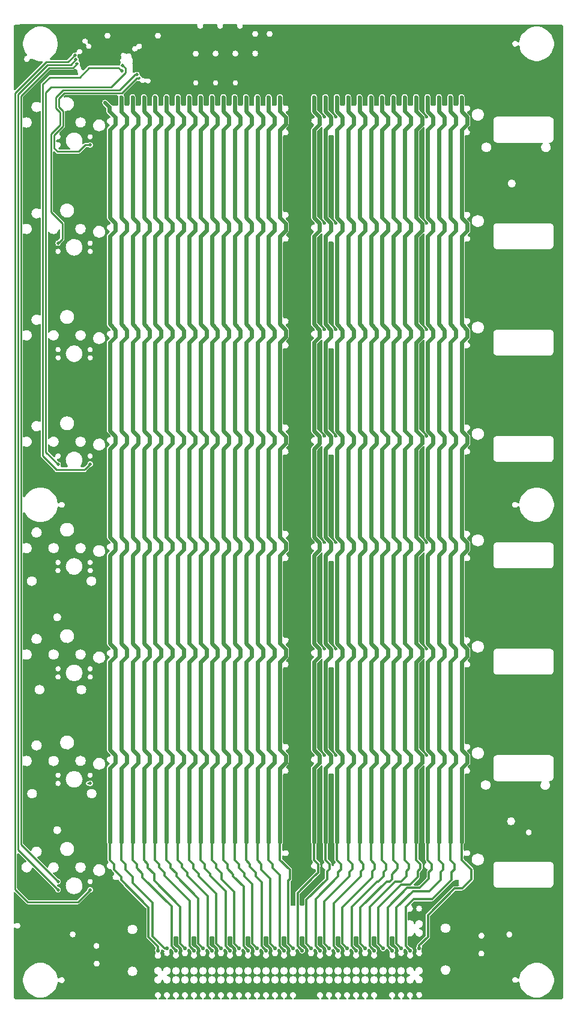
<source format=gbr>
*
%FSLAX26Y26*%
%MOIN*%
%ADD10C,0.021685*%
%ADD11C,0.019862*%
%ADD12C,0.011843*%
%ADD13C,0.010000*%
%ADD14C,0.020000*%
%ADD15C,0.001634*%
%ADD16C,0.006100*%
%ADD17C,0.010100*%
%IPPOS*%
%LNl4b.gbr*%
%LPD*%
%SRX1Y1I0J0*%
G01*
G75*
G36*
X10005Y407798D02*
G02X14059Y410722I3213J-182D01*
G02X18683Y408233I-352J-6193D01*
G03X41471Y433177I11847J12058D01*
G03X17493Y431125I-10906J-13685D01*
G02X13282Y429850I-3677J4554D01*
G02X10010Y432680I-235J3034D01*
G01X10005Y604489D01*
G02X11145Y606666I2995J-181D01*
G02X17740Y605920I2814J-4643D01*
G01X81748Y541974D01*
G03X87212Y539610I6936J8536D01*
G01X367305D01*
G03X374539Y543777I-1052J10189D01*
G01X433668Y602810D01*
G02X434971Y603494I2003J-2232D01*
G03X418765Y620040I-220J15994D01*
G02X417471Y617801I-3011J247D01*
G01X362431Y562812D01*
G02X359283Y561537I-3473J4051D01*
G01X358063D01*
Y561599D01*
X96362D01*
Y561568D01*
X96238Y561537D01*
G02X91654Y563123I-478J6037D01*
G01X30249Y624519D01*
G02X28378Y628936I4107J4345D01*
G01X28351Y816856D01*
G02X39082Y820588I5967J136D01*
G01X79664Y779969D01*
X79974Y779471D01*
X80973Y777107D01*
G02X77588Y773064I-2895J-1015D01*
G01X74307Y772380D01*
G03X65260Y768337I5280J-23958D01*
G03X110693Y741277I16326J-24260D01*
G02X113485Y743735I2949J-534D01*
G02X119438Y740158I-2081J-10206D01*
G01X238205Y621471D01*
G02X239857Y617925I-2600J-3369D01*
G03X257361Y635343I15864J1562D01*
G02X253226Y637582I396J5669D01*
G01X251726Y639075D01*
G02X249529Y642092I3464J4831D01*
G01X298327D01*
G03X392141Y642092I46907J0D01*
G01X621471D01*
X744688Y518896D01*
G02X746465Y514603I-4277J-4285D01*
G01X746446Y399400D01*
X696154D01*
G03X641712Y399400I-27221J0D01*
G01X10006D01*
X10005Y407798D01*
G37*
G36*
X10006Y399400D02*
X641712D01*
G03X696154Y399400I27221J0D01*
G01X746446D01*
X746441Y372060D01*
X354252D01*
G03X320551Y372060I-16850J0D01*
G01X10008D01*
X10006Y399400D01*
G37*
G36*
X10008Y372060D02*
X320551D01*
G03X354252Y372060I16850J0D01*
G01X746441D01*
X746439Y357537D01*
G03X747703Y352622I9833J-91D01*
G03X750848Y348579I9126J3854D01*
G01X791573Y307866D01*
X485987D01*
G03X452281Y307866I-16853J0D01*
G01X10011D01*
X10008Y372060D01*
G37*
G36*
X10011Y307866D02*
X452281D01*
G03X485987Y307866I16853J0D01*
G01X791573D01*
X796831Y302610D01*
G02X796541Y292408I-5844J-4939D01*
G03X797274Y272067I14115J-9675D01*
G02X796735Y263732I-4631J-3886D01*
G03X823546Y264478I13693J-9970D01*
G02X824324Y272938I4643J3839D01*
G01X825886Y275675D01*
X826982Y279283D01*
X827222Y280714D01*
X827278Y283202D01*
G02X838162Y286437I5959J-121D01*
G01X839825Y285068D01*
X841670Y284073D01*
G02X845215Y274804I-1399J-5847D01*
G01X844499Y273249D01*
G03X873618Y277790I15839J-5932D01*
G02X874645Y285939I4873J3525D01*
G01X875390Y287121D01*
G02X886668Y289609I6105J-868D01*
G01X892287Y283948D01*
G02X894244Y277790I-8229J-6005D01*
G01X895432Y274929D01*
X897160Y272316D01*
G02X896480Y264540I-5003J-3480D01*
G03X923854Y265225I13934J-9530D01*
G02X924369Y273187I4770J3689D01*
G03X920672Y296265I-13926J9604D01*
G03X912300Y299624I-9050J-10442D01*
G02X910166Y300246I133J4428D01*
G02X908165Y301863I3387J6238D01*
G01X898771Y311318D01*
X898082Y312376D01*
X897580Y313682D01*
G02X897431Y315735I4649J1369D01*
G01X897394Y355981D01*
X897572Y357039D01*
X898123Y358718D01*
G02X902355Y360274I2815J-1122D01*
G03X918883Y360398I8118J19489D01*
G02X921951Y359838I1084J-2746D01*
G02X923434Y354177I-6709J-4782D01*
G01X923468Y319156D01*
G03X924913Y314304I10688J542D01*
G03X926505Y312003I7721J3641D01*
G01X942103Y296451D01*
G02X944234Y290107I-9281J-6647D01*
G01X945616Y286872D01*
X947420Y284135D01*
G02X946535Y276981I-5194J-2989D01*
G03X973618Y277790I13843J-9675D01*
G02X974645Y285939I4876J3525D01*
G01X975390Y287121D01*
G02X986668Y289609I6105J-868D01*
G01X992287Y283948D01*
G02X994244Y277790I-8229J-6005D01*
G01X995432Y274929D01*
X997160Y272316D01*
G02X996527Y264603I-5002J-3472D01*
G01X996166Y263981D01*
G03X1023854Y265225I14275J-8970D01*
G02X1024369Y273187I4770J3689D01*
G03X1020672Y296265I-13926J9604D01*
G03X1012300Y299624I-9050J-10442D01*
G02X1010166Y300246I133J4428D01*
G02X1008165Y301863I3387J6238D01*
G01X998771Y311318D01*
X998082Y312376D01*
X997580Y313682D01*
G02X997431Y315735I4649J1369D01*
G01X997394Y355981D01*
X997572Y357039D01*
X998123Y358718D01*
G02X1002355Y360274I2815J-1122D01*
G03X1018883Y360398I8118J19489D01*
G02X1021951Y359838I1084J-2746D01*
G02X1023434Y354177I-6709J-4782D01*
G01X1023468Y319156D01*
G03X1024913Y314304I10688J542D01*
G03X1026505Y312003I7721J3641D01*
G01X1042103Y296451D01*
G02X1044234Y290107I-9281J-6647D01*
G01X1045616Y286872D01*
X1047420Y284135D01*
G02X1046535Y276981I-5194J-2989D01*
G03X1073618Y277790I13843J-9675D01*
G02X1074645Y285939I4876J3525D01*
G01X1075390Y287121D01*
G02X1086668Y289609I6105J-868D01*
G01X1092287Y283948D01*
G02X1094244Y277790I-8229J-6005D01*
G01X1095432Y274929D01*
X1097160Y272316D01*
G02X1096527Y264603I-5002J-3472D01*
G01X1096166Y263981D01*
G03X1123854Y265225I14275J-8970D01*
G02X1124369Y273187I4770J3689D01*
G03X1120672Y296265I-13926J9604D01*
G03X1112300Y299624I-9050J-10442D01*
G02X1110166Y300246I133J4428D01*
G02X1108165Y301863I3387J6238D01*
G01X1098771Y311318D01*
X1098082Y312376D01*
X1097580Y313682D01*
G02X1097431Y315735I4649J1369D01*
G01X1097394Y355981D01*
X1097572Y357039D01*
X1098123Y358718D01*
G02X1102355Y360274I2815J-1122D01*
G03X1118883Y360398I8118J19489D01*
G02X1121951Y359838I1084J-2746D01*
G02X1123434Y354177I-6709J-4782D01*
G01X1123468Y319156D01*
G03X1124913Y314304I10688J542D01*
G03X1126505Y312003I7721J3641D01*
G01X1142103Y296451D01*
G02X1144234Y290107I-9281J-6647D01*
G01X1145616Y286872D01*
X1147420Y284135D01*
G02X1146535Y276981I-5194J-2989D01*
G03X1173618Y277790I13843J-9675D01*
G02X1174645Y285939I4876J3525D01*
G01X1175390Y287121D01*
G02X1186668Y289609I6105J-868D01*
G01X1192287Y283948D01*
G02X1194244Y277790I-8229J-6005D01*
G01X1195432Y274929D01*
X1197160Y272316D01*
G02X1196527Y264603I-5002J-3472D01*
G01X1196166Y263981D01*
G03X1223854Y265225I14275J-8970D01*
G02X1224369Y273187I4770J3689D01*
G03X1220672Y296265I-13926J9604D01*
G03X1212300Y299624I-9049J-10442D01*
G02X1210166Y300246I133J4428D01*
G02X1208165Y301863I3391J6243D01*
G01X1198771Y311318D01*
X1198082Y312376D01*
X1197580Y313682D01*
G02X1197431Y315735I4649J1369D01*
G01X1197394Y355981D01*
X1197572Y357039D01*
X1198123Y358718D01*
G02X1202355Y360274I2815J-1122D01*
G03X1218883Y360398I8118J19489D01*
G02X1221951Y359838I1084J-2746D01*
G02X1223434Y354177I-6709J-4782D01*
G01X1223468Y319156D01*
G03X1224913Y314304I10688J542D01*
G03X1226505Y312003I7721J3641D01*
G01X1242103Y296451D01*
G02X1244234Y290107I-9281J-6647D01*
G01X1245616Y286872D01*
X1247420Y284135D01*
G02X1246535Y276981I-5194J-2989D01*
G03X1273618Y277790I13843J-9675D01*
G02X1274645Y285939I4876J3525D01*
G01X1275390Y287121D01*
G02X1286668Y289609I6105J-868D01*
G01X1292287Y283948D01*
G02X1294244Y277790I-8229J-6005D01*
G01X1295429Y274929D01*
X1297419Y271881D01*
G02X1296653Y264416I-5029J-3256D01*
G03X1323781Y264976I13771J-9745D01*
G02X1324141Y272876I4706J3744D01*
G01X1324626Y273498D01*
X1325740Y275551D01*
G03X1326452Y288240I-14596J7183D01*
G03X1312300Y299624I-16108J-5537D01*
G02X1310166Y300246I133J4429D01*
G02X1308165Y301863I3392J6245D01*
G01X1298771Y311318D01*
X1298082Y312376D01*
X1297580Y313682D01*
G02X1297431Y315735I4649J1369D01*
G01X1297394Y355981D01*
X1297572Y357039D01*
X1298123Y358718D01*
G02X1302355Y360274I2815J-1122D01*
G03X1318883Y360398I8118J19489D01*
G02X1321951Y359838I1084J-2746D01*
G02X1323434Y354177I-6709J-4782D01*
G01X1323468Y319156D01*
G03X1324913Y314304I10688J542D01*
G03X1326505Y312003I7721J3641D01*
G01X1342103Y296451D01*
G02X1344234Y290107I-9281J-6647D01*
G01X1344573Y289360D01*
G03X1346218Y286001I10821J3217D01*
G02X1346535Y276981I-4020J-4657D01*
G03X1343527Y265971I12924J-9447D01*
G03X1346368Y257885I14278J474D01*
G03X1349004Y254837I8656J4822D01*
G03X1373618Y277790I11372J12479D01*
G02X1374645Y285939I4876J3525D01*
G01X1375390Y287121D01*
G02X1386668Y289609I6105J-868D01*
G01X1392287Y283948D01*
G02X1394244Y277790I-8229J-6005D01*
G01X1395432Y274929D01*
X1397160Y272316D01*
G02X1396527Y264603I-5002J-3472D01*
G01X1396166Y263981D01*
G03X1423854Y265225I14275J-8970D01*
G02X1424369Y273187I4770J3689D01*
G03X1420672Y296265I-13926J9604D01*
G03X1412300Y299624I-9049J-10442D01*
G02X1410166Y300246I133J4428D01*
G02X1408165Y301863I3391J6243D01*
G01X1398771Y311318D01*
X1398082Y312376D01*
X1397580Y313682D01*
G02X1397431Y315735I4649J1369D01*
G01X1397394Y355981D01*
X1397572Y357039D01*
X1398123Y358718D01*
G02X1402355Y360274I2815J-1122D01*
G03X1418883Y360398I8118J19489D01*
G02X1421951Y359838I1084J-2746D01*
G02X1423434Y354177I-6709J-4782D01*
G01X1423468Y319156D01*
G03X1424913Y314304I10688J542D01*
G03X1426505Y312003I7721J3641D01*
G01X1442103Y296451D01*
G02X1444234Y290107I-9281J-6647D01*
G01X1445616Y286872D01*
X1447420Y284135D01*
G02X1446535Y276981I-5194J-2989D01*
G03X1473618Y277790I13843J-9675D01*
G02X1474645Y285939I4876J3525D01*
G01X1475390Y287121D01*
G02X1486668Y289609I6105J-868D01*
G01X1492287Y283948D01*
G02X1494244Y277790I-8229J-6005D01*
G01X1495432Y274929D01*
X1497160Y272316D01*
G02X1496527Y264603I-5002J-3472D01*
G01X1496166Y263981D01*
G03X1523854Y265225I14275J-8970D01*
G02X1524369Y273187I4770J3689D01*
G03X1520672Y296265I-13926J9604D01*
G03X1512300Y299624I-9049J-10442D01*
G02X1510166Y300246I133J4428D01*
G02X1508165Y301863I3391J6243D01*
G01X1498771Y311318D01*
X1498082Y312376D01*
X1497580Y313682D01*
G02X1497431Y315735I4649J1369D01*
G01X1497394Y355981D01*
X1497572Y357039D01*
X1498123Y358718D01*
G02X1502355Y360274I2815J-1122D01*
G03X1518883Y360398I8118J19489D01*
G02X1521951Y359838I1084J-2746D01*
G02X1523434Y354177I-6709J-4782D01*
G01X1523468Y319156D01*
G03X1524913Y314304I10688J542D01*
G03X1526505Y312003I7721J3641D01*
G01X1542103Y296451D01*
G02X1544234Y290107I-9281J-6647D01*
G01X1545616Y286872D01*
X1547420Y284135D01*
G02X1546535Y276981I-5194J-2989D01*
G03X1573709Y277666I13839J-9662D01*
G02X1574649Y285939I4800J3644D01*
G01X1575390Y287121D01*
X1575809Y288178D01*
G02X1584135Y291724I5703J-1843D01*
G02X1586668Y289609I-3234J-6448D01*
G01X1591871Y284384D01*
G02X1593691Y280092I-4640J-4499D01*
G03X1599018Y270263I16676J2680D01*
G03X1625525Y290604I11425J12553D01*
G03X1612295Y299624I-15089J-7919D01*
G02X1608104Y301925I641J6135D01*
G01X1598771Y311318D01*
X1598082Y312376D01*
X1597580Y313682D01*
G02X1597431Y315735I4649J1369D01*
G01X1597394Y355981D01*
X1597572Y357039D01*
X1598123Y358718D01*
G02X1602355Y360274I2815J-1122D01*
G03X1618883Y360398I8118J19489D01*
G02X1621951Y359838I1084J-2746D01*
G02X1623434Y354177I-6709J-4782D01*
G01X1623468Y319156D01*
G03X1624913Y314304I10688J542D01*
G03X1626505Y312003I7721J3641D01*
G01X1641029Y297571D01*
G02X1643367Y292346I-5242J-5481D01*
G03X1646735Y284633I15062J1985D01*
G02X1646335Y276670I-4707J-3755D01*
G03X1673911Y277417I14052J-9377D01*
G02X1674921Y286934I5417J4237D01*
G01X1675091Y287245D01*
X1675677Y288738D01*
G02X1685996Y290293I5606J-2185D01*
G01X1691889Y284446D01*
G02X1693672Y280651I-4492J-4427D01*
G01X1694244Y277790D01*
X1695432Y274929D01*
X1697160Y272316D01*
G02X1696483Y264540I-5002J-3482D01*
G03X1723854Y265225I13933J-9556D01*
G02X1724369Y273187I4770J3689D01*
G03X1720672Y296265I-13818J9622D01*
G03X1712300Y299624I-9049J-10442D01*
G02X1710166Y300246I133J4428D01*
G02X1708165Y301863I3391J6243D01*
G01X1698771Y311318D01*
X1698082Y312376D01*
X1697580Y313682D01*
G02X1697431Y315735I4649J1369D01*
G01X1697394Y355981D01*
X1697572Y357039D01*
X1698123Y358718D01*
G02X1702355Y360274I2815J-1122D01*
G03X1718883Y360398I8118J19489D01*
G02X1721951Y359838I1084J-2746D01*
G02X1723434Y354177I-6709J-4782D01*
G01X1723468Y319156D01*
G03X1724913Y314304I10688J542D01*
G03X1726505Y312003I7722J3641D01*
G01X1742052Y296514D01*
G02X1744236Y290480I-6284J-5687D01*
G01X1745418Y287618D01*
X1747302Y284757D01*
G02X1746591Y277106I-4988J-3395D01*
G03X1777173Y265660I13767J-9795D01*
G03X1775376Y275053I-13517J2282D01*
G03X1773790Y277541I-8575J-3717D01*
G02X1773896Y285192I4665J3762D01*
G01X1775343Y287432D01*
G02X1783885Y291848I6013J-1161D01*
G02X1788416Y287867I-4885J-10128D01*
G01X1791086Y285192D01*
G02X1793684Y280589I-4310J-5467D01*
G01X1794244Y277790D01*
X1795432Y274929D01*
X1797160Y272316D01*
G02X1796480Y264540I-5002J-3480D01*
G03X1823854Y265225I13934J-9530D01*
G02X1824369Y273187I4770J3689D01*
G03X1820672Y296265I-13926J9604D01*
G03X1812300Y299624I-9049J-10442D01*
G02X1810166Y300246I133J4428D01*
G02X1808165Y301863I3391J6243D01*
G01X1798771Y311318D01*
X1798082Y312376D01*
X1797580Y313682D01*
G02X1797431Y315735I4649J1369D01*
G01X1797394Y355981D01*
X1797572Y357039D01*
X1798123Y358718D01*
G02X1802355Y360274I2815J-1122D01*
G03X1818883Y360398I8118J19489D01*
G02X1821951Y359838I1084J-2746D01*
G02X1823434Y354177I-6709J-4782D01*
G01X1823468Y319156D01*
G03X1824913Y314304I10688J542D01*
G03X1826505Y312003I7721J3641D01*
G01X1842103Y296451D01*
G02X1844234Y290107I-9281J-6647D01*
G01X1845616Y286872D01*
X1847420Y284135D01*
G02X1846535Y276981I-5194J-2989D01*
G03X1873618Y277790I13843J-9675D01*
G02X1874645Y285939I4876J3525D01*
G01X1875390Y287121D01*
G02X1886668Y289609I6105J-868D01*
G01X1892287Y283948D01*
G02X1894244Y277790I-8229J-6005D01*
G01X1895432Y274929D01*
X1897160Y272316D01*
G02X1896527Y264603I-5002J-3472D01*
G01X1896166Y263981D01*
G03X1923854Y265225I14275J-8970D01*
G02X1924369Y273187I4770J3689D01*
G03X1920672Y296265I-13926J9604D01*
G03X1912300Y299624I-9050J-10442D01*
G02X1910166Y300246I133J4428D01*
G02X1908165Y301863I3387J6238D01*
G01X1898771Y311318D01*
X1898082Y312376D01*
X1897580Y313682D01*
G02X1897431Y315735I4649J1369D01*
G01X1897394Y355981D01*
X1897572Y357039D01*
X1898123Y358718D01*
G02X1902355Y360274I2815J-1122D01*
G03X1918883Y360398I8118J19489D01*
G02X1921951Y359838I1084J-2746D01*
G02X1923434Y354177I-6709J-4782D01*
G01X1923468Y319156D01*
G03X1924913Y314304I10688J542D01*
G03X1926505Y312003I7721J3641D01*
G01X1942103Y296451D01*
G02X1944234Y290107I-9281J-6647D01*
G01X1945616Y286872D01*
X1947420Y284135D01*
G02X1946535Y276981I-5194J-2989D01*
G03X1973618Y277790I13843J-9675D01*
G02X1974645Y285939I4876J3525D01*
G01X1975390Y287121D01*
G02X1986668Y289609I6105J-868D01*
G01X1992287Y283948D01*
G02X1994244Y277790I-8229J-6005D01*
G01X1995432Y274929D01*
X1997160Y272316D01*
G02X1996527Y264603I-5002J-3472D01*
G01X1996166Y263981D01*
G03X2023854Y265225I14275J-8970D01*
G02X2024369Y273187I4770J3689D01*
G03X2026270Y276857I-10995J8022D01*
G03X2020672Y296265I-15878J5931D01*
G03X2012300Y299624I-9050J-10442D01*
G02X2010166Y300246I133J4428D01*
G02X2008165Y301863I3387J6238D01*
G01X1998771Y311318D01*
X1998082Y312376D01*
X1997580Y313682D01*
G02X1997431Y315735I4649J1369D01*
G01X1997394Y355981D01*
X1997572Y357039D01*
X1998123Y358718D01*
G02X2002355Y360274I2815J-1122D01*
G03X2018883Y360398I8118J19489D01*
G02X2021951Y359838I1084J-2746D01*
G02X2023434Y354177I-6709J-4782D01*
G01X2023468Y319156D01*
G03X2024913Y314304I10688J542D01*
G03X2026505Y312003I7721J3641D01*
G01X2042112Y296451D01*
G02X2043684Y292408I-7800J-5360D01*
G03X2049032Y282518I15807J2157D01*
G03X2055277Y278910I10689J11293D01*
G03X2065740Y278972I5141J15332D01*
G01X2067338Y279594D01*
X2068295Y280092D01*
G03X2071603Y282393I-5183J10979D01*
G03X2076067Y288738I-10186J11909D01*
G02X2086238Y290044I5469J-2331D01*
G01X2092286Y283948D01*
G02X2094244Y277790I-8228J-6006D01*
G01X2095631Y274555D01*
X2097361Y272005D01*
G02X2097535Y263234I-4080J-4468D01*
G03X2100564Y242769I14698J-8281D01*
G03X2124152Y242955I11702J11804D01*
G03X2124893Y266096I-11902J11963D01*
G02X2125101Y274431I4490J4058D01*
G01X2126242Y276857D01*
G03X2126410Y288240I-15828J5926D01*
G03X2112301Y299624I-15367J-4611D01*
G02X2110279Y300184I150J4474D01*
G02X2108165Y301863I2487J5302D01*
G01X2098771Y311318D01*
X2098082Y312376D01*
X2097580Y313682D01*
G02X2097431Y315735I4649J1369D01*
G01X2097394Y355981D01*
X2097572Y357039D01*
X2098123Y358718D01*
G02X2102355Y360274I2815J-1122D01*
G03X2118883Y360398I8118J19489D01*
G02X2121951Y359838I1084J-2746D01*
G02X2123434Y354177I-6709J-4782D01*
G01X2123468Y319156D01*
G03X2124913Y314304I10688J542D01*
G03X2126505Y312003I7721J3641D01*
G01X2142103Y296451D01*
G02X2144234Y290107I-9281J-6647D01*
G01X2144573Y289360D01*
G03X2146144Y286125I10358J3031D01*
G01X2147383Y284197D01*
G02X2146535Y276981I-5179J-3049D01*
G03X2143662Y269641I9736J-8043D01*
G03X2173618Y277790I16721J-2334D01*
G02X2174645Y285939I4876J3525D01*
G01X2175390Y287121D01*
G02X2186668Y289609I6105J-868D01*
G01X2192287Y283948D01*
G02X2194244Y277790I-8229J-6005D01*
G01X2195432Y274929D01*
X2197160Y272316D01*
G02X2196527Y264603I-5002J-3472D01*
G01X2196166Y263981D01*
G03X2223854Y265225I14275J-8970D01*
G02X2224369Y273187I4770J3689D01*
G03X2220672Y296265I-13932J9603D01*
G03X2212300Y299624I-9049J-10442D01*
G02X2210166Y300246I133J4428D01*
G02X2208032Y301988I3412J6357D01*
G01X2198771Y311318D01*
X2198082Y312376D01*
G02X2197431Y315735I5195J2749D01*
G01X2197394Y355981D01*
X2197572Y357039D01*
X2198125Y358718D01*
G02X2202361Y360274I2818J-1127D01*
G03X2229943Y371470I8103J19611D01*
G03X2231690Y378188I-19681J8704D01*
G02X2235364Y380739I2988J-382D01*
G02X2239157Y378313I779J-2960D01*
G03X2262281Y401329I21236J1789D01*
G02X2259721Y404066I429J2967D01*
G01X2259711Y405683D01*
G02X2262016Y408607I3000J6D01*
G01X2263438Y408793D01*
G03X2273653Y413210I-2130J18947D01*
G03X2239178Y431809I-13213J16760D01*
G02X2236251Y429290I-2959J478D01*
G01X2234623D01*
G02X2231563Y432929I-35J3077D01*
G03X2229925Y438589I-18626J-2323D01*
G03X2223754Y446614I-17171J-6819D01*
G03X2221049Y448480I-7243J-7605D01*
G03X2205206Y450657I-10612J-18494D01*
G01X2204121Y450408D01*
X2201984Y449600D01*
G02X2197988Y451528I-1122J2780D01*
G01X2197487Y453145D01*
X2197426Y453456D01*
X2197394Y493329D01*
G02X2205951Y498679I5953J-3D01*
G03X2216069Y499052I4450J16704D01*
G03X2221778Y502474I-3393J12134D01*
G03X2227351Y515008I-11297J12529D01*
G01X2243580D01*
G03X2277286Y515008I16853J0D01*
G01X2328678D01*
X2302346Y488664D01*
G03X2297383Y481075I8584J-11031D01*
G01X2297162Y365872D01*
G02X2294788Y361393I-5991J307D01*
G01X2251400Y317974D01*
G03X2249642Y315237I7000J-6429D01*
G03X2248410Y309763I11280J-5414D01*
G02X2246522Y305907I-6707J894D01*
G03X2247342Y285503I14088J-9652D01*
G02X2246673Y277292I-4710J-3749D01*
G03X2277200Y265561I13690J-9959D01*
G01X2589098D01*
G03X2622792Y265561I16847J0D01*
G01X3060720D01*
X3060718Y108718D01*
X3008969D01*
Y127503D01*
X3005298Y145978D01*
X2998083Y163396D01*
X2987651Y179009D01*
X2974350Y192321D01*
X2958615Y202833D01*
X2941345Y209987D01*
X2922980Y213657D01*
X2903791D01*
X2885426Y209987D01*
X2884150Y209458D01*
X486971D01*
G03X453265Y209458I-16853J0D01*
G01X186716D01*
X185440Y209987D01*
X167075Y213657D01*
X147886D01*
X129521Y209987D01*
X112251Y202833D01*
X96516Y192321D01*
X83215Y179009D01*
X72783Y163396D01*
X65568Y145978D01*
X61898Y127503D01*
Y108718D01*
X10023D01*
X10011Y307866D01*
G37*
G36*
X10014Y5059405D02*
X10070Y5411048D01*
G02X12286Y5417020I14261J-1895D01*
G01X13879Y5419011D01*
X16210Y5420877D01*
G02X22106Y5422992I7480J-11577D01*
G01X1025837Y5423054D01*
G02X1028838Y5419819I0J-3009D01*
G01X1028831Y5417766D01*
X1028798Y5417455D01*
X1028716Y5417082D01*
X1028676Y5416460D01*
G03X1028946Y5411608I12657J-1729D01*
G03X1029723Y5408933I9221J1228D01*
G03X1032918Y5403708I13002J4361D01*
G03X1061950Y5418326I12560J11194D01*
G02X1062029Y5420628I9547J825D01*
G02X1064969Y5423054I2979J-616D01*
G01X1135837D01*
G02X1138838Y5419819I0J-3009D01*
G01X1138831Y5417766D01*
X1138798Y5417455D01*
X1138716Y5417082D01*
G03X1144100Y5402526I16404J-2206D01*
G03X1171950Y5418326I11384J12380D01*
G02X1172029Y5420628I9547J825D01*
G02X1174969Y5423054I2979J-616D01*
G01X1245837D01*
G02X1248838Y5419819I0J-3009D01*
G01X1248831Y5417766D01*
X1248798Y5417455D01*
X1248716Y5417082D01*
G03X1254100Y5402526I16404J-2206D01*
G03X1281950Y5418326I11387J12374D01*
G02X1282029Y5420628I9547J825D01*
G02X1284401Y5422992I2941J-578D01*
G01X3049348Y5422929D01*
G02X3057302Y5418637I-2559J-14259D01*
G02X3060463Y5412728I-9265J-8756D01*
G01X3060789Y5411111D01*
X3060788Y5305549D01*
X3008966D01*
X3008964Y5324397D01*
X3005301Y5342810D01*
X2998094Y5360227D01*
X2987618Y5375903D01*
X2974301Y5389214D01*
X2958661Y5399665D01*
X2941213Y5406881D01*
X2923075Y5410488D01*
X2903696D01*
X2885559Y5406881D01*
X2868111Y5399665D01*
X2852470Y5389214D01*
X2839153Y5375903D01*
X2835204Y5369993D01*
X1447263D01*
G03X1413603Y5369993I-16830J0D01*
G01X1367263D01*
G03X1333603Y5369993I-16830J0D01*
G01X824010D01*
G03X793580Y5360009I-13577J-9984D01*
G01X547286D01*
G03X513580Y5360009I-16853J0D01*
G01X242275D01*
X242186Y5360227D01*
X231713Y5375903D01*
X218396Y5389214D01*
X202756Y5399665D01*
X185307Y5406881D01*
X167170Y5410488D01*
X147791D01*
X129653Y5406881D01*
X112205Y5399665D01*
X96565Y5389214D01*
X83248Y5375903D01*
X72772Y5360227D01*
X65565Y5342810D01*
X61902Y5324397D01*
X61900Y5305549D01*
X65573Y5287074D01*
X72795Y5269657D01*
X82309Y5255412D01*
G02X77772Y5246455I-5207J-2990D01*
G03X70893Y5242349I3857J-14277D01*
G03X99586Y5228975I11815J-12119D01*
G02X109281Y5232210I5808J-1262D01*
G01X112295Y5230219D01*
X129565Y5223066D01*
X147665Y5219458D01*
X165337Y5219333D01*
G02X169241Y5209567I-600J-5903D01*
G01X17629Y5057974D01*
G02X10393Y5058161I-3540J3095D01*
G02X10014Y5059405I2620J1478D01*
G37*
G36*
X10023Y108718D02*
G01X61898D01*
X65568Y90243D01*
X72782Y72825D01*
X83267Y57150D01*
X96516Y43900D01*
X112262Y33388D01*
X129519Y26234D01*
X147572Y22626D01*
X167389D01*
X185441Y26234D01*
X202698Y33388D01*
X218445Y43900D01*
X231783Y57274D01*
X242178Y72825D01*
X249392Y90243D01*
X252275Y104737D01*
G02X263093Y107909I6057J-624D01*
G03X293439Y118142I13448J10233D01*
G01X789213D01*
G03X823713Y103430I21216J1945D01*
G03X829916Y111455I-9506J13757D01*
G03X831493Y116680I-15652J7575D01*
G01X831656Y117924D01*
G02X834480Y120692I2981J-216D01*
G01X836384D01*
G02X839179Y118173I-162J-2990D01*
G03X840942Y111455I21654J2092D01*
G03X846873Y103617I17463J7051D01*
G03X857591Y98889I12681J14234D01*
G03X870231Y101066I2839J21297D01*
G01X873219Y102933D01*
X873782Y103430D01*
G03X879938Y111392I-9489J13697D01*
G03X881777Y120008I-19441J8654D01*
G01X889098D01*
G03X931768Y120008I21335J0D01*
G01X939098D01*
G03X981768Y120008I21335J0D01*
G01X989098D01*
G03X1031768Y120008I21335J0D01*
G01X1039098D01*
G03X1081768Y120008I21335J0D01*
G01X1089098D01*
G03X1131768Y120008I21335J0D01*
G01X1139098D01*
G03X1181768Y120008I21335J0D01*
G01X1189098D01*
G03X1231768Y120008I21335J0D01*
G01X1239098D01*
G03X1281768Y120008I21335J0D01*
G01X1289098D01*
G03X1331768Y120008I21335J0D01*
G01X1339098D01*
G03X1381768Y120008I21335J0D01*
G01X1389098D01*
G03X1431768Y120008I21335J0D01*
G01X1439098D01*
G03X1481768Y120008I21335J0D01*
G01X1489098D01*
G03X1531768Y120008I21335J0D01*
G01X1539098D01*
G03X1581768Y120008I21335J0D01*
G01X1589098D01*
G03X1631768Y120008I21335J0D01*
G01X1639098D01*
G03X1681768Y120008I21335J0D01*
G01X1689098D01*
G03X1731768Y120008I21335J0D01*
G01X1739098D01*
G03X1781768Y120008I21335J0D01*
G01X1789098D01*
G03X1831768Y120008I21335J0D01*
G01X1839098D01*
G03X1881768Y120008I21335J0D01*
G01X1889098D01*
G03X1931768Y120008I21335J0D01*
G01X1939098D01*
G03X1981768Y120008I21335J0D01*
G01X1989098D01*
G03X2031768Y120008I21335J0D01*
G01X2039098D01*
G03X2081768Y120008I21335J0D01*
G01X2089098D01*
G03X2131768Y120008I21335J0D01*
G01X2139098D01*
G03X2181768Y120008I21335J0D01*
G01X2189121D01*
G03X2190937Y111455I21304J54D01*
G03X2196887Y103617I17531J7131D01*
G03X2223713Y103430I13528J16423D01*
G03X2229916Y111455I-9508J13759D01*
G03X2231493Y116680I-15652J7575D01*
G01X2231656Y117924D01*
G02X2234480Y120692I2981J-216D01*
G01X2236384D01*
G02X2239179Y118173I-162J-2990D01*
G03X2240942Y111455I21654J2092D01*
G03X2246873Y103617I17461J7049D01*
G03X2257591Y98889I12682J14236D01*
G03X2281676Y118143I2820J21164D01*
G01X2776308D01*
G03X2783996Y103990I16872J0D01*
G03X2801762Y103617I9191J14465D01*
G01X2802617Y104114D01*
X2804101Y105234D01*
X2804601Y105732D01*
G03X2806907Y108344I-6255J7846D01*
G02X2818070Y107287I5382J-2636D01*
G01X2821474Y90243D01*
X2828688Y72825D01*
X2839088Y57274D01*
X2852421Y43900D01*
X2863778Y36318D01*
X2277305D01*
G03X2272304Y48317I-16894J0D01*
G01X2271712Y48814D01*
G03X2267338Y51676I-8449J-8139D01*
G03X2255111Y52298I-6803J-13250D01*
G03X2243539Y36281I5300J-16018D01*
G01X2227260D01*
G03X2206187Y51365I-16827J-1246D01*
G03X2200211Y48441I2353J-12378D01*
G03X2204816Y19081I10215J-13439D01*
G02X2207443Y11305I-2419J-5149D01*
G02X2205618Y10123I-2433J1757D01*
G01X2197049Y10061D01*
Y10092D01*
X2173818D01*
X2173780Y10051D01*
X2165249Y10123D01*
G02X2162779Y14166I515J3091D01*
G02X2167539Y19703I5970J-318D01*
G01X2169279Y20636D01*
X2169948Y21133D01*
X2170477Y21444D01*
X2172233Y22937D01*
G03X2154816Y19081I-11811J12086D01*
G02X2157443Y11305I-2419J-5149D01*
G02X2155618Y10123I-2433J1757D01*
G01X2147049Y10061D01*
Y10092D01*
X2123818D01*
X2123780Y10051D01*
X2115249Y10123D01*
G02X2112779Y14166I515J3091D01*
G02X2117539Y19703I5970J-318D01*
G01X2119279Y20636D01*
X2119948Y21133D01*
X2120477Y21444D01*
X2122233Y22937D01*
G03X2104816Y19081I-11811J12086D01*
G02X2107443Y11305I-2419J-5149D01*
G02X2105618Y10123I-2433J1757D01*
G01X2097049Y10061D01*
Y10092D01*
X2023818D01*
X2023780Y10051D01*
X2015249Y10123D01*
G02X2012779Y14166I515J3091D01*
G02X2017539Y19703I5970J-318D01*
G01X2019279Y20636D01*
X2019948Y21133D01*
X2020477Y21444D01*
X2022233Y22937D01*
G03X2004816Y19081I-11811J12086D01*
G02X2007443Y11305I-2419J-5149D01*
G02X2005618Y10123I-2433J1757D01*
G01X1997049Y10061D01*
Y10092D01*
X1973818D01*
X1973780Y10051D01*
X1965249Y10123D01*
G02X1962779Y14166I515J3091D01*
G02X1967539Y19703I5970J-318D01*
G01X1969279Y20636D01*
X1969948Y21133D01*
X1970477Y21444D01*
X1972233Y22937D01*
G03X1954816Y19081I-11811J12086D01*
G02X1957443Y11305I-2419J-5149D01*
G02X1955618Y10123I-2433J1757D01*
G01X1947049Y10061D01*
Y10092D01*
X1923818D01*
X1923780Y10051D01*
X1915249Y10123D01*
G02X1912779Y14166I515J3091D01*
G02X1917539Y19703I5970J-318D01*
G01X1919279Y20636D01*
X1919948Y21133D01*
X1920477Y21444D01*
X1922233Y22937D01*
G03X1904816Y19081I-11811J12086D01*
G02X1907443Y11305I-2419J-5149D01*
G02X1905618Y10123I-2433J1757D01*
G01X1897049Y10061D01*
Y10092D01*
X1873818D01*
X1873780Y10051D01*
X1865249Y10123D01*
G02X1862779Y14166I515J3091D01*
G02X1867539Y19703I5970J-318D01*
G01X1869279Y20636D01*
X1869948Y21133D01*
X1870477Y21444D01*
X1872233Y22937D01*
G03X1854816Y19081I-11811J12086D01*
G02X1857443Y11305I-2419J-5149D01*
G02X1855618Y10123I-2433J1757D01*
G01X1847049Y10061D01*
Y10092D01*
X1823818D01*
X1823780Y10051D01*
X1815249Y10123D01*
G02X1812779Y14166I515J3091D01*
G02X1817539Y19703I5970J-318D01*
G01X1819279Y20636D01*
X1819948Y21133D01*
X1820477Y21444D01*
X1822233Y22937D01*
G03X1804816Y19081I-11811J12086D01*
G02X1807443Y11305I-2419J-5149D01*
G02X1805618Y10123I-2433J1757D01*
G01X1797049Y10061D01*
Y10092D01*
X1773278D01*
X1773242Y10052D01*
X1764320Y10123D01*
G02X1761842Y14166I511J3094D01*
G02X1766597Y19640I5938J-356D01*
G03X1765438Y51489I-5994J15727D01*
G03X1755124Y51427I-5077J-13320D01*
G03X1749774Y48503I3121J-12067D01*
G03X1755857Y19018I10605J-13182D01*
G02X1758362Y11305I-2536J-5087D01*
G02X1756537Y10123I-2432J1755D01*
G01X1747478Y10061D01*
Y10092D01*
X1723818D01*
X1723780Y10051D01*
X1715249Y10123D01*
G02X1712779Y14166I515J3091D01*
G02X1717539Y19703I5970J-318D01*
G01X1719279Y20636D01*
X1719948Y21133D01*
X1720477Y21444D01*
X1722233Y22937D01*
G03X1704816Y19081I-11811J12086D01*
G02X1707443Y11305I-2419J-5149D01*
G02X1705618Y10123I-2433J1757D01*
G01X1697049Y10061D01*
Y10092D01*
X1573818D01*
X1573780Y10051D01*
X1565249Y10123D01*
G02X1562779Y14166I515J3091D01*
G02X1567539Y19703I5970J-318D01*
G01X1569279Y20636D01*
X1569948Y21133D01*
X1570477Y21444D01*
X1572233Y22937D01*
G03X1554816Y19081I-11811J12086D01*
G02X1557443Y11305I-2419J-5149D01*
G02X1555618Y10123I-2433J1757D01*
G01X1547049Y10061D01*
Y10092D01*
X1523818D01*
X1523780Y10051D01*
X1515249Y10123D01*
G02X1512779Y14166I515J3091D01*
G02X1517539Y19703I5970J-318D01*
G01X1519279Y20636D01*
X1519948Y21133D01*
X1520477Y21444D01*
X1522233Y22937D01*
G03X1504816Y19081I-11811J12086D01*
G02X1507443Y11305I-2419J-5149D01*
G02X1505618Y10123I-2433J1757D01*
G01X1497049Y10061D01*
Y10092D01*
X1473818D01*
X1473780Y10051D01*
X1465249Y10123D01*
G02X1462779Y14166I515J3091D01*
G02X1467539Y19703I5970J-318D01*
G01X1469279Y20636D01*
X1469948Y21133D01*
X1470477Y21444D01*
X1472233Y22937D01*
G03X1454816Y19081I-11811J12086D01*
G02X1457443Y11305I-2419J-5149D01*
G02X1455618Y10123I-2433J1757D01*
G01X1447049Y10061D01*
Y10092D01*
X1423818D01*
X1423780Y10051D01*
X1415249Y10123D01*
G02X1412779Y14166I515J3091D01*
G02X1417539Y19703I5970J-318D01*
G01X1419279Y20636D01*
X1419948Y21133D01*
X1420477Y21444D01*
X1422233Y22937D01*
G03X1404816Y19081I-11811J12086D01*
G02X1407443Y11305I-2419J-5149D01*
G02X1405618Y10123I-2433J1757D01*
G01X1397049Y10061D01*
Y10092D01*
X1373818D01*
X1373780Y10051D01*
X1365249Y10123D01*
G02X1362779Y14166I515J3091D01*
G02X1367539Y19703I5970J-318D01*
G01X1369279Y20636D01*
X1369948Y21133D01*
X1370477Y21444D01*
X1372233Y22937D01*
G03X1354816Y19081I-11811J12086D01*
G02X1357443Y11305I-2419J-5149D01*
G02X1355618Y10123I-2433J1757D01*
G01X1347049Y10061D01*
Y10092D01*
X1323818D01*
X1323780Y10051D01*
X1315249Y10123D01*
G02X1312779Y14166I515J3091D01*
G02X1317539Y19703I5970J-318D01*
G01X1319279Y20636D01*
X1319948Y21133D01*
X1320477Y21444D01*
X1322233Y22937D01*
G03X1304816Y19081I-11811J12086D01*
G02X1307443Y11305I-2419J-5149D01*
G02X1305618Y10123I-2433J1757D01*
G01X1297049Y10061D01*
Y10092D01*
X1273818D01*
X1273780Y10051D01*
X1265249Y10123D01*
G02X1262779Y14166I515J3091D01*
G02X1267539Y19703I5970J-318D01*
G01X1269279Y20636D01*
X1269948Y21133D01*
X1270477Y21444D01*
X1272233Y22937D01*
G03X1254816Y19081I-11811J12086D01*
G02X1257443Y11305I-2419J-5149D01*
G02X1255618Y10123I-2433J1757D01*
G01X1247049Y10061D01*
Y10092D01*
X1223818D01*
X1223780Y10051D01*
X1215249Y10123D01*
G02X1212779Y14166I515J3091D01*
G02X1217539Y19703I5970J-318D01*
G01X1219279Y20636D01*
X1219948Y21133D01*
X1220477Y21444D01*
X1222233Y22937D01*
G03X1204816Y19081I-11811J12086D01*
G02X1207443Y11305I-2419J-5149D01*
G02X1205618Y10123I-2433J1757D01*
G01X1197049Y10061D01*
Y10092D01*
X1173818D01*
X1173780Y10051D01*
X1165249Y10123D01*
G02X1162779Y14166I515J3091D01*
G02X1167539Y19703I5970J-318D01*
G01X1169279Y20636D01*
X1169948Y21133D01*
X1170477Y21444D01*
X1172233Y22937D01*
G03X1154816Y19081I-11811J12086D01*
G02X1157443Y11305I-2419J-5149D01*
G02X1155618Y10123I-2433J1757D01*
G01X1147049Y10061D01*
Y10092D01*
X1123818D01*
X1123780Y10051D01*
X1115249Y10123D01*
G02X1112779Y14166I515J3091D01*
G02X1117539Y19703I5970J-318D01*
G01X1119279Y20636D01*
X1119948Y21133D01*
X1120477Y21444D01*
X1122233Y22937D01*
G03X1104816Y19081I-11811J12086D01*
G02X1107443Y11305I-2419J-5149D01*
G02X1105618Y10123I-2433J1757D01*
G01X1097049Y10061D01*
Y10092D01*
X1073818D01*
X1073780Y10051D01*
X1065249Y10123D01*
G02X1062779Y14166I515J3091D01*
G02X1067539Y19703I5970J-318D01*
G01X1069279Y20636D01*
X1069948Y21133D01*
X1070477Y21444D01*
X1072233Y22937D01*
G03X1054816Y19081I-11811J12086D01*
G02X1057443Y11305I-2419J-5149D01*
G02X1055618Y10123I-2433J1757D01*
G01X1047049Y10061D01*
Y10092D01*
X1023818D01*
X1023780Y10051D01*
X1015249Y10123D01*
G02X1012779Y14166I515J3091D01*
G02X1017539Y19703I5970J-318D01*
G01X1019279Y20636D01*
X1019948Y21133D01*
X1020477Y21444D01*
X1022233Y22937D01*
G03X1004816Y19081I-11811J12086D01*
G02X1007443Y11305I-2419J-5149D01*
G02X1005618Y10123I-2433J1757D01*
G01X997049Y10061D01*
Y10092D01*
X973818D01*
X973780Y10051D01*
X965249Y10123D01*
G02X962779Y14166I515J3091D01*
G02X967539Y19703I5970J-318D01*
G01X969279Y20636D01*
X969948Y21133D01*
X970477Y21444D01*
X972233Y22937D01*
G03X954816Y19081I-11811J12086D01*
G02X957443Y11305I-2419J-5149D01*
G02X955618Y10123I-2433J1757D01*
G01X947049Y10061D01*
Y10092D01*
X923818D01*
X923780Y10051D01*
X915249Y10123D01*
G02X912779Y14166I515J3091D01*
G02X917539Y19703I5970J-318D01*
G01X919279Y20636D01*
X919948Y21133D01*
X920477Y21444D01*
X922233Y22937D01*
G03X904816Y19081I-11811J12086D01*
G02X907443Y11305I-2419J-5149D01*
G02X905618Y10123I-2433J1757D01*
G01X897049Y10061D01*
Y10092D01*
X873818D01*
X873780Y10051D01*
X865249Y10123D01*
G02X862779Y14166I515J3091D01*
G02X867539Y19703I5970J-318D01*
G01X869279Y20636D01*
X869948Y21133D01*
X870477Y21444D01*
X872233Y22937D01*
G03X854816Y19081I-11811J12086D01*
G02X857443Y11305I-2419J-5149D01*
G02X855618Y10123I-2433J1757D01*
G01X847049Y10061D01*
Y10092D01*
X823818D01*
X823780Y10051D01*
X815249Y10123D01*
G02X812779Y14166I515J3091D01*
G02X817539Y19703I5970J-318D01*
G01X819279Y20636D01*
X819948Y21133D01*
X820477Y21444D01*
X822233Y22937D01*
G03X804816Y19081I-11811J12086D01*
G02X807443Y11305I-2419J-5149D01*
G02X805618Y10123I-2433J1757D01*
G01X21794D01*
G02X10028Y22626I1937J13610D01*
G01X10023Y108718D01*
G37*
G36*
X60698Y2485012D02*
G02X61713Y2489541I10610J0D01*
G02X65685Y2491096I2770J-1226D01*
G03X110677Y2515698I15802J24542D01*
G01X201904D01*
G03X260362Y2515698I29229J0D01*
G01X351504D01*
G03X405384Y2499992I29229J1D01*
G01X450110D01*
G03X518353Y2499992I34121J0D01*
G01X543033D01*
G02X542598Y2498872I-5713J1574D01*
G02X540308Y2496197I-7802J4361D01*
G01X531259Y2487240D01*
G03X526675Y2478033I11214J-11328D01*
G01X526379Y2475296D01*
X526387Y2436418D01*
X448906D01*
G03X419125Y2436418I-14890J0D01*
G01X386331D01*
G03X304136Y2436418I-41097J-22611D01*
G01X270906D01*
G03X241125Y2436418I-14890J0D01*
G01X60791D01*
X60780Y2483694D01*
G02X60698Y2485012I10528J1316D01*
G37*
G36*
X60740Y2802185D02*
G02X60823Y2803177I5994J-3D01*
G01X60811Y3077065D01*
X60969Y3078060D01*
X61775Y3080175D01*
G02X65955Y3081606I2758J-1236D01*
G03X65913Y3130996I15541J24708D01*
G02X62716Y3131245I-1416J2470D01*
G02X60836Y3134977I3319J4011D01*
G01X60821Y3667885D01*
X60859Y3668196D01*
X60930Y3668507D01*
X61777Y3670747D01*
G02X66344Y3671929I2769J-1284D01*
G03X65889Y3721568I15184J24961D01*
G02X62627Y3721827I-1421J2779D01*
G02X60845Y3725425I3118J3784D01*
G01X60817Y4258333D01*
X60848Y4258644D01*
X61000Y4259266D01*
X61714Y4261256D01*
G02X65690Y4262811I2742J-1151D01*
G01X69751Y4260696D01*
G03X65832Y4312140I11775J26768D01*
G02X62399Y4312575I-1408J2654D01*
G02X60893Y4315623I4127J3935D01*
G01X60832Y4849091D01*
X60990Y4850086D01*
X61838Y4852014D01*
G02X65960Y4853321I2719J-1423D01*
G03X65899Y4902774I15540J24746D01*
G02X61633Y4904204I-1503J2593D01*
G01X60977Y4905822D01*
X60903Y4906133D01*
X60862Y4906444D01*
X60801Y5017168D01*
G02X61468Y5020029I6598J-30D01*
G02X62778Y5021647I3220J-1268D01*
G01X210569Y5169632D01*
G02X214367Y5171374I4197J-4140D01*
G01X340182Y5171436D01*
G03X347763Y5174857I117J9852D01*
G02X357317Y5173426I4272J-4086D01*
G03X361011Y5169818I9047J5568D01*
G02X363254Y5162540I-3342J-5015D01*
G03X366397Y5150348I14322J-2809D01*
G02X362510Y5140333I-4361J-4069D01*
G01X208849Y5140209D01*
G03X202216Y5136166I1248J-9510D01*
G01X162521Y5096666D01*
X162146Y5096168D01*
X162076Y5096106D01*
X161827Y5095795D01*
X160868Y5093929D01*
X160233Y5091876D01*
X160033Y4991726D01*
X159803Y4990731D01*
X158927Y4988740D01*
G02X154849Y4987496I-2664J1426D01*
G01X151727Y4989611D01*
X150883Y4990047D01*
G03X154584Y4941527I-14256J-25489D01*
G02X158114Y4941395I1669J-2646D01*
G02X159987Y4937857I-3578J-4159D01*
G01X160037Y4401217D01*
X160003Y4400906D01*
X159936Y4400595D01*
X158982Y4398355D01*
G02X154032Y4397422I-2781J1159D01*
G03X112226Y4390020I-17373J-23639D01*
G03X154629Y4350831I24469J-16059D01*
G02X159624Y4348592I1859J-2543D01*
G01X159930Y4347659D01*
X160041Y3810770D01*
X159857Y3809837D01*
X158960Y3807722D01*
G02X154844Y3806415I-2697J1358D01*
G01X151723Y3808530D01*
G03X154555Y3760384I-15088J-25044D01*
G02X158945Y3759326I1709J-2547D01*
G01X159822Y3757398D01*
X159922Y3757087D01*
X159987Y3756776D01*
X160033Y3220074D01*
X159807Y3219140D01*
X158990Y3217274D01*
G02X153882Y3216466I-2801J1156D01*
G03X154843Y3169999I-17279J-23601D01*
G02X158976Y3168692I1415J-2715D01*
G01X159937Y3166391D01*
X160002Y3166080D01*
X160101Y3026119D01*
G03X162498Y3020210I10277J728D01*
G01X234617Y2948177D01*
G03X242055Y2944009I8735J6868D01*
G01X409539D01*
G03X416821Y2948177I-1095J10358D01*
G01X433619Y2964972D01*
G02X434936Y2965656I1997J-2236D01*
G03X418778Y2982203I-180J15987D01*
G02X417538Y2980088I-3143J422D01*
G01X405244Y2967771D01*
G02X399881Y2965874I-4610J4504D01*
G01Y2965905D01*
X385181D01*
G02X378598Y2970073I-1318J5201D01*
G02X380863Y2973743I4498J-242D01*
G01X382344Y2975609D01*
G03X391744Y2998314I-34796J27704D01*
G03X387551Y3024502I-46003J6064D01*
G03X386285Y3026959I-42313J-20247D01*
G01X419147D01*
G03X448884Y3026959I14869J0D01*
G01X526412D01*
X526413Y2617714D01*
X344994D01*
G03X266872Y2617714I-39061J0D01*
G01X161490D01*
G03X107427Y2602381I-24857J-15333D01*
G01X60842D01*
X60811Y2709746D01*
G02X67047Y2715687I5934J14D01*
G02X72797Y2710617I-182J-6002D01*
G01X83218Y2695003D01*
X96520Y2681692D01*
X112272Y2671179D01*
X129529Y2664025D01*
X147591Y2660418D01*
X167369D01*
X185431Y2664025D01*
X202689Y2671179D01*
X218441Y2681692D01*
X231743Y2695003D01*
X242175Y2710617D01*
X249392Y2728034D01*
X252552Y2743834D01*
G02X263696Y2744892I5773J-1593D01*
G03X263144Y2766166I12821J10977D01*
G02X252276Y2769276I-4898J3429D01*
G01X249393Y2783770D01*
X242180Y2801187D01*
X231698Y2816863D01*
X218373Y2830174D01*
X202719Y2840625D01*
X185449Y2847778D01*
X167094Y2851448D01*
X147866D01*
X129511Y2847778D01*
X112241Y2840625D01*
X96587Y2830174D01*
X83263Y2816863D01*
X72780Y2801187D01*
X72364Y2800129D01*
G02X60740Y2802185I-5630J2055D01*
G37*
G36*
X60791Y2436418D02*
G01X241125D01*
G03X270906Y2436418I14891J0D01*
G01X304136D01*
G03X298326Y2413807I41098J-22612D01*
G01X60797D01*
X60791Y2436418D01*
G37*
G36*
X60797Y2413807D02*
X298326D01*
G03X304153Y2391164I46907J-0D01*
G01X270609D01*
G03X240871Y2391164I-14869J0D01*
G01X60802D01*
X60797Y2413807D01*
G37*
G36*
X60802Y2391164D02*
X240871D01*
G03X270609Y2391164I14869J0D01*
G01X304153D01*
G03X386313Y2391164I41080J22643D01*
G01X419871D01*
G03X449609Y2391164I14869J0D01*
G01X526395D01*
X526407Y2332692D01*
X468178D01*
G03X413688Y2332692I-27245J0D01*
G01X137478D01*
G03X82988Y2332692I-27245J0D01*
G01X60816D01*
X60802Y2391164D01*
G37*
G36*
X60811Y1305412D02*
X60991Y1306470D01*
X61716Y1308460D01*
G02X65689Y1310015I2786J-1264D01*
G01X69752Y1307900D01*
G03X97944Y1310513I11747J26653D01*
G03X110690Y1334586I-16439J24115D01*
G01X201927D01*
G03X260339Y1334586I29206J0D01*
G01X351527D01*
G03X405376Y1318911I29206J0D01*
G01X450110D01*
G03X518353Y1318911I34121J0D01*
G01X543074D01*
G02X540962Y1315738I-5719J1517D01*
G01X531420Y1306283D01*
G03X528966Y1303173I7625J-8539D01*
G01X527928Y1301307D01*
X526915Y1298445D01*
X526416Y1295335D01*
X526419Y1255306D01*
X448884D01*
G03X419147Y1255306I-14868J0D01*
G01X386356D01*
G03X304110Y1255306I-41123J-22611D01*
G01X270884D01*
G03X241147Y1255306I-14868J0D01*
G01X60813D01*
X60811Y1305412D01*
G37*
G36*
X60813Y1255306D02*
X241147D01*
G03X270884Y1255306I14869J0D01*
G01X304110D01*
G03X298303Y1232695I41123J-22613D01*
G01X60813D01*
Y1255306D01*
G37*
G36*
Y1232695D02*
X298303D01*
G03X304144Y1210021I46930J0D01*
G01X270609D01*
G03X240871Y1210021I-14869J0D01*
G01X60814D01*
X60813Y1232695D01*
G37*
G36*
X60814Y1210021D02*
X240871D01*
G03X270609Y1210021I14869J0D01*
G01X304144D01*
G03X386355Y1210081I41089J22674D01*
G01X410367D01*
G03X412973Y1202899I11198J-0D01*
G03X417577Y1199664I7472J5740D01*
G03X420041Y1198980I3210J6783D01*
G02X424602Y1197611I936J-5163D01*
G03X431909Y1194314I9985J12383D01*
G03X450464Y1210026I2626J15711D01*
G01X526424D01*
X526429Y1153290D01*
X469778D01*
G03X415288Y1153290I-27245J0D01*
G01X139078D01*
G03X84588Y1153290I-27245J0D01*
G01X60816D01*
X60814Y1210021D01*
G37*
G36*
X60816Y2332692D02*
X82988D01*
G03X137478Y2332692I27245J0D01*
G01X413688D01*
G03X468178Y2332692I27245J0D01*
G01X526407D01*
X526446Y2131895D01*
X273942D01*
G03X228420Y2131895I-22761J0D01*
G01X60863D01*
X60816Y2332692D01*
G37*
G36*
Y1153290D02*
X84588D01*
G03X139078Y1153290I27245J0D01*
G01X415288D01*
G03X469778Y1153290I27245J0D01*
G01X526429D01*
X526449Y950783D01*
X273920D01*
G03X228442Y950783I-22739J0D01*
G01X60823D01*
X60816Y1153290D01*
G37*
G36*
X60817Y1896170D02*
X61012Y1897103D01*
X61777Y1899094D01*
G02X66344Y1900276I2757J-1237D01*
G01X68610Y1899032D01*
G03X98404Y1901396I12953J25682D01*
G03X110744Y1925220I-16874J23848D01*
G01X201927D01*
G03X260339Y1925220I29206J0D01*
G01X351527D01*
G03X405296Y1909420I29206J0D01*
G01X450110D01*
G03X518353Y1909420I34121J0D01*
G01X543029D01*
G02X542649Y1908425I-5717J1613D01*
G02X540289Y1905625I-7558J3976D01*
G01X531799Y1897228D01*
G03X528941Y1893682I9643J-10697D01*
G03X526378Y1884787I13428J-8686D01*
G01X526379Y1845878D01*
X448884D01*
G03X419147Y1845878I-14868J0D01*
G01X386322D01*
G03X304144Y1845878I-41089J-22674D01*
G01X270884D01*
G03X241147Y1845878I-14868J0D01*
G01X60820D01*
X60817Y1896170D01*
G37*
G36*
X60820Y1845878D02*
X241147D01*
G03X270884Y1845878I14869J0D01*
G01X304144D01*
G03X298303Y1823204I41089J-22674D01*
G01X60821D01*
X60820Y1845878D01*
G37*
G36*
X60821Y1823204D02*
X298303D01*
G03X304110Y1800593I46930J1D01*
G01X270609D01*
G03X240871Y1800593I-14869J0D01*
G01X60822D01*
X60821Y1823204D01*
G37*
G36*
X60822Y1800593D02*
X240871D01*
G03X270609Y1800593I14869J0D01*
G01X304110D01*
G03X386356Y1800593I41123J22611D01*
G01X419871D01*
G03X449609Y1800593I14869J0D01*
G01X526381D01*
X526383Y1730115D01*
X412778D01*
G03X358288Y1730115I-27245J0D01*
G01X180578D01*
G03X126088Y1730115I-27245J0D01*
G01X60826D01*
X60822Y1800593D01*
G37*
G36*
X60823Y950783D02*
X228442D01*
G03X273920Y950783I22739J0D01*
G01X526449D01*
X526456Y885406D01*
G03X530413Y874769I16201J-28D01*
G02X531408Y871410I-4930J-3287D01*
G01X531420Y846092D01*
X344971D01*
G03X266895Y846092I-39038J0D01*
G01X161481D01*
G03X107928Y836077I-24825J-15440D01*
G02X103571Y834087I-2934J659D01*
G02X101020Y835331I1287J5877D01*
G01X62536Y873836D01*
G02X61546Y875204I3206J3363D01*
G02X60825Y878066I5155J2820D01*
G01X60823Y950783D01*
G37*
G36*
X60826Y1730115D02*
X126088D01*
G03X180578Y1730115I27245J0D01*
G01X358288D01*
G03X412778Y1730115I27245J0D01*
G01X526383D01*
X526392Y1436602D01*
X344971D01*
G03X266895Y1436602I-39038J0D01*
G01X161509D01*
G03X107427Y1421300I-24876J-15302D01*
G01X60843D01*
X60826Y1730115D01*
G37*
G36*
X60842Y2602381D02*
X107427D01*
G03X165839Y2602381I29206J0D01*
G01X270008D01*
G03X344994Y2617714I35925J15333D01*
G01X526413D01*
Y2578183D01*
G03X526952Y2574637I11897J-6D01*
G01X527052Y2574140D01*
G03X530466Y2567795I16150J4599D01*
G01X546752Y2550502D01*
G02X545729Y2541358I-4307J-4147D01*
G02X540666Y2540238I-4102J6541D01*
G03X537166Y2539243I1554J-12119D01*
G03X531794Y2535884I3542J-11640D01*
G03X538938Y2507270I11494J-12329D01*
G02X543033Y2499992I-1617J-5701D01*
G01X518353D01*
G03X453940Y2515698I-34121J0D01*
G01X409962D01*
G03X351504Y2515698I-29229J0D01*
G01X260362D01*
G03X201904Y2515698I-29229J-1D01*
G01X110677D01*
G03X66170Y2540487I-29190J-59D01*
G02X61802Y2541855I-1606J2531D01*
G01X60925Y2543970D01*
X60858Y2544281D01*
X60842Y2602381D01*
G37*
G36*
X60843Y1421300D02*
X107427D01*
G03X165839Y1421300I29206J0D01*
G01X270019D01*
G03X344971Y1436602I35914J15302D01*
G01X526392D01*
X526393Y1396915D01*
G03X526851Y1393494I10499J-336D01*
G03X530738Y1386589I12409J2439D01*
G01X546765Y1369359D01*
G02X545821Y1360277I-4286J-4145D01*
G02X540806Y1359157I-4089J6520D01*
G01X537945Y1358473D01*
X537013Y1358100D01*
G03X531885Y1354865I4556J-12904D01*
G03X539157Y1326064I11404J-12439D01*
G02X543074Y1318911I-1801J-5635D01*
G01X518353D01*
G03X453924Y1334586I-34121J0D01*
G01X409939D01*
G03X351527Y1334586I-29206J0D01*
G01X260339D01*
G03X201927Y1334586I-29206J0D01*
G01X110690D01*
G03X65986Y1359344I-29185J41D01*
G02X61719Y1360774I-1504J2593D01*
G01X60989Y1362578D01*
X60900Y1362889D01*
X60846Y1363200D01*
X60843Y1421300D01*
G37*
G36*
X60863Y2131895D02*
X228420D01*
G03X273942Y2131895I22761J0D01*
G01X526446D01*
X526467Y2027205D01*
X344994D01*
G03X266872Y2027205I-39061J0D01*
G01X161452D01*
G03X107427Y2011809I-24819J-15396D01*
G01X60891D01*
X60863Y2131895D01*
G37*
G36*
X60891Y2011809D02*
X107427D01*
G03X165839Y2011809I29206J0D01*
G01X270034D01*
G03X344994Y2027205I35899J15396D01*
G01X526467D01*
X526475Y1986554D01*
X526779Y1984625D01*
X526946Y1984066D01*
G03X528648Y1979836I10811J1893D01*
G01X529904Y1977907D01*
X547070Y1959557D01*
G02X545842Y1950911I-4571J-3761D01*
G02X540537Y1949666I-4473J7134D01*
G03X532856Y1946245I2803J-16627D01*
G03X538887Y1916760I10412J-13230D01*
G02X543029Y1909420I-1575J-5727D01*
G01X518353D01*
G03X453989Y1925220I-34121J0D01*
G01X409939D01*
G03X351527Y1925220I-29206J0D01*
G01X260339D01*
G03X201927Y1925220I-29206J0D01*
G01X110744D01*
G03X65887Y1949915I-29214J23D01*
G02X62133Y1950650I-1412J2742D01*
G02X60905Y1953337I4808J3821D01*
G01X60891Y2011809D01*
G37*
G36*
X139568Y798980D02*
G02X142412Y801989I3014J-0D01*
G01X147755Y803607D01*
G03X161481Y846092I-11100J27046D01*
G01X266895D01*
G03X344971Y846092I39038J0D01*
G01X531420D01*
X531450Y784385D01*
G03X533370Y779098I11588J1216D01*
G01X534271Y777792D01*
X536260Y775801D01*
G02X534837Y766470I-4302J-4118D01*
G01X533799Y765911D01*
G03X528308Y759628I8125J-12642D01*
G03X547941Y735617I14997J-7769D01*
G02X554393Y729583I448J-5988D01*
G03X554534Y728308I8834J331D01*
G01X518379D01*
G03X453947Y744077I-34146J0D01*
G01X409939D01*
G03X351527Y744077I-29206J0D01*
G01X260339D01*
G03X209087Y763236I-29192J41D01*
G03X202094Y747311I20983J-18712D01*
G01X201924Y743330D01*
G02X197678Y740344I-3112J-87D01*
G02X192396Y743952I1513J7886D01*
G01X140903Y795458D01*
X140588Y795955D01*
X139751Y797946D01*
G02X139568Y798980I2831J1034D01*
G37*
G36*
X161452Y2027205D02*
G01X266872D01*
G03X270034Y2011809I39061J-1D01*
G01X165839D01*
G03X161452Y2027205I-29206J1D01*
G37*
G36*
X161490Y2617714D02*
G01X266872D01*
G03X270008Y2602381I39061J2D01*
G01X165839D01*
G03X161490Y2617714I-29206J-1D01*
G37*
G36*
X161509Y1436602D02*
G01X266895D01*
G03X270019Y1421300I39038J0D01*
G01X165839D01*
G03X161509Y1436602I-29206J-1D01*
G37*
G36*
X186716Y209458D02*
G01X453265D01*
G03X486971Y209458I16853J0D01*
G01X2884150D01*
X2868156Y202833D01*
X2852422Y192321D01*
X2839121Y179009D01*
X2835775Y174001D01*
X2434378D01*
G03X2379888Y174001I-27245J0D01*
G01X2281403D01*
G03X2247189Y186660I-20944J-4040D01*
G03X2240945Y178574I9788J-14012D01*
G03X2239361Y173286I15733J-7594D01*
G01X2239203Y172042D01*
G02X2236407Y169274I-2982J216D01*
G01X2234459D01*
G02X2231669Y171980I187J2984D01*
G03X2197147Y186660I-21242J-2022D01*
G03X2190934Y178636I9796J-14002D01*
G03X2189092Y170020I19423J-8657D01*
G01X2181768D01*
G03X2139098Y170020I-21335J0D01*
G01X2131768D01*
G03X2089098Y170020I-21335J0D01*
G01X2081768D01*
G03X2039098Y170020I-21335J0D01*
G01X2031768D01*
G03X1989098Y170020I-21335J0D01*
G01X1981768D01*
G03X1939098Y170020I-21335J0D01*
G01X1931768D01*
G03X1889098Y170020I-21335J0D01*
G01X1881768D01*
G03X1839098Y170020I-21335J0D01*
G01X1831768D01*
G03X1789098Y170020I-21335J0D01*
G01X1781768D01*
G03X1739098Y170020I-21335J0D01*
G01X1731768D01*
G03X1689098Y170020I-21335J0D01*
G01X1681768D01*
G03X1639098Y170020I-21335J0D01*
G01X1631768D01*
G03X1589098Y170020I-21335J0D01*
G01X1581768D01*
G03X1539098Y170020I-21335J0D01*
G01X1531768D01*
G03X1489098Y170020I-21335J0D01*
G01X1481768D01*
G03X1439098Y170020I-21335J0D01*
G01X1431768D01*
G03X1389098Y170020I-21335J0D01*
G01X1381768D01*
G03X1339098Y170020I-21335J0D01*
G01X1331768D01*
G03X1289098Y170020I-21335J0D01*
G01X1281768D01*
G03X1239098Y170020I-21335J0D01*
G01X1231768D01*
G03X1189098Y170020I-21335J0D01*
G01X1181768D01*
G03X1139098Y170020I-21335J0D01*
G01X1131768D01*
G03X1089098Y170020I-21335J0D01*
G01X1081768D01*
G03X1039098Y170020I-21335J0D01*
G01X1031768D01*
G03X989098Y170020I-21335J0D01*
G01X981768D01*
G03X939098Y170020I-21335J0D01*
G01X931768D01*
G03X889098Y170020I-21335J0D01*
G01X881762D01*
G03X847189Y186660I-21315J-50D01*
G03X840945Y178574I9788J-14012D01*
G03X839361Y173286I15733J-7594D01*
G01X839203Y172042D01*
G02X836407Y169274I-2982J216D01*
G01X834459D01*
G02X831669Y171980I187J2984D01*
G03X829922Y178574I-21227J-2095D01*
G03X823682Y186660I-16663J-6408D01*
G03X789098Y169957I-13258J-16703D01*
G01X696027D01*
G03X641688Y167097I-27094J-2860D01*
G01X239705D01*
X231745Y179009D01*
X218444Y192321D01*
X202710Y202833D01*
X186716Y209458D01*
G37*
G36*
X199082Y3716879D02*
G02X199231Y3718209I6000J1D01*
G01X199234Y3798795D01*
X266872D01*
G03X344994Y3798795I39061J0D01*
G01X526494D01*
X526505Y3757958D01*
G03X528647Y3751488I16628J1916D01*
G01X529903Y3749560D01*
X547071Y3731210D01*
G02X545633Y3722439I-4570J-3754D01*
G02X540533Y3721319I-4248J7171D01*
G01X538194Y3720759D01*
X537440Y3720448D01*
G03X532856Y3717898I3064J-10904D01*
G01X532203Y3717400D01*
X531770Y3716965D01*
G03X528304Y3712362I10009J-11143D01*
G03X538887Y3688413I14969J-7698D01*
G02X543077Y3681104I-1570J-5755D01*
G01X518376D01*
G03X453962Y3696903I-34144J-0D01*
G01X409962D01*
G03X351504Y3696903I-29229J0D01*
G01X260293D01*
G03X247411Y3721070I-29159J-26D01*
G03X237449Y3725363I-13613J-17885D01*
G03X225117Y3725425I-6297J-25937D01*
G03X214755Y3721008I4755J-25517D01*
G01X214318Y3720759D01*
X210726Y3717774D01*
X207321Y3713792D01*
X206405Y3712424D01*
G02X201133Y3712362I-2656J1696D01*
G02X199082Y3716879I3949J4517D01*
G37*
G36*
X199226Y3677119D02*
G02X204543Y3682566I5448J0D01*
G02X207282Y3680015I-826J-3632D01*
G01X209144Y3677651D01*
X209871Y3676905D01*
X210115Y3676594D01*
G03X214777Y3672737I15788J14338D01*
G03X260293Y3696903I16356J24140D01*
G01X351504D01*
G03X405324Y3681104I29229J0D01*
G01X450087D01*
G03X518376Y3681104I34144J0D01*
G01X543077D01*
G02X540917Y3677900I-5760J1553D01*
G01X531798Y3668881D01*
G03X528941Y3665335I9642J-10693D01*
G03X526378Y3656440I13428J-8686D01*
G01X526380Y3617468D01*
X448884D01*
G03X419147Y3617468I-14868J0D01*
G01X386322D01*
G03X304144Y3617468I-41089J-22674D01*
G01X270884D01*
G03X241147Y3617468I-14868J0D01*
G01X199231D01*
X199228Y3676967D01*
G02X199226Y3677119I5446J147D01*
G37*
G36*
X199228Y3086458D02*
G02X204087Y3092056I5764J-95D01*
G02X206165Y3091061I-157J-2996D01*
G01X207283Y3089444D01*
G03X214684Y3082228I23748J16954D01*
G03X248022Y3082477I16493J23719D01*
G03X260340Y3106301I-16897J23833D01*
G01X351527D01*
G03X405356Y3090594I29206J0D01*
G01X450087D01*
G03X518376Y3090594I34144J0D01*
G01X543089D01*
G02X540893Y3087329I-5731J1483D01*
G01X531712Y3078247D01*
G03X528965Y3074825I9651J-10561D01*
G01X527928Y3072959D01*
X526898Y3070036D01*
X526412Y3066925D01*
Y3026959D01*
X448884D01*
G03X419147Y3026959I-14868J0D01*
G01X386285D01*
G03X357117Y3049633I-41047J-22705D01*
G03X337648Y3050566I-11635J-39191D01*
G01X330694Y3048886D01*
X324188Y3046211D01*
X323287Y3045714D01*
X322992Y3045589D01*
X315857Y3040862D01*
X311798Y3037192D01*
G03X302717Y3024066I33372J-32792D01*
G01X302575Y3023818D01*
X299732Y3015731D01*
X298688Y3010195D01*
G03X308524Y2975049I46218J-6015D01*
G01X311219Y2971939D01*
G02X310390Y2967460I-2335J-1884D01*
G01X308614Y2966403D01*
X302731Y2965936D01*
Y2965998D01*
X276000D01*
Y2965967D01*
X275878Y2965936D01*
X274779Y2965967D01*
G02X268396Y2971317I-692J5658D01*
G02X269448Y2973556I3784J-411D01*
G03X256230Y2997629I-13713J8136D01*
G02X254213Y2998811I472J3117D01*
G01X251273Y3001673D01*
G02X251176Y3010506I3932J4460D01*
G02X257032Y3012154I4722J-5551D01*
G03X241148Y3026679I-971J14886D01*
G02X230591Y3022387I-5936J-529D01*
G01X201015Y3051996D01*
G02X199272Y3056911I4431J4338D01*
G01X199228Y3086458D01*
G37*
G36*
X199231Y3617468D02*
X241147D01*
G03X270884Y3617468I14869J0D01*
G01X304144D01*
G03X298303Y3594795I41089J-22674D01*
G01X199231D01*
Y3617468D01*
G37*
G36*
Y3594795D02*
X298303D01*
G03X304110Y3572183I46930J1D01*
G01X271404D01*
G03X241667Y3572183I-14869J0D01*
G01X199232D01*
X199231Y3594795D01*
G37*
G36*
X199232Y3572183D02*
X241667D01*
G03X271404Y3572183I14869J0D01*
G01X304110D01*
G03X386356Y3572183I41123J22611D01*
G01X419871D01*
G03X449609Y3572183I14869J0D01*
G01X526381D01*
X526393Y3208286D01*
X344994D01*
G03X266872Y3208286I-39061J0D01*
G01X199246D01*
X199232Y3572183D01*
G37*
G36*
X199234Y3798795D02*
X199251Y4162755D01*
X240871D01*
G03X270609Y4162755I14869J0D01*
G01X304153D01*
G03X386313Y4162755I41080J22643D01*
G01X419871D01*
G03X449609Y4162755I14869J0D01*
G01X526400D01*
X526494Y3798795D01*
X344994D01*
G03X266872Y3798795I-39061J0D01*
G01X199234D01*
G37*
G36*
X199246Y3208286D02*
X266872D01*
G03X344994Y3208286I39061J0D01*
G01X526393D01*
X526394Y3168630D01*
G03X529593Y3159486I14747J28D01*
G01X546766Y3141011D01*
G02X545822Y3131929I-4288J-4144D01*
G02X540801Y3130810I-4085J6503D01*
G03X531884Y3126518I1712J-14966D01*
G03X528256Y3121728I10000J-11343D01*
G03X539158Y3097717I15041J-7651D01*
G02X543089Y3090594I-1801J-5640D01*
G01X518376D01*
G03X453914Y3106301I-34145J-0D01*
G01X409939D01*
G03X351527Y3106301I-29206J0D01*
G01X260340D01*
G03X206271Y3121666I-29215J9D01*
G02X200948Y3121977I-2557J1946D01*
G02X199250Y3125647I4204J4173D01*
G01X199246Y3208286D01*
G37*
G36*
X199251Y4162755D02*
X199252Y4185398D01*
X298326D01*
G03X304153Y4162755I46907J-0D01*
G01X270609D01*
G03X240871Y4162755I-14869J0D01*
G01X199251D01*
G37*
G36*
X199252Y4185398D02*
X199255Y4268099D01*
G02X204420Y4273137I5711J-688D01*
G02X206277Y4272018I-516J-2957D01*
G03X215217Y4262936I24775J15446D01*
G03X247586Y4263309I15905J24449D01*
G03X259883Y4282219I-16420J24131D01*
G02X264471Y4284272I3016J-587D01*
G02X268387Y4280229I-2069J-5922D01*
G01X268541Y4279233D01*
X268597Y4238863D01*
G02X266418Y4234197I-6106J10D01*
G01X256858Y4224680D01*
G02X254526Y4223871I-2069J2199D01*
G03X244927Y4219579I570J-14156D01*
G03X245335Y4196003I10897J-11603D01*
G03X266668Y4196377I10452J12400D01*
G03X271768Y4207511I-10812J11688D01*
G02X272998Y4209626I3137J-409D01*
G01X288187Y4224866D01*
G03X290561Y4230838I-8633J6890D01*
G01X290531Y4287382D01*
X351527D01*
G03X405376Y4271707I29206J0D01*
G01X450110D01*
G03X518353Y4271707I34121J0D01*
G01X543084D01*
G02X540936Y4268472I-5762J1495D01*
G01X530454Y4258022D01*
G03X526378Y4247011I12934J-11048D01*
G01X526388Y4208040D01*
X448884D01*
G03X419147Y4208040I-14868J0D01*
G01X386313D01*
G03X298326Y4185398I-41080J-22643D01*
G01X199252D01*
G37*
G36*
X209052Y5231292D02*
G02X209072Y5231774I5930J-6D01*
G02X212664Y5236875I6289J-613D01*
G01X218240Y5240607D01*
X231733Y5254044D01*
X242124Y5269595D01*
X249387Y5287074D01*
X253061Y5305549D01*
X253058Y5324397D01*
X251949Y5329977D01*
X390490D01*
G03X391026Y5326014I14923J1D01*
G03X394953Y5319359I11558J2334D01*
G03X405633Y5315066I10469J10613D01*
G02X408400Y5315004I1188J-8736D01*
G02X412778Y5307291I-1227J-5795D01*
G03X415086Y5290807I13401J-6527D01*
G03X423921Y5285955I10790J9178D01*
G03X431100Y5286686I2050J15486D01*
G01X667234D01*
G03X671206Y5276562I14889J0D01*
G03X679800Y5271959I10171J8666D01*
G03X689957Y5273949I2379J14772D01*
G03X692565Y5276002I-5122J9189D01*
G03X695227Y5279485I-6286J7563D01*
G01X695973Y5280978D01*
G02X699114Y5285395I8016J-2375D01*
G02X701221Y5285519I1218J-2731D01*
G01X702317Y5285208D01*
G03X714516Y5287137I4088J13683D01*
G01X716614Y5288692D01*
X717097Y5289189D01*
G03X718547Y5290744I-4219J5387D01*
G03X721917Y5298769I-9802J8836D01*
G03X722036Y5300709I-15764J1941D01*
G01X2784059D01*
G03X2805223Y5303123I9101J14189D01*
G01X2806865Y5305114D01*
G02X2818222Y5303559I5434J-2563D01*
G01X2821442Y5287261D01*
X2828701Y5269657D01*
X2834312Y5261259D01*
X1367263D01*
G03X1333603Y5261259I-16830J0D01*
G01X1257252D01*
G03X1223603Y5260637I-16819J-622D01*
G01X1147263D01*
G03X1113603Y5260637I-16830J0D01*
G01X1037268D01*
G03X1003586Y5259991I-16835J-647D01*
G01X658485D01*
G03X639084Y5258771I-8991J-11892D01*
G02X630317Y5260202I-3733J4700D01*
G03X607192Y5241292I-11601J-9407D01*
G02X605629Y5233267I-5084J-3175D01*
G03X601452Y5225865I8550J-9704D01*
G03X601409Y5219458I13472J-3294D01*
G03X604515Y5212988I14839J3143D01*
G01X604668Y5212740D01*
X604817Y5212429D01*
X605354Y5210749D01*
G02X603546Y5206955I-3015J-891D01*
G01X602351Y5205586D01*
X601976Y5205026D01*
G03X598990Y5196007I10948J-8628D01*
G02X592923Y5192959I-4578J1550D01*
G01X592415Y5193021D01*
X427247D01*
G03X423472Y5192025I220J-8487D01*
G03X421222Y5190533I2050J-5534D01*
G01X420993Y5190346D01*
X398742Y5168077D01*
G02X389752Y5168761I-4195J4288D01*
G03X386554Y5171871I-7177J-4180D01*
G02X384113Y5179211I3157J5126D01*
G03X378100Y5194203I-14302J2965D01*
G02X376418Y5197935I1378J2866D01*
G01X377239Y5200423D01*
G03X376477Y5210749I-14264J4138D01*
G03X374091Y5214668I-10945J-3978D01*
G03X372343Y5216472I-7126J-5156D01*
G01X371953Y5216845D01*
X370896Y5217654D01*
G02X370336Y5221884I1901J2404D01*
G03X363995Y5240670I-15012J5396D01*
G02X363601Y5245335I1823J2503D01*
G01X364110Y5246641D01*
G03X364931Y5251431I-13273J4740D01*
G01X364962Y5252115D01*
X364856Y5253857D01*
G02X365672Y5255910I3003J-5D01*
G02X372971Y5257154I4614J-5040D01*
G03X360545Y5271461I2496J14718D01*
G02X355400Y5266422I-5112J74D01*
G03X332999Y5252177I-6329J-14784D01*
G02X330893Y5249192I-4802J1153D01*
G01X308644Y5226985D01*
G02X303963Y5225398I-5449J8374D01*
G01Y5225461D01*
X215878D01*
Y5225429D01*
G02X209052Y5231292I-896J5862D01*
G37*
G36*
X226764Y4712890D02*
G02X237500Y4716470I5965J0D01*
G01X245998Y4708011D01*
X247273Y4707140D01*
X248673Y4706455D01*
X250547Y4705896D01*
X251936Y4705709D01*
X371529Y4705771D01*
G03X376992Y4707513I-194J10044D01*
G01X410102Y4740357D01*
G02X413783Y4742223I4267J-3854D01*
G01X422283D01*
G02X424476Y4740855I-762J-3663D01*
G03X445381Y4741601I10010J12780D01*
G03X423916Y4765114I-10825J11672D01*
G02X422333Y4764368I-2013J2219D01*
G01X406963Y4764306D01*
G03X400465Y4761818I612J-11328D01*
G01X399207Y4760698D01*
X398314Y4759703D01*
G02X390534Y4759578I-3950J3671D01*
G02X390036Y4761942I2439J1748D01*
G01X391564Y4768536D01*
G03X386298Y4798581I-46315J7366D01*
G01X419125D01*
G03X448906Y4798581I14891J0D01*
G01X526531D01*
X526492Y4389398D01*
X344971D01*
G03X266895Y4389398I-39038J0D01*
G01X226823D01*
X226768Y4712676D01*
G02X226764Y4712890I5961J219D01*
G37*
G36*
X226813Y4387639D02*
G02X226823Y4387967I5216J5D01*
G01Y4389398D01*
X266895D01*
G03X344971Y4389398I39038J0D01*
G01X526492D01*
X526488Y4348716D01*
G03X530412Y4339510I16704J1681D01*
G01X546619Y4322279D01*
G02X546150Y4313322I-4159J-4273D01*
G02X541091Y4311953I-4288J5813D01*
G03X538968Y4278922I2174J-16723D01*
G02X543084Y4271707I-1645J-5720D01*
G01X518353D01*
G03X453924Y4287382I-34121J0D01*
G01X409939D01*
G03X351527Y4287382I-29206J0D01*
G01X290531D01*
X290515Y4317863D01*
X290318Y4319542D01*
X289451Y4322030D01*
G03X287962Y4324270I-6658J-2811D01*
G01X228024Y4384297D01*
G02X226813Y4387639I4005J3342D01*
G37*
G36*
X227311Y711410D02*
G02X227462Y712725I5804J-0D01*
G02X229901Y714840I2876J-853D01*
G01X232663Y714903D01*
G03X247600Y720003I-1579J29050D01*
G03X260339Y744077I-16453J24114D01*
G01X351527D01*
G03X405316Y728308I29206J0D01*
G01X450088D01*
G03X518379Y728308I34146J0D01*
G01X554534D01*
G03X556610Y724047I8695J1600D01*
G01X567595Y713099D01*
G02X566198Y703581I-4132J-4255D01*
G03X584930Y675527I8582J-14551D01*
G02X594106Y671111I3240J-5009D01*
G01X594714Y669618D01*
X594939Y669244D01*
G03X598545Y665014I8560J3645D01*
G01X598794Y664766D01*
X448905D01*
G03X419125Y664766I-14890J0D01*
G01X386297D01*
G03X298327Y642092I-41063J-22674D01*
G01X249529D01*
G02X251237Y648344I5660J1813D01*
G02X254923Y648903I2221J-2214D01*
G03X256440Y680752I1111J15908D01*
G02X254557Y681810I441J2989D01*
G01X228883Y707438D01*
G02X227311Y711410I4231J3972D01*
G37*
G36*
X239705Y167097D02*
G01X641688D01*
G03X696178Y167097I27245J0D01*
G01X789291D01*
G03X808528Y148715I21133J2859D01*
G02X811156Y144796I-339J-3068D01*
G02X808586Y141313I-2980J-491D01*
G03X789213Y118142I1844J-21226D01*
G01X293439D01*
G03X263694Y129121I-16899J-0D01*
G02X252550Y130178I-5367J2689D01*
G01X249392Y145978D01*
X242178Y163396D01*
X239705Y167097D01*
G37*
G36*
X242275Y5360009D02*
X513580D01*
G03X547286Y5360009I16853J0D01*
G01X793580D01*
G03X827286Y5360009I16853J0D01*
G01X1336884D01*
G03X1367263Y5369993I13549J9984D01*
G01X1413603D01*
G03X1447263Y5369993I16830J0D01*
G01X2835204D01*
X2828678Y5360227D01*
X2821470Y5342810D01*
X2818330Y5327134D01*
G02X2806555Y5325019I-6156J440D01*
G03X2799655Y5330555I-11735J-7558D01*
G03X2777587Y5321349I-6459J-15570D01*
G03X2776304Y5314898I15573J-6450D01*
G01X713374D01*
G03X711213Y5315751I-6115J-12329D01*
G03X701239Y5315813I-5062J-11967D01*
G03X695154Y5312205I3726J-13219D01*
G03X690991Y5305611I8604J-10043D01*
G01X690687Y5304678D01*
G02X686842Y5301381I-3143J-225D01*
G02X684954Y5301319I-1029J2559D01*
G03X675454Y5300322I-3434J-13034D01*
G01X441196D01*
G03X441055Y5302128I-11633J0D01*
G03X436381Y5311707I-14160J-979D01*
G01X436130Y5311894D01*
G03X425425Y5315688I-9946J-11063D01*
G01Y5315657D01*
G02X418839Y5323464I-969J5864D01*
G03X390490Y5329977I-13426J6513D01*
G01X251949D01*
X249433Y5342623D01*
X242275Y5360009D01*
G37*
G36*
X244504Y4778505D02*
G02X252291Y4784149I5939J0D01*
G01X253240Y4783900D01*
G03X266377Y4787881I2506J15398D01*
G03X263930Y4811146I-10371J10670D01*
G02X262210Y4820040I2980J5190D01*
G01X291286Y4849116D01*
G03X294528Y4856914I-7758J7798D01*
G01Y4878016D01*
X351527D01*
G03X405296Y4862216I29206J0D01*
G01X450110D01*
G03X518353Y4862216I34121J0D01*
G01X543050D01*
G02X540966Y4859044I-5805J1543D01*
G01X530267Y4848344D01*
X528595Y4845918D01*
X527283Y4842995D01*
X526535Y4839822D01*
X526531Y4798581D01*
X448906D01*
G03X419125Y4798581I-14890J0D01*
G01X386298D01*
G03X353351Y4822094I-41048J-22678D01*
G03X337556Y4822156I-8033J-34398D01*
G03X323665Y4817553I4508J-36865D01*
G01X320520Y4815811D01*
X320084Y4815500D01*
G03X315101Y4811830I10812J-19898D01*
G01X311312Y4808347D01*
X306181Y4801940D01*
X303045Y4796466D01*
X302861Y4796030D01*
G03X298842Y4782781I37119J-18494D01*
G03X320376Y4736127I46205J-6970D01*
G01X322442Y4734883D01*
G02X322302Y4729596I-1786J-2598D01*
G02X319184Y4727854I-4313J4059D01*
G01X261438D01*
G02X261567Y4739611I1216J5866D01*
G03X266924Y4743467I-4465J11853D01*
G03X251637Y4767665I-11185J9861D01*
G02X244509Y4773263I-1112J5922D01*
G01X244504Y4778488D01*
G02X244504Y4778505I5939J9D01*
G37*
G36*
X286624Y5020392D02*
G02X288332Y5024508I5811J1D01*
G01X292749Y5028863D01*
G02X295968Y5030107I3599J-4526D01*
G01X584503D01*
G02X589698Y5022393I-450J-5909D01*
G01X589488Y5020963D01*
X589481Y4977419D01*
G02X580117Y4972754I-5993J299D01*
G03X565276Y4970701I-5589J-14264D01*
G02X555376Y4973438I-4171J4185D01*
G01X553304Y4975988D01*
X528482Y5000622D01*
G03X505327Y5000248I-11370J-13017D01*
G03X506295Y4975242I11808J-12065D01*
G01X522634Y4958944D01*
G02X524508Y4953781I-4300J-4482D01*
G01X524439Y4940843D01*
X524754Y4937608D01*
G03X526908Y4932010I15406J2714D01*
G03X529088Y4929211I10043J5574D01*
G01X545932Y4912477D01*
G02X540766Y4902525I-4468J-3998D01*
G03X538566Y4869618I2587J-16700D01*
G02X543050Y4862216I-1323J-5860D01*
G01X518353D01*
G03X453989Y4878016I-34121J0D01*
G01X409939D01*
G03X351527Y4878016I-29206J0D01*
G01X294528D01*
Y4940838D01*
G03X294383Y4942621I-11000J3D01*
G03X340302Y4961433I11597J37142D01*
G03X316219Y5017603I-34330J18529D01*
G03X297628Y5018039I-10060J-32397D01*
G01X291080Y5016048D01*
G02X286816Y5018910I-1094J2977D01*
G02X286624Y5020392I5619J1481D01*
G37*
G36*
X386297Y664766D02*
G01X419125D01*
G03X448905Y664766I14890J0D01*
G01X598794D01*
X621471Y642092D01*
X392141D01*
G03X386297Y664766I-46907J0D01*
G37*
G36*
X386313Y2391164D02*
G03X392140Y2413807I-41080J22643D01*
G01X526391D01*
X526395Y2391164D01*
X449609D01*
G03X419871Y2391164I-14869J0D01*
G01X386313D01*
G37*
G36*
Y4162755D02*
G03X392140Y4185398I-41080J22643D01*
G01X526394D01*
X526400Y4162755D01*
X449609D01*
G03X419871Y4162755I-14869J0D01*
G01X386313D01*
G37*
G36*
Y4208040D02*
X419147D01*
G03X448884Y4208040I14869J0D01*
G01X526388D01*
X526394Y4185398D01*
X392140D01*
G03X386313Y4208040I-46907J-1D01*
G37*
G36*
X386322Y1845878D02*
G01X419147D01*
G03X448884Y1845878I14869J0D01*
G01X526379D01*
X526380Y1823204D01*
X392163D01*
G03X386322Y1845878I-46930J-0D01*
G37*
G36*
Y3617468D02*
G01X419147D01*
G03X448884Y3617468I14869J0D01*
G01X526380D01*
Y3594795D01*
X392163D01*
G03X386322Y3617468I-46930J-1D01*
G37*
G36*
X386331Y2436418D02*
G01X419125D01*
G03X448906Y2436418I14891J0D01*
G01X526387D01*
X526391Y2413807D01*
X392140D01*
G03X386331Y2436418I-46907J1D01*
G37*
G36*
X386355Y1210081D02*
G03X392163Y1232695I-41122J22614D01*
G01X526422D01*
X526424Y1210026D01*
X450464D01*
G03X424242Y1222182I-15929J-0D01*
G02X422387Y1221249I-2292J2246D01*
G03X410367Y1210081I-822J-11168D01*
G01X386355D01*
G37*
G36*
X386356Y1255306D02*
X419147D01*
G03X448884Y1255306I14869J0D01*
G01X526419D01*
X526422Y1232695D01*
X392163D01*
G03X386356Y1255306I-46930J-1D01*
G37*
G36*
Y1800593D02*
G03X392163Y1823204I-41123J22612D01*
G01X526380D01*
X526381Y1800593D01*
X449609D01*
G03X419871Y1800593I-14869J0D01*
G01X386356D01*
G37*
G36*
Y3572183D02*
G03X392163Y3594795I-41123J22612D01*
G01X526380D01*
X526381Y3572183D01*
X449609D01*
G03X419871Y3572183I-14869J0D01*
G01X386356D01*
G37*
G36*
X405296Y1909420D02*
G03X409939Y1925220I-24563J15800D01*
G01X453989D01*
G03X450110Y1909420I30243J-15801D01*
G01X405296D01*
G37*
G36*
Y4862216D02*
G03X409939Y4878016I-24563J15800D01*
G01X453989D01*
G03X450110Y4862216I30243J-15801D01*
G01X405296D01*
G37*
G36*
X405316Y728308D02*
G03X409939Y744077I-24583J15769D01*
G01X453947D01*
G03X450088Y728308I30286J-15768D01*
G01X405316D01*
G37*
G36*
X405324Y3681104D02*
G03X409962Y3696903I-24591J15799D01*
G01X453962D01*
G03X450087Y3681104I30270J-15799D01*
G01X405324D01*
G37*
G36*
X405356Y3090594D02*
G03X409939Y3106301I-24623J15707D01*
G01X453914D01*
G03X450087Y3090594I30318J-15707D01*
G01X405356D01*
G37*
G36*
X405376Y1318911D02*
G03X409939Y1334586I-24643J15675D01*
G01X453924D01*
G03X450110Y1318911I30307J-15676D01*
G01X405376D01*
G37*
G36*
Y4271707D02*
G03X409939Y4287382I-24643J15675D01*
G01X453924D01*
G03X450110Y4271707I30307J-15676D01*
G01X405376D01*
G37*
G36*
X405384Y2499992D02*
G03X409962Y2515698I-24651J15706D01*
G01X453940D01*
G03X450110Y2499992I30291J-15706D01*
G01X405384D01*
G37*
G36*
X431100Y5286686D02*
G03X436259Y5289687I-5130J14754D01*
G03X440247Y5295721I-7876J9541D01*
G03X441196Y5300322I-10685J4602D01*
G01X675454D01*
G03X672072Y5297898I6067J-12036D01*
G01X671739Y5297525D01*
G03X668140Y5291802I8756J-9500D01*
G03X667234Y5286686I13983J-5115D01*
G01X431100D01*
G37*
G36*
X619297Y5032181D02*
G02X621611Y5036887I5943J-0D01*
G01X693558Y5108858D01*
G02X698632Y5109480I2842J-2180D01*
G03X707025Y5108174I6605J14826D01*
G02X709326Y5107676I464J-3419D01*
G01X709563Y5107489D01*
G02X711471Y5104379I-5703J-5639D01*
G03X735556Y5100274I13464J6288D01*
G02X744417Y5100149I4377J-3863D01*
G03X764664Y5097972I11270J9578D01*
G01X1005580D01*
G03X1035286Y5097972I14853J0D01*
G01X1115580D01*
G03X1145286Y5097972I14853J0D01*
G01X1225580D01*
G03X1255286Y5097972I14853J0D01*
G01X3060785D01*
X3060783Y4921311D01*
X2620755D01*
G03X2552511Y4921311I-34122J0D01*
G01X2537466D01*
X2528687Y4930828D01*
G02X2532697Y4940656I4549J3876D01*
G03X2521227Y4972318I-5100J16061D01*
G02X2512908Y4978539I-2399J5465D01*
G01X2512922Y5020403D01*
G03X2507690Y5032035I-15752J-92D01*
G03X2484702Y5032222I-11598J-12640D01*
G03X2479227Y5021336I11197J-12451D01*
G01X2479221Y4977730D01*
G02X2470145Y4972629I-5989J31D01*
G03X2458378Y4972381I-5635J-11922D01*
G02X2449916Y4978601I-2544J5405D01*
G01X2449927Y5020340D01*
G03X2444698Y5032035I-15717J-11D01*
G03X2421710Y5032222I-11598J-12639D01*
G03X2416235Y5021336I11197J-12451D01*
G01X2416229Y4977730D01*
G02X2407153Y4972629I-5989J31D01*
G03X2395386Y4972381I-5635J-11922D01*
G02X2386924Y4978601I-2544J5405D01*
G01X2386935Y5020340D01*
G03X2381706Y5032035I-15717J-11D01*
G03X2358718Y5032222I-11598J-12639D01*
G03X2353242Y5021336I11197J-12453D01*
G01X2353237Y4977730D01*
G02X2344161Y4972629I-5989J31D01*
G03X2332394Y4972381I-5635J-11922D01*
G02X2323932Y4978601I-2544J5405D01*
G01X2323943Y5020340D01*
G03X2318714Y5032035I-15717J-11D01*
G03X2290445Y5022455I-11512J-12528D01*
G01X2290218Y4939785D01*
G03X2293421Y4931077I14723J472D01*
G01X2310722Y4912477D01*
G02X2305120Y4902556I-4517J-3992D01*
G01X2302131Y4901965D01*
X2301010Y4901467D01*
G02X2292517Y4907066I-2544J5381D01*
G01X2292276Y4910300D01*
X2292094Y4911171D01*
G03X2290957Y4914530I-9234J-1254D01*
G01X2290741Y4915028D01*
X2289374Y4917143D01*
X2262361Y4946068D01*
G02X2260929Y4949987I4702J3939D01*
G01X2260944Y5020092D01*
G03X2255570Y5032097I-16273J-79D01*
G03X2232458Y5031848I-11428J-12048D01*
G03X2227253Y5021336I10904J-11944D01*
G01X2227244Y4977357D01*
G02X2217991Y4972629I-5991J306D01*
G03X2206416Y4972318I-5430J-13467D01*
G02X2197922Y4977792I-2555J5363D01*
G01X2197959Y5020340D01*
G03X2192957Y5031848I-15715J11D01*
G03X2169742Y5032222I-11799J-11702D01*
G03X2164266Y5021336I11197J-12453D01*
G01X2164260Y4977730D01*
G02X2155184Y4972629I-5989J31D01*
G03X2143418Y4972381I-5634J-11922D01*
G02X2134955Y4978601I-2545J5405D01*
G01X2134967Y5020340D01*
G03X2129738Y5032035I-15717J-11D01*
G03X2106750Y5032222I-11598J-12639D01*
G03X2101274Y5021336I11197J-12453D01*
G01X2101268Y4977730D01*
G02X2092192Y4972629I-5989J31D01*
G03X2080426Y4972381I-5634J-11922D01*
G02X2071963Y4978601I-2545J5405D01*
G01X2071975Y5020340D01*
G03X2066746Y5032035I-15717J-11D01*
G03X2043757Y5032222I-11598J-12639D01*
G03X2038282Y5021336I11197J-12451D01*
G01X2038276Y4977730D01*
G02X2029200Y4972629I-5989J31D01*
G03X2017433Y4972381I-5635J-11922D01*
G02X2008971Y4978601I-2544J5405D01*
G01X2008983Y5020340D01*
G03X2003753Y5032035I-15717J-12D01*
G03X1980765Y5032222I-11598J-12639D01*
G03X1975290Y5021336I11197J-12451D01*
G01X1975284Y4977730D01*
G02X1966208Y4972629I-5989J31D01*
G03X1954441Y4972381I-5635J-11922D01*
G02X1945979Y4978601I-2544J5405D01*
G01X1945990Y5020340D01*
G03X1940761Y5032035I-15717J-11D01*
G03X1917773Y5032222I-11598J-12639D01*
G03X1912298Y5021336I11197J-12451D01*
G01X1912292Y4977730D01*
G02X1903216Y4972629I-5989J31D01*
G03X1891449Y4972381I-5635J-11922D01*
G02X1882987Y4978601I-2544J5405D01*
G01X1882998Y5020340D01*
G03X1877769Y5032035I-15717J-11D01*
G03X1854781Y5032222I-11598J-12639D01*
G03X1849305Y5021336I11197J-12453D01*
G01X1849300Y4977730D01*
G02X1840224Y4972629I-5989J31D01*
G03X1828457Y4972381I-5635J-11922D01*
G02X1819995Y4978601I-2544J5405D01*
G01X1820006Y5020340D01*
G03X1814777Y5032035I-15717J-11D01*
G03X1786508Y5022455I-11512J-12528D01*
G01X1786281Y4939785D01*
G03X1789484Y4931077I14723J472D01*
G01X1806785Y4912477D01*
G02X1801183Y4902556I-4517J-3992D01*
G01X1798194Y4901965D01*
X1797073Y4901467D01*
G02X1788580Y4907066I-2544J5381D01*
G01X1788339Y4910300D01*
X1788157Y4911171D01*
G03X1787020Y4914530I-9234J-1254D01*
G01X1786804Y4915028D01*
X1785437Y4917143D01*
X1758424Y4946068D01*
G02X1756992Y4949987I4702J3939D01*
G01X1757007Y5020092D01*
G03X1751633Y5032097I-16273J-79D01*
G03X1726533Y5029609I-11494J-11896D01*
G03X1724046Y5024446I11269J-8609D01*
G01X1723560Y5022953D01*
X1723316Y5021336D01*
X1723243Y4940221D01*
G03X1724837Y4933689I13738J-108D01*
G03X1726392Y4931201I9629J4288D01*
G01X1743793Y4912477D01*
G02X1738191Y4902556I-4517J-3992D01*
G01X1735202Y4901965D01*
X1734081Y4901467D01*
G02X1725588Y4907066I-2544J5381D01*
G01X1725347Y4910300D01*
X1725165Y4911171D01*
G03X1724028Y4914530I-9234J-1254D01*
G01X1723812Y4915028D01*
X1722445Y4917143D01*
X1695431Y4946068D01*
G02X1694000Y4949987I4702J3938D01*
G01X1694013Y5019967D01*
G03X1689606Y5031164I-15461J381D01*
G03X1685588Y5034347I-10918J-9655D01*
G03X1665958Y5032222I-8427J-13888D01*
G03X1661054Y5024446I9704J-11554D01*
G01X1660568Y5022953D01*
X1660324Y5021336D01*
X1660288Y4939225D01*
X1660556Y4937297D01*
X1660874Y4936115D01*
G03X1661875Y4933627I8408J1938D01*
G01X1662638Y4932259D01*
X1663400Y4931201D01*
X1680740Y4912540D01*
G02X1679773Y4903644I-4402J-4022D01*
G02X1674650Y4902463I-3801J4785D01*
G03X1665738Y4898170I1769J-15069D01*
G03X1672392Y4869618I11397J-12395D01*
G02X1674699Y4858919I-1245J-5867D01*
G01X1664125Y4848344D01*
X1662054Y4845172D01*
X1660853Y4842062D01*
X1660303Y4839014D01*
X1660262Y4350520D01*
G03X1664548Y4339199I16796J-113D01*
G01X1680610Y4322155D01*
G02X1679633Y4313011I-4351J-4159D01*
G02X1674519Y4311891I-4131J6625D01*
G03X1665652Y4307537I1943J-15162D01*
G03X1672796Y4278922I11494J-12330D01*
G02X1674797Y4268472I-1613J-5725D01*
G01X1665552Y4259328D01*
G03X1660237Y4246825I12189J-12563D01*
G01X1660266Y3759637D01*
G03X1660924Y3755221I13879J-189D01*
G03X1663573Y3749809I15612J4287D01*
G01X1680929Y3731210D01*
G02X1679492Y3722439I-4570J-3755D01*
G02X1674391Y3721319I-4248J7171D01*
G01X1672476Y3720884D01*
X1671758Y3720635D01*
G03X1666714Y3717898I3234J-11977D01*
G03X1672746Y3688413I10421J-13228D01*
G02X1674844Y3677963I-1570J-5751D01*
G01X1664093Y3667201D01*
X1663038Y3665770D01*
X1662836Y3665397D01*
G03X1661026Y3661416I11764J-7751D01*
G03X1660237Y3656253I10867J-4302D01*
G01X1660351Y3166951D01*
X1660706Y3165022D01*
X1661582Y3162534D01*
X1662981Y3160108D01*
X1663451Y3159486D01*
X1680625Y3141011D01*
G02X1679680Y3131929I-4288J-4144D01*
G02X1674659Y3130810I-4085J6503D01*
G01X1672417Y3130312D01*
X1671699Y3130063D01*
G03X1665742Y3126518I3389J-12473D01*
G03X1673017Y3097717I11406J-12438D01*
G02X1674819Y3087391I-1801J-5635D01*
G01X1664021Y3076567D01*
G03X1660314Y3067485I13529J-10820D01*
G01X1660262Y2578867D01*
G03X1664496Y2567608I16795J-110D01*
G01X1680551Y2550564D01*
G02X1680053Y2541669I-4292J-4221D01*
G02X1674524Y2540238I-4699J6759D01*
G03X1665652Y2535884I1937J-15163D01*
G03X1672796Y2507270I11493J-12329D01*
G02X1674798Y2496819I-1612J-5726D01*
G01X1669265Y2491345D01*
G03X1660533Y2478033I13632J-18462D01*
G01X1660238Y2475296D01*
X1660321Y1986678D01*
X1660782Y1984003D01*
X1661800Y1981142D01*
X1662268Y1980209D01*
X1663620Y1978094D01*
X1680929Y1959557D01*
G02X1679701Y1950911I-4571J-3761D01*
G02X1674396Y1949666I-4473J7133D01*
G01X1672479Y1949231D01*
X1671761Y1948982D01*
G03X1666714Y1946245I3228J-11975D01*
G03X1672745Y1916760I10419J-13228D01*
G02X1674845Y1906310I-1570J-5751D01*
G01X1664094Y1895548D01*
X1663039Y1894118D01*
X1662836Y1893744D01*
G03X1661026Y1889763I11696J-7720D01*
G03X1660310Y1886342I10961J-4079D01*
G01X1660348Y1395298D01*
G03X1663454Y1387833I14474J1644D01*
G01X1680623Y1369359D01*
G02X1679679Y1360277I-4286J-4145D01*
G02X1674665Y1359157I-4088J6520D01*
G01X1672419Y1358659D01*
X1671701Y1358411D01*
G03X1665743Y1354865I3389J-12473D01*
G03X1673015Y1326064I11404J-12439D01*
G02X1674820Y1315738I-1801J-5636D01*
G01X1664022Y1304914D01*
G03X1660314Y1295833I13531J-10823D01*
G01X1660402Y883664D01*
G03X1663436Y875826I16017J1694D01*
G02X1665275Y871410I-4435J-4438D01*
G01X1665211Y784821D01*
G03X1666826Y779658I10644J495D01*
G03X1669755Y776299I8556J4505D01*
G02X1667939Y766097I-3919J-4565D01*
G03X1680998Y735555I9193J-14132D01*
G02X1688038Y729583I1000J-5957D01*
G01X1687998Y723114D01*
G02X1685820Y718448I-5965J-57D01*
G01X1576302Y608781D01*
G03X1573738Y603556I7380J-6863D01*
G01X1573542Y535131D01*
G02X1565224Y529906I-5952J241D01*
G03X1555199Y529781I-4846J-13453D01*
G02X1547264Y535629I-1856J5789D01*
G01X1547276Y662588D01*
G02X1548903Y667627I5952J860D01*
G01X1551620Y670302D01*
G03X1554368Y677082I-9465J7783D01*
G01X1554400Y732196D01*
X1554314Y733004D01*
X1554126Y733875D01*
G03X1551564Y739100I-9690J-1511D01*
G01X1501895Y788802D01*
G02X1500150Y793716I4376J4321D01*
G01X1500081Y804540D01*
G02X1510396Y808707I6006J-17D01*
G03X1509601Y836326I9297J14089D01*
G02X1500116Y840867I-3470J4929D01*
G01X1500112Y870788D01*
G02X1501467Y875329I6186J627D01*
G01X1503195Y878003D01*
X1504380Y880865D01*
X1505026Y884100D01*
X1505002Y1258448D01*
G02X1514056Y1263673I6021J24D01*
G03X1525300Y1295397I5721J15827D01*
G02X1523611Y1305848I1858J5662D01*
G01X1532216Y1314370D01*
G03X1536528Y1327059I-12650J11376D01*
G01X1536566Y1365751D01*
X1536249Y1367803D01*
G03X1533469Y1373837I-12568J-2133D01*
G01X1520819Y1387522D01*
G02X1524861Y1397288I4620J3807D01*
G03X1531719Y1401518I-4830J15505D01*
G03X1513041Y1428826I-12030J11813D01*
G02X1505044Y1435171I-2096J5570D01*
G01X1505031Y1849019D01*
G02X1513971Y1854244I5999J-3D01*
G03X1526340Y1854555I5828J14326D01*
G03X1531073Y1857603I-4073J11524D01*
G03X1531670Y1881925I-11340J12447D01*
G03X1525531Y1885844I-9535J-8168D01*
G02X1523569Y1896357I1634J5744D01*
G01X1532968Y1905812D01*
X1534246Y1907740D01*
G03X1536528Y1917569I-13078J8216D01*
G01X1536566Y1956322D01*
X1536247Y1958375D01*
G03X1533048Y1964844I-14252J-3023D01*
G01X1520894Y1977970D01*
G02X1524751Y1987798I4525J3895D01*
G03X1513495Y2019522I-4999J16085D01*
G02X1505032Y2025618I-2478J5482D01*
G01X1505052Y2440088D01*
G02X1513972Y2444816I6038J-614D01*
G03X1526387Y2445127I5832J15146D01*
G03X1531006Y2448113I-4052J11333D01*
G03X1525482Y2476416I-11265J12492D01*
G02X1523583Y2486929I1699J5735D01*
G01X1532681Y2496011D01*
X1534369Y2498499D01*
X1535752Y2501609D01*
X1536446Y2504781D01*
X1536527Y2546645D01*
X1536162Y2548822D01*
G03X1532233Y2556474I-14462J-2591D01*
G01X1520876Y2568541D01*
G02X1524812Y2578370I4545J3882D01*
G03X1531631Y2582537I-4913J15703D01*
G03X1513353Y2610032I-11910J11905D01*
G02X1505033Y2616252I-2405J5457D01*
G01X1505057Y3030660D01*
G02X1513877Y3035388I5972J-550D01*
G03X1525300Y3067050I5876J15772D01*
G02X1523610Y3077500I1859J5662D01*
G01X1532215Y3086022D01*
G03X1536528Y3098712I-12651J11378D01*
G01X1536531Y3137155D01*
X1536159Y3139394D01*
G03X1532291Y3146983I-16395J-3576D01*
G01X1520865Y3159113D01*
G02X1524858Y3168941I4584J3863D01*
G03X1524576Y3201101I-5110J16036D01*
G03X1514836Y3201101I-4870J-13249D01*
G01X1514154Y3200914D01*
X1513032Y3200479D01*
G02X1505031Y3207073I-2120J5579D01*
G01X1505002Y3620672D01*
G02X1513971Y3625897I6010J-6D01*
G03X1526336Y3626208I5792J15669D01*
G03X1525569Y3657497I-6597J15492D01*
G02X1523632Y3668072I1595J5757D01*
G01X1532967Y3677465D01*
X1534245Y3679393D01*
G03X1536528Y3689222I-13086J8219D01*
G01X1536566Y3727975D01*
X1536247Y3730028D01*
G03X1533048Y3736497I-14255J-3024D01*
G01X1520895Y3749622D01*
G02X1524748Y3759451I4525J3896D01*
G03X1513495Y3791175I-5008J16081D01*
G02X1505032Y3797271I-2476J5485D01*
G01X1505002Y4211244D01*
G02X1513972Y4216469I6011J-6D01*
G03X1526385Y4216780I5832J15111D01*
G03X1531006Y4219766I-4061J11352D01*
G03X1525482Y4248069I-11274J12490D01*
G02X1523526Y4258519I1700J5726D01*
G01X1532985Y4268037D01*
X1534261Y4269965D01*
G03X1536528Y4279793I-13054J8187D01*
G01X1536527Y4318298D01*
X1536161Y4320475D01*
G03X1531771Y4328624I-14491J-2550D01*
G01X1520877Y4340194D01*
G02X1524808Y4350022I4545J3882D01*
G03X1531630Y4354190I-4907J15698D01*
G03X1513353Y4381685I-11910J11905D01*
G02X1505033Y4387905I-2402J5461D01*
G01X1505057Y4802313D01*
G02X1513877Y4807040I5962J-532D01*
G03X1525300Y4838703I5888J15768D01*
G02X1523610Y4849153I1858J5662D01*
G01X1532215Y4857675D01*
G03X1536528Y4870365I-12646J11376D01*
G01X1536531Y4908807D01*
X1536160Y4911047D01*
G03X1532291Y4918636I-16387J-3574D01*
G01X1520866Y4930766D01*
G02X1524856Y4940594I4584J3863D01*
G03X1531718Y4944824I-4827J15511D01*
G03X1531177Y4968959I-12010J11804D01*
G03X1513205Y4972194I-11358J-11561D01*
G02X1505009Y4977792I-2261J5489D01*
G01X1505046Y5020340D01*
G03X1499746Y5032097I-15615J34D01*
G03X1471353Y5021336I-11481J-12544D01*
G01X1471339Y4977357D01*
G02X1462085Y4972629I-5991J306D01*
G03X1450510Y4972318I-5430J-13467D01*
G02X1442017Y4977792I-2554J5363D01*
G01X1442053Y5020340D01*
G03X1436824Y5032035I-15717J-11D01*
G03X1413836Y5032222I-11598J-12639D01*
G03X1408361Y5021336I11197J-12451D01*
G01X1408355Y4977730D01*
G02X1399279Y4972629I-5989J31D01*
G03X1387512Y4972381I-5635J-11922D01*
G02X1379050Y4978601I-2544J5405D01*
G01X1379061Y5020340D01*
G03X1373832Y5032035I-15717J-11D01*
G03X1350844Y5032222I-11598J-12639D01*
G03X1345368Y5021336I11197J-12453D01*
G01X1345363Y4977730D01*
G02X1336287Y4972629I-5989J31D01*
G03X1324520Y4972381I-5635J-11922D01*
G02X1316058Y4978601I-2544J5405D01*
G01X1316069Y5020340D01*
G03X1310840Y5032035I-15717J-11D01*
G03X1287852Y5032222I-11598J-12639D01*
G03X1282376Y5021336I11197J-12453D01*
G01X1282370Y4977730D01*
G02X1273294Y4972629I-5989J31D01*
G03X1261528Y4972381I-5634J-11922D01*
G02X1253065Y4978601I-2545J5405D01*
G01X1253077Y5020340D01*
G03X1247848Y5032035I-15717J-11D01*
G03X1224860Y5032222I-11598J-12639D01*
G03X1219384Y5021336I11197J-12453D01*
G01X1219378Y4977730D01*
G02X1210302Y4972629I-5989J31D01*
G03X1198536Y4972381I-5634J-11922D01*
G02X1190073Y4978601I-2545J5405D01*
G01X1190085Y5020340D01*
G03X1184856Y5032035I-15717J-11D01*
G03X1161868Y5032222I-11598J-12639D01*
G03X1156392Y5021336I11197J-12453D01*
G01X1156386Y4977730D01*
G02X1147310Y4972629I-5989J31D01*
G03X1135544Y4972381I-5634J-11922D01*
G02X1127081Y4978601I-2545J5405D01*
G01X1127093Y5020340D01*
G03X1121864Y5032035I-15717J-11D01*
G03X1098876Y5032222I-11598J-12639D01*
G03X1093400Y5021336I11197J-12453D01*
G01X1093394Y4977730D01*
G02X1084318Y4972629I-5989J31D01*
G03X1072552Y4972381I-5634J-11922D01*
G02X1064089Y4978601I-2545J5405D01*
G01X1064101Y5020340D01*
G03X1058872Y5032035I-15717J-11D01*
G03X1035883Y5032222I-11598J-12639D01*
G03X1030408Y5021336I11197J-12451D01*
G01X1030402Y4977730D01*
G02X1021326Y4972629I-5989J31D01*
G03X1009559Y4972381I-5635J-11922D01*
G02X1001097Y4978601I-2544J5405D01*
G01X1001109Y5020340D01*
G03X995879Y5032035I-15717J-11D01*
G03X972891Y5032222I-11598J-12639D01*
G03X967416Y5021336I11197J-12451D01*
G01X967410Y4977730D01*
G02X958334Y4972629I-5989J31D01*
G03X946567Y4972381I-5635J-11922D01*
G02X938105Y4978601I-2544J5405D01*
G01X938116Y5020340D01*
G03X932887Y5032035I-15717J-11D01*
G03X909899Y5032222I-11598J-12639D01*
G03X904424Y5021336I11197J-12451D01*
G01X904418Y4977730D01*
G02X895342Y4972629I-5989J31D01*
G03X883575Y4972381I-5635J-11922D01*
G02X875113Y4978601I-2544J5405D01*
G01X875124Y5020340D01*
G03X869895Y5032035I-15717J-11D01*
G03X846907Y5032222I-11598J-12639D01*
G03X841431Y5021336I11197J-12453D01*
G01X841425Y4977730D01*
G02X832350Y4972629I-5989J31D01*
G03X820583Y4972381I-5635J-11922D01*
G02X812121Y4978601I-2544J5405D01*
G01X812132Y5020340D01*
G03X806903Y5032035I-15717J-11D01*
G03X783915Y5032222I-11598J-12639D01*
G03X778439Y5021336I11197J-12453D01*
G01X778433Y4977730D01*
G02X769357Y4972629I-5989J31D01*
G03X757591Y4972381I-5634J-11922D01*
G02X749128Y4978601I-2545J5405D01*
G01X749140Y5020340D01*
G03X743911Y5032035I-15717J-11D01*
G03X720923Y5032222I-11598J-12639D01*
G03X715447Y5021336I11197J-12453D01*
G01X715441Y4977730D01*
G02X706365Y4972629I-5989J31D01*
G03X694599Y4972381I-5634J-11922D01*
G02X686136Y4978601I-2545J5405D01*
G01X686148Y5020340D01*
G03X680919Y5032035I-15717J-11D01*
G03X652455Y5021336I-11609J-12329D01*
G01X652449Y4977730D01*
G02X643374Y4972629I-5988J31D01*
G03X631772Y4972443I-5608J-12104D01*
G02X623173Y4978477I-2657J5358D01*
G01X623178Y5019594D01*
G03X621567Y5026685I-16165J56D01*
G01X621353Y5027183D01*
X620352Y5028800D01*
G02X619297Y5032181I4888J3380D01*
G37*
G36*
X658485Y5259991D02*
G01X1003586D01*
G03X1037280Y5259991I16847J0D01*
G01X1113615D01*
G03X1147263Y5260637I16818J647D01*
G01X1223603D01*
G03X1257263Y5260637I16830J0D01*
G01X1333614D01*
G03X1367263Y5261259I16819J622D01*
G01X2834312D01*
X2839133Y5254044D01*
X2852542Y5240670D01*
X2868085Y5230281D01*
X2885471Y5223066D01*
X2903571Y5219458D01*
X2923200D01*
X2941301Y5223066D01*
X2958687Y5230281D01*
X2974331Y5240732D01*
X2987639Y5254044D01*
X2998071Y5269657D01*
X3005293Y5287074D01*
X3008966Y5305549D01*
X3060788D01*
X3060785Y5097972D01*
X1255286D01*
G03X1225580Y5097972I-14853J0D01*
G01X1145286D01*
G03X1115580Y5097972I-14853J0D01*
G01X1035286D01*
G03X1005580Y5097972I-14853J0D01*
G01X764664D01*
G03X767864Y5101331I-8976J11755D01*
G03X770400Y5112092I-10834J8232D01*
G03X744818Y5120055I-14729J-2245D01*
G02X735620Y5121174I-4131J4408D01*
G01X735009Y5121796D01*
X734398Y5122294D01*
G03X723632Y5125653I-8853J-9441D01*
G02X720481Y5128639I-68J3084D01*
G03X710955Y5138903I-14880J-4258D01*
G02X709210Y5143133I1056J2911D01*
G03X682405Y5156071I-15879J1339D01*
G02X680019Y5155325I-2191J2819D01*
G01X678135Y5154703D01*
G02X670989Y5164220I-2591J5496D01*
G03X669027Y5180518I-13375J6657D01*
G02X669663Y5188915I4702J3866D01*
G03X668494Y5206706I-12528J8111D01*
G02X669178Y5215228I4655J3915D01*
G03X666062Y5235942I-12045J8780D01*
G02X663870Y5244153I3140J5236D01*
G03X664402Y5248099I-14377J3947D01*
G03X658485Y5259991I-14908J0D01*
G37*
G36*
X696027Y169957D02*
G01X789098D01*
G03X789291Y167097I21326J3D01*
G01X696178D01*
G03X696027Y169957I-27245J-4D01*
G37*
G36*
X713374Y5314898D02*
G01X2776304D01*
G03X2784059Y5300709I16857J-0D01*
G01X722036D01*
G03X718490Y5310712I-15883J-0D01*
G01X717817Y5311521D01*
X717022Y5312267D01*
G03X713374Y5314898I-9767J-9698D01*
G37*
G36*
X824010Y5369993D02*
G01X1333603D01*
G03X1336884Y5360009I16830J-0D01*
G01X827286D01*
G03X824010Y5369993I-16853J-0D01*
G37*
G36*
X859669Y145010D02*
G02X859761Y146289I8969J-3D01*
G02X862338Y148715I2969J-572D01*
G03X869154Y150519I-1939J21103D01*
G03X873875Y153443I-6174J15241D01*
G03X879937Y161343I-10151J14065D01*
G03X881762Y170020I-19490J8630D01*
G01X889098D01*
G03X931768Y170020I21335J0D01*
G01X939098D01*
G03X981768Y170020I21335J0D01*
G01X989098D01*
G03X1031768Y170020I21335J0D01*
G01X1039098D01*
G03X1081768Y170020I21335J0D01*
G01X1089098D01*
G03X1131768Y170020I21335J0D01*
G01X1139098D01*
G03X1181768Y170020I21335J0D01*
G01X1189098D01*
G03X1231768Y170020I21335J0D01*
G01X1239098D01*
G03X1281768Y170020I21335J0D01*
G01X1289098D01*
G03X1331768Y170020I21335J0D01*
G01X1339098D01*
G03X1381768Y170020I21335J0D01*
G01X1389098D01*
G03X1431768Y170020I21335J0D01*
G01X1439098D01*
G03X1481768Y170020I21335J0D01*
G01X1489098D01*
G03X1531768Y170020I21335J0D01*
G01X1539098D01*
G03X1581768Y170020I21335J0D01*
G01X1589098D01*
G03X1631768Y170020I21335J0D01*
G01X1639098D01*
G03X1681768Y170020I21335J0D01*
G01X1689098D01*
G03X1731768Y170020I21335J0D01*
G01X1739098D01*
G03X1781768Y170020I21335J0D01*
G01X1789098D01*
G03X1831768Y170020I21335J0D01*
G01X1839098D01*
G03X1881768Y170020I21335J0D01*
G01X1889098D01*
G03X1931768Y170020I21335J0D01*
G01X1939098D01*
G03X1981768Y170020I21335J0D01*
G01X1989098D01*
G03X2031768Y170020I21335J0D01*
G01X2039098D01*
G03X2081768Y170020I21335J0D01*
G01X2089098D01*
G03X2131768Y170020I21335J0D01*
G01X2139098D01*
G03X2181768Y169978I21335J0D01*
G01X2189092D01*
G03X2190897Y161405I21265J1D01*
G03X2197142Y153318I17464J7032D01*
G03X2208528Y148715I13295J16503D01*
G02X2211156Y144796I-339J-3068D01*
G02X2208586Y141313I-2980J-491D01*
G03X2201725Y139509I1840J-20947D01*
G03X2197645Y137145I6268J-15521D01*
G01X2197005Y136585D01*
G03X2190944Y128685I9414J-13498D01*
G03X2189121Y120008I19481J-8623D01*
G01X2181768D01*
G03X2139098Y120008I-21335J0D01*
G01X2131768D01*
G03X2089098Y120008I-21335J0D01*
G01X2081768D01*
G03X2039098Y120008I-21335J0D01*
G01X2031768D01*
G03X1989098Y120008I-21335J0D01*
G01X1981768D01*
G03X1939098Y120008I-21335J0D01*
G01X1931768D01*
G03X1889098Y120008I-21335J0D01*
G01X1881768D01*
G03X1839098Y120008I-21335J0D01*
G01X1831768D01*
G03X1789098Y120008I-21335J0D01*
G01X1781768D01*
G03X1739098Y120008I-21335J0D01*
G01X1731768D01*
G03X1689098Y120008I-21335J0D01*
G01X1681768D01*
G03X1639098Y120008I-21335J0D01*
G01X1631768D01*
G03X1589098Y120008I-21335J0D01*
G01X1581768D01*
G03X1539098Y120008I-21335J0D01*
G01X1531768D01*
G03X1489098Y120008I-21335J0D01*
G01X1481768D01*
G03X1439098Y120008I-21335J0D01*
G01X1431768D01*
G03X1389098Y120008I-21335J0D01*
G01X1381768D01*
G03X1339098Y120008I-21335J0D01*
G01X1331768D01*
G03X1289098Y120008I-21335J0D01*
G01X1281768D01*
G03X1239098Y120008I-21335J0D01*
G01X1231768D01*
G03X1189098Y120008I-21335J0D01*
G01X1181768D01*
G03X1139098Y120008I-21335J0D01*
G01X1131768D01*
G03X1089098Y120008I-21335J0D01*
G01X1081768D01*
G03X1039098Y120008I-21335J0D01*
G01X1031768D01*
G03X989098Y120008I-21335J0D01*
G01X981768D01*
G03X939098Y120008I-21335J0D01*
G01X931768D01*
G03X889098Y120048I-21335J0D01*
G01X881778D01*
G03X879973Y128623I-21281J-2D01*
G03X874052Y136461I-17546J-7100D01*
G03X862963Y141251I-13640J-16347D01*
G02X859751Y143801I-228J3010D01*
G02X859669Y145010I8887J1210D01*
G37*
G36*
X881777Y120008D02*
G03X881778Y120048I-21269J543D01*
G01X889098D01*
G03X889098Y120008I21335J-20D01*
G01X881777D01*
G37*
G36*
X1037268Y5260637D02*
X1113603D01*
G03X1113615Y5259991I16830J-10D01*
G01X1037280D01*
G03X1037268Y5260637I-16847J10D01*
G37*
G36*
X1257252Y5261259D02*
G01X1333603D01*
G03X1333614Y5260637I16830J-13D01*
G01X1257263D01*
G03X1257252Y5261259I-16830J13D01*
G37*
G36*
X2181768Y169978D02*
G03X2181768Y170020I-21335J21D01*
G01X2189092D01*
G03X2189092Y169978I21265J-21D01*
G01X2181768D01*
G37*
G36*
X2212631Y13214D02*
G02X2212779Y14166I3133J0D01*
G02X2217539Y19703I5970J-318D01*
G01X2219279Y20636D01*
X2219948Y21133D01*
G03X2222973Y23746I-4707J8507D01*
G03X2227260Y36281I-12540J11289D01*
G01X2243539D01*
G03X2251935Y21693I16871J-0D01*
G01X2252727Y21320D01*
G03X2257279Y19703I6399J10799D01*
G01X2260006Y18707D01*
X2260399Y18490D01*
X2260431D01*
G02X2262843Y19578I4197J-6087D01*
G03X2268261Y21382I-1394J13223D01*
G03X2270902Y23062I-3257J8035D01*
G01X2272343Y24306D01*
X2273930Y26172D01*
G03X2275571Y28847I-7004J6137D01*
G03X2277163Y34134I-10599J6075D01*
G03X2277305Y36318I-16752J2186D01*
G01X2863778D01*
X2868168Y33388D01*
X2885425Y26234D01*
X2903477Y22626D01*
X2923295D01*
X2941347Y26234D01*
X2958604Y33388D01*
X2974350Y43900D01*
X2987651Y57212D01*
X2998084Y72825D01*
X3005298Y90243D01*
X3008969Y108718D01*
X3060718D01*
X3060717Y21507D01*
G02X3052352Y10994I-13615J2248D01*
G01X3049829Y10248D01*
X3049072Y10123D01*
X2270485Y10061D01*
Y10092D01*
X2250390D01*
Y10030D01*
X2249170D01*
Y10092D01*
X2223817D01*
X2223779Y10051D01*
X2215249Y10123D01*
G02X2212631Y13214I515J3091D01*
G37*
G36*
X2215831Y534826D02*
G02X2218083Y539485I5946J-0D01*
G01X2232842Y554290D01*
G02X2236760Y556156I4316J-4016D01*
G01X2334415Y556218D01*
G03X2341575Y559329I199J9337D01*
G01X2450833Y668374D01*
X2451757Y669555D01*
G02X2459798Y672790I5732J-2637D01*
G03X2473992Y675029I4719J16194D01*
G02X2481409Y665885I2858J-5262D01*
G03X2481859Y648592I14658J-8271D01*
G02X2477726Y639417I-4974J-3278D01*
G01X2471220D01*
Y639448D01*
X2458976Y639479D01*
G03X2448893Y635281I-774J-12348D01*
G01X2328678Y515008D01*
X2277286D01*
G03X2243580Y515008I-16853J0D01*
G01X2227351D01*
G03X2218838Y529657I-16870J-5D01*
G02X2215831Y534826I2940J5169D01*
G37*
G36*
X2259669Y145010D02*
G02X2259761Y146289I8969J-3D01*
G02X2262338Y148715I2969J-572D01*
G03X2281789Y169962I-1878J21247D01*
G01X2380190D01*
G03X2434378Y174001I26943J4040D01*
G01X2835775D01*
X2828688Y163396D01*
X2821500Y146040D01*
X2818331Y130178D01*
G02X2807421Y127192I-5951J318D01*
G03X2776308Y118143I-14241J-9049D01*
G01X2281676D01*
G03X2262963Y141251I-21265J1910D01*
G02X2259751Y143801I-228J3010D01*
G02X2259669Y145010I8887J1210D01*
G37*
G36*
X2272149Y281801D02*
G02X2274061Y286188I5988J0D01*
G03X2275787Y303170I-13323J9933D01*
G02X2277561Y310448I5526J2508D01*
G01X2317756Y350570D01*
X2318154Y351067D01*
G03X2321013Y357910I-7589J7189D01*
G01Y363975D01*
X2589091D01*
G03X2622799Y363975I16854J0D01*
G01X2746869D01*
G03X2778504Y372060I14784J8086D01*
G01X3060722D01*
X3060720Y265561D01*
X2622792D01*
G03X2589098Y265561I-16847J0D01*
G01X2277200D01*
G03X2273529Y277977I-16837J1773D01*
G02X2272149Y281801I4608J3824D01*
G37*
G36*
X2281403Y174001D02*
G01X2379888D01*
G03X2380190Y169962I27244J6D01*
G01X2281789D01*
G03X2281403Y174001I-21329J-1D01*
G37*
G36*
X2320984Y471638D02*
G02X2323889Y476472I5474J0D01*
G01X2460566Y613260D01*
G02X2464857Y615562I4742J-3690D01*
G01X2500513Y615624D01*
G03X2508929Y619792I-619J11831D01*
G01X2542994Y653942D01*
X2672556D01*
G03X2680648Y637209I21621J132D01*
G03X2690454Y632730I12800J15049D01*
G01X2691737Y632544D01*
X2986779Y632481D01*
X2989328Y632855D01*
X2992544Y633788D01*
X2995818Y635343D01*
X2998328Y637085D01*
G03X3002682Y641688I-11188J14944D01*
G03X3006581Y653864I-17061J12176D01*
G01X3060726D01*
X3060722Y406305D01*
X2434354D01*
G03X2379912Y406305I-27221J0D01*
G01X2321011D01*
X2321008Y471122D01*
G02X2320984Y471638I5450J512D01*
G37*
G36*
X2321011Y406305D02*
G01X2379912D01*
G03X2434354Y406305I27221J0D01*
G01X3060722D01*
Y372060D01*
X2778504D01*
G03X2744803Y372060I-16850J0D01*
G01X2620732D01*
G03X2589091Y363975I-14787J-8086D01*
G01X2321013D01*
X2321011Y406305D01*
G37*
G36*
X2507911Y841112D02*
G02X2507985Y842049I5935J3D01*
G01X2507998Y870974D01*
G02X2509299Y875266I6297J435D01*
G01X2511014Y877879D01*
X2512254Y880865D01*
X2512900Y884100D01*
X2512901Y938000D01*
X2852241D01*
G03X2885948Y938000I16854J0D01*
G01X3060729D01*
X3060727Y787402D01*
X2620778D01*
G03X2552488Y787402I-34145J0D01*
G01X2511167D01*
X2509769Y788802D01*
G02X2508022Y793654I4378J4317D01*
G01X2507985Y804664D01*
G02X2518300Y808770I5981J-17D01*
G03X2517086Y836140I9284J14124D01*
G02X2507911Y841112I-3241J4972D01*
G37*
G36*
X2511167Y787402D02*
G01X2552488D01*
G03X2620778Y787402I34145J0D01*
G01X3060727D01*
X3060726Y653864D01*
X3006581D01*
G03X3006575Y654377I-20961J11D01*
G01X3006577Y754714D01*
G03X2985926Y776237I-21665J-119D01*
G01X2693208D01*
G03X2672557Y754651I1012J-21639D01*
G01X2672556Y653942D01*
X2542994D01*
X2559561Y670551D01*
X2560728Y672230D01*
X2561375Y673599D01*
X2561974Y675527D01*
X2562242Y677331D01*
X2562306Y731449D01*
G03X2561072Y736550I-10951J51D01*
G03X2559438Y739100I-8067J-3371D01*
G01X2511167Y787402D01*
G37*
G36*
X2512848Y2025020D02*
G02X2512909Y2025867I5950J-2D01*
G01X2512896Y2425595D01*
X2672556D01*
G03X2680650Y2408862I21621J134D01*
G03X2690459Y2404383I12799J15050D01*
G01X2691744Y2404196D01*
X2986769Y2404134D01*
X2989324Y2404507D01*
X2992542Y2405440D01*
X2995817Y2406996D01*
X2998327Y2408737D01*
G03X3002681Y2413340I-11195J14950D01*
G03X3006581Y2425512I-17044J12172D01*
G01X3060749D01*
X3060743Y1968514D01*
X2620755D01*
G03X2552511Y1968514I-34122J0D01*
G01X2537504D01*
X2528709Y1978032D01*
G02X2532779Y1987922I4530J3918D01*
G03X2539527Y1992090I-5067J15750D01*
G03X2520748Y2019398I-11937J11902D01*
G02X2512848Y2025020I-1950J5622D01*
G37*
G36*
Y3796673D02*
G02X2512909Y3797520I5950J-2D01*
G01X2512896Y4197248D01*
X2672556D01*
G03X2691750Y4175849I21673J133D01*
G01X2986761Y4175787D01*
G03X2995599Y4178524I-1840J21578D01*
G01X2998405Y4180452D01*
G03X3002681Y4184993I-10667J14328D01*
G03X3006581Y4197171I-17059J12177D01*
G01X3060773D01*
X3060767Y3740198D01*
X2620778D01*
G03X2552488Y3740198I-34145J0D01*
G01X2537490D01*
X2528831Y3749560D01*
G02X2532781Y3759575I4409J4047D01*
G03X2539516Y3763743I-5135J15824D01*
G03X2520746Y3791051I-11949J11892D01*
G02X2518798Y3790723I-1948J5622D01*
G02X2512848Y3796673I0J5950D01*
G37*
G36*
X2512854Y1434439D02*
G02X2512907Y1435233I5942J2D01*
G01X2512931Y1835085D01*
X2672556D01*
G03X2680675Y1818290I21597J80D01*
G03X2690576Y1813811I12710J14914D01*
G01X2691928Y1813625D01*
X2987205D01*
X2988557Y1813811D01*
X2992652Y1814931D01*
X2995888Y1816486D01*
X2998379Y1818228D01*
G03X3002710Y1822831I-13245J16802D01*
G03X3006581Y1834963I-17075J12132D01*
G01X3060741D01*
X3060735Y1378005D01*
X2620755D01*
G03X2552511Y1378005I-34122J0D01*
G01X2537465D01*
X2528686Y1387522D01*
G02X2532705Y1397351I4552J3875D01*
G03X2521072Y1428951I-5118J16057D01*
G02X2518796Y1428497I-2278J5489D01*
G02X2512854Y1434439I0J5942D01*
G37*
G36*
X2512856Y3206103D02*
G02X2512907Y3206886I5951J6D01*
G01X2512931Y3606738D01*
X2672556D01*
G03X2680675Y3589943I21592J78D01*
G03X2690580Y3585464I12710J14915D01*
G01X2691935Y3585277D01*
X2987198D01*
X2988553Y3585464D01*
X2992651Y3586584D01*
X2995887Y3588139D01*
X2998379Y3589881D01*
G03X3002709Y3594484I-13229J16782D01*
G03X3006581Y3606615I-17071J12132D01*
G01X3060765D01*
X3060759Y3149596D01*
X2620755D01*
G03X2552511Y3149596I-34122J0D01*
G01X2537518D01*
X2528686Y3159175D01*
G02X2532700Y3169003I4551J3875D01*
G03X2521227Y3200666I-5111J16058D01*
G02X2512856Y3206103I-2420J5437D01*
G37*
G36*
X2512873Y2615621D02*
G02X2512906Y2616252I6006J3D01*
G01X2512896Y2755936D01*
X2776305D01*
G03X2804601Y2743523I16871J-0D01*
G03X2806907Y2746136I-6370J7945D01*
G02X2818071Y2745078I5383J-2624D01*
G01X2821475Y2728034D01*
X2828691Y2710617D01*
X2839123Y2695003D01*
X2852425Y2681692D01*
X2868177Y2671179D01*
X2885435Y2664025D01*
X2903497Y2660418D01*
X2923275D01*
X2941337Y2664025D01*
X2958594Y2671179D01*
X2974346Y2681692D01*
X2987649Y2695003D01*
X2998081Y2710617D01*
X3005297Y2728034D01*
X3008968Y2746509D01*
X3060754D01*
X3060751Y2559086D01*
X2620755D01*
G03X2552511Y2559086I-34122J0D01*
G01X2537487D01*
X2528645Y2568666D01*
G02X2532858Y2578494I4596J3847D01*
G03X2521227Y2610094I-5267J16002D01*
G02X2518878Y2609616I-2348J5527D01*
G02X2512873Y2615621I0J6005D01*
G37*
G36*
Y4387277D02*
G02X2512906Y4387905I6008J-0D01*
G01X2512895Y4539374D01*
X2752064D01*
G03X2797542Y4539374I22739J0D01*
G01X3060778D01*
X3060775Y4330708D01*
X2620778D01*
G03X2552488Y4330708I-34145J0D01*
G01X2537533D01*
X2528645Y4340318D01*
G02X2532856Y4350147I4596J3847D01*
G03X2521227Y4381747I-5263J16003D01*
G02X2512873Y4387277I-2346J5531D01*
G37*
G36*
X2512875Y3030225D02*
G02X2521816Y3035450I6001J-6D01*
G03X2538878Y3038747I5891J15310D01*
G03X2539582Y3063069I-11271J12497D01*
G03X2533230Y3067112I-10186J-8991D01*
G02X2531547Y3077563I1858J5660D01*
G01X2540823Y3086893D01*
X2542103Y3088822D01*
G03X2544399Y3096162I-12399J7908D01*
G01X2544308Y3139083D01*
X2543908Y3139954D01*
X2543229Y3142193D01*
X2541772Y3144930D01*
X2541590Y3145179D01*
X2537518Y3149596D01*
X2552511D01*
G03X2620755Y3149596I34122J0D01*
G01X3060759D01*
X3060757Y3016065D01*
X3006580D01*
G03X3006575Y3016540I-20950J16D01*
G01X3006577Y3116938D01*
G03X2986604Y3138399I-21666J-139D01*
G01X2692525D01*
G03X2672559Y3116503I1695J-21597D01*
G01X2672556Y3016166D01*
X2512877D01*
X2512875Y3030225D01*
G37*
G36*
Y4801877D02*
G02X2521816Y4807103I6001J-6D01*
G03X2538879Y4810400I5897J15280D01*
G03X2533230Y4838765I-11267J12501D01*
G02X2531546Y4849215I1858J5660D01*
G01X2540822Y4858546D01*
X2542102Y4860474D01*
G03X2544399Y4867814I-12402J7911D01*
G01X2544308Y4910736D01*
X2543893Y4911669D01*
X2543353Y4913535D01*
X2543200Y4913908D01*
X2541772Y4916583D01*
X2541540Y4916894D01*
X2537466Y4921311D01*
X2552511D01*
G03X2595837Y4888453I34122J-0D01*
G01X2672557D01*
G03X2672559Y4888155I21666J-6D01*
G01X2672572Y4787073D01*
G03X2676643Y4775254I21637J842D01*
G01X2679112Y4772392D01*
X2679428Y4772144D01*
G03X2692147Y4766359I14837J15746D01*
G01X2944954Y4766234D01*
G02X2946963Y4761071I-71J-3000D01*
G03X2937274Y4740201I17542J-20828D01*
G01X2661078D01*
G03X2606588Y4740201I-27245J0D01*
G01X2512880D01*
X2512875Y4801877D01*
G37*
G36*
X2512877Y3016166D02*
X2672556D01*
G03X2676183Y3004285I21646J114D01*
G03X2680700Y2999371I15644J9847D01*
G03X2691692Y2994768I12934J15460D01*
G01X2986995Y2994706D01*
X2988430Y2994892D01*
X2992597Y2996012D01*
X2995852Y2997567D01*
X2998353Y2999309D01*
G03X3002695Y3003912I-11161J14878D01*
G03X3006580Y3016065I-17065J12153D01*
G01X3060757D01*
X3060754Y2746509D01*
X3008968D01*
X3008969Y2765295D01*
X3005299Y2783770D01*
X2998086Y2801187D01*
X2987603Y2816863D01*
X2974279Y2830174D01*
X2958625Y2840625D01*
X2941355Y2847778D01*
X2923000Y2851448D01*
X2903772D01*
X2885417Y2847778D01*
X2868147Y2840625D01*
X2852493Y2830174D01*
X2839168Y2816863D01*
X2828686Y2801187D01*
X2821473Y2783770D01*
X2818330Y2767970D01*
G02X2807253Y2765233I-5965J359D01*
G03X2776305Y2755936I-14078J-9297D01*
G01X2512896D01*
X2512877Y3016166D01*
G37*
G36*
X2512880Y4740201D02*
X2606588D01*
G03X2661078Y4740201I27245J0D01*
G01X2937274D01*
G03X2948675Y4718088I27230J44D01*
G03X2961171Y4713174I15904J22097D01*
G03X2985501Y4757588I3344J27039D01*
G01X2983491Y4759765D01*
G02X2981472Y4762129I2627J4287D01*
G02X2983915Y4766048I2846J947D01*
G03X3006576Y4787633I315J22357D01*
G01X3006578Y4888529D01*
X3060782D01*
X3060778Y4539374D01*
X2797542D01*
G03X2752064Y4539374I-22739J0D01*
G01X2512895D01*
X2512880Y4740201D01*
G37*
G36*
X2512893Y4211301D02*
G02X2521753Y4216469I5937J0D01*
G03X2533226Y4248193I5836J15826D01*
G02X2531462Y4258581I1868J5661D01*
G01X2540860Y4268037D01*
X2542135Y4269965D01*
G03X2544402Y4279793I-12968J8167D01*
G01X2544310Y4320164D01*
X2543822Y4321346D01*
X2543361Y4322963D01*
X2543211Y4323337D01*
X2541749Y4326074D01*
X2541532Y4326385D01*
X2537533Y4330708D01*
X2552488D01*
G03X2620778Y4330708I34145J0D01*
G01X3060775D01*
X3060773Y4197171D01*
X3006581D01*
G03X3006575Y4197683I-20960J10D01*
G01X3006577Y4298019D01*
G03X2985960Y4319542I-21668J-120D01*
G01X2693174D01*
G03X2672559Y4297584I1044J-21636D01*
G01X2672556Y4197248D01*
X2512896D01*
Y4211119D01*
G02X2512893Y4211301I5934J187D01*
G37*
G36*
Y2439647D02*
G02X2521753Y2444816I5938J-0D01*
G03X2539201Y2472933I5848J15843D01*
G03X2533226Y2476540I-10478J-10604D01*
G02X2531463Y2486929I1868J5661D01*
G01X2540071Y2495451D01*
G03X2544402Y2508140I-12598J11383D01*
G01X2544310Y2548511D01*
X2543822Y2549693D01*
X2543361Y2551311D01*
X2543210Y2551684D01*
X2541815Y2554296D01*
X2541506Y2554732D01*
X2537487Y2559086D01*
X2552511D01*
G03X2620755Y2559086I34122J0D01*
G01X3060751D01*
X3060749Y2425512D01*
X3006581D01*
G03X3006575Y2426030I-20944J16D01*
G01X3006577Y2526366D01*
G03X2985943Y2547889I-21667J-120D01*
G01X2693191D01*
G03X2672559Y2525931I1030J-21639D01*
G01X2672556Y2425595D01*
X2512896D01*
Y2439466D01*
G02X2512893Y2439647I5935J187D01*
G37*
G36*
X2512901Y938000D02*
G01Y999987D01*
X2748127D01*
G03X2793605Y999987I22739J0D01*
G01X3060730D01*
X3060729Y938000D01*
X2885948D01*
G03X2852241Y938000I-16853J0D01*
G01X2512901D01*
G37*
G36*
Y999987D02*
X2512904Y1200815D01*
X2602688D01*
G03X2657178Y1200815I27245J0D01*
G01X2933408D01*
G03X2944792Y1178701I27222J26D01*
G03X2957737Y1173725I15916J22080D01*
G03X2982762Y1216708I2911J27082D01*
G02X2981374Y1218823I3482J3798D01*
G02X2983694Y1222680I2860J906D01*
G01X2988214Y1223177D01*
G03X2995463Y1225790I-4518J23895D01*
G01X2995954Y1226039D01*
G03X3006575Y1244825I-11065J18651D01*
G01X3006577Y1345285D01*
X3060735D01*
X3060730Y999987D01*
X2793605D01*
G03X2748127Y999987I-22739J0D01*
G01X2512901D01*
G37*
G36*
X2512904Y1200815D02*
X2512905Y1244576D01*
X2672556D01*
G03X2676465Y1232197I21656J32D01*
G01X2676974Y1231575D01*
G03X2680700Y1227718I11429J7312D01*
G01X2681219Y1227283D01*
X2683660Y1225728D01*
G03X2692130Y1223053I10614J18860D01*
G01X2937279Y1222929D01*
G02X2939611Y1218139I-77J-3000D01*
G03X2933408Y1200815I21020J-17299D01*
G01X2657178D01*
G03X2602688Y1200815I-27245J0D01*
G01X2512904D01*
G37*
G36*
X2512905Y1244576D02*
Y1258572D01*
G02X2521811Y1263797I5983J5D01*
G03X2539234Y1267405I5908J15342D01*
G03X2539581Y1291416I-11628J12176D01*
G03X2533230Y1295459I-10194J-9003D01*
G02X2531548Y1305910I1857J5660D01*
G01X2540824Y1315240D01*
X2542103Y1317169D01*
G03X2544399Y1324509I-12403J7909D01*
G01X2544307Y1367430D01*
X2543907Y1368301D01*
X2543229Y1370540D01*
X2541771Y1373277D01*
X2541539Y1373588D01*
X2537465Y1378005D01*
X2552511D01*
G03X2620755Y1378005I34122J0D01*
G01X3060735D01*
Y1345285D01*
X3006577D01*
G03X2986604Y1366746I-21667J-140D01*
G01X2692525D01*
G03X2672559Y1344850I1696J-21597D01*
G01X2672556Y1244576D01*
X2512905D01*
G37*
G36*
X2512931Y3606738D02*
X2512932Y3621294D01*
G02X2521884Y3625959I6005J-601D01*
G03X2533621Y3657497I5798J15795D01*
G02X2531505Y3668072I1506J5800D01*
G01X2540841Y3677465D01*
G03X2544401Y3689408I-13798J10615D01*
G01X2544311Y3729592D01*
X2543221Y3732765D01*
X2541757Y3735502D01*
X2541489Y3735875D01*
X2537490Y3740198D01*
X2552488D01*
G03X2620778Y3740198I34145J0D01*
G01X3060767D01*
X3060765Y3606615D01*
X3006581D01*
G03X3006575Y3607111I-20943J-5D01*
G01X3006578Y3707448D01*
G03X2987629Y3728846I-21668J-99D01*
G01X2692811Y3728970D01*
G03X2672559Y3707074I1410J-21618D01*
G01X2672556Y3606738D01*
X2512931D01*
G37*
G36*
Y1835085D02*
X2512932Y1849641D01*
G02X2521881Y1854307I6007J-607D01*
G03X2533621Y1885844I5797J15796D01*
G02X2531506Y1896419I1509J5801D01*
G01X2540842Y1905812D01*
G03X2544401Y1917755I-13796J10613D01*
G01X2544311Y1957940D01*
X2543221Y1961112D01*
X2541725Y1963911D01*
X2541585Y1964098D01*
X2537504Y1968514D01*
X2552511D01*
G03X2620755Y1968514I34122J0D01*
G01X3060743D01*
X3060741Y1834963D01*
X3006581D01*
G03X3006575Y1835459I-20946J-6D01*
G01X3006578Y1935795D01*
G03X2987622Y1957193I-21666J-98D01*
G01X2692824Y1957318D01*
G03X2672559Y1935422I1395J-21617D01*
G01X2672556Y1835085D01*
X2512931D01*
G37*
G36*
X2595837Y4888453D02*
G03X2620755Y4921311I-9204J32857D01*
G01X3060783D01*
X3060782Y4888529D01*
X3006578D01*
G03X2986619Y4910051I-21675J-85D01*
G01X2692516D01*
G03X2672557Y4888453I1707J-21598D01*
G01X2595837D01*
G37*
G36*
X2620732Y372060D02*
X2744803D01*
G03X2746869Y363975I16851J-0D01*
G01X2622799D01*
G03X2620732Y372060I-16854J-2D01*
G37*
G36*
X11023Y109718D02*
G01X60898D01*
G02X60898Y107718I0J-1000D01*
G01X11023D01*
G02X11023Y109718I0J1000D01*
G37*
G36*
X294439Y119142D02*
G01X788209D01*
G02X788209Y117142I0J-1000D01*
G01X294439D01*
G02X294439Y119142I0J1000D01*
G37*
G36*
X61816Y2333692D02*
G01X81988D01*
G02X81988Y2331692I0J-1000D01*
G01X61816D01*
G02X61816Y2333692I0J1000D01*
G37*
G36*
X138478D02*
G01X412688D01*
G02X412688Y2331692I0J-1000D01*
G01X138478D01*
G02X138478Y2333692I0J1000D01*
G37*
G36*
G01X412688D01*
G02X412688Y2331692I0J-1000D01*
G01X138478D01*
G02X138478Y2333692I0J1000D01*
G37*
G36*
X61816Y1154290D02*
G01X83588D01*
G02X83588Y1152290I0J-1000D01*
G01X61816D01*
G02X61816Y1154290I0J1000D01*
G37*
G36*
X140078D02*
G01X414288D01*
G02X414288Y1152290I0J-1000D01*
G01X140078D01*
G02X140078Y1154290I0J1000D01*
G37*
G36*
G01X414288D01*
G02X414288Y1152290I0J-1000D01*
G01X140078D01*
G02X140078Y1154290I0J1000D01*
G37*
G36*
X61843Y1422300D02*
G01X106427D01*
G02X106427Y1420300I0J-1000D01*
G01X61843D01*
G02X61843Y1422300I0J1000D01*
G37*
G36*
X166839D02*
G01X268934D01*
G02X268934Y1420300I0J-1000D01*
G01X166839D01*
G02X166839Y1422300I0J1000D01*
G37*
G36*
X61891Y2012809D02*
G01X106427D01*
G02X106427Y2010809I0J-1000D01*
G01X61891D01*
G02X61891Y2012809I0J1000D01*
G37*
G36*
X166839D02*
G01X268949D01*
G02X268949Y2010809I0J-1000D01*
G01X166839D01*
G02X166839Y2012809I0J1000D01*
G37*
G36*
X61842Y2603381D02*
G01X106427D01*
G02X106427Y2601381I0J-1000D01*
G01X61842D01*
G02X61842Y2603381I0J1000D01*
G37*
G36*
X166839D02*
G01X268923D01*
G02X268923Y2601381I0J-1000D01*
G01X166839D01*
G02X166839Y2603381I0J1000D01*
G37*
G36*
X61826Y1731115D02*
G01X125088D01*
G02X125088Y1729115I0J-1000D01*
G01X61826D01*
G02X61826Y1731115I0J1000D01*
G37*
G36*
X181578D02*
G01X357288D01*
G02X357288Y1729115I0J-1000D01*
G01X181578D01*
G02X181578Y1731115I0J1000D01*
G37*
G36*
G01X357288D01*
G02X357288Y1729115I0J-1000D01*
G01X181578D01*
G02X181578Y1731115I0J1000D01*
G37*
G36*
X111677Y2516698D02*
G01X200904D01*
G02X200904Y2514698I0J-1000D01*
G01X111677D01*
G02X111677Y2516698I0J1000D01*
G37*
G36*
X261362D02*
G01X350504D01*
G02X350504Y2514698I0J-1000D01*
G01X261362D01*
G02X261362Y2516698I0J1000D01*
G37*
G36*
X111690Y1335586D02*
G01X200927D01*
G02X200927Y1333586I0J-1000D01*
G01X111690D01*
G02X111690Y1335586I0J1000D01*
G37*
G36*
X261339D02*
G01X350527D01*
G02X350527Y1333586I0J-1000D01*
G01X261339D01*
G02X261339Y1335586I0J1000D01*
G37*
G36*
G01X350527D01*
G02X350527Y1333586I0J-1000D01*
G01X261339D01*
G02X261339Y1335586I0J1000D01*
G37*
G36*
X111744Y1926220D02*
G01X200927D01*
G02X200927Y1924220I0J-1000D01*
G01X111744D01*
G02X111744Y1926220I0J1000D01*
G37*
G36*
X261339D02*
G01X350527D01*
G02X350527Y1924220I0J-1000D01*
G01X261339D01*
G02X261339Y1926220I0J1000D01*
G37*
G36*
G01X350527D01*
G02X350527Y1924220I0J-1000D01*
G01X261339D01*
G02X261339Y1926220I0J1000D01*
G37*
G36*
X61863Y2132895D02*
G01X227420D01*
G02X227420Y2130895I0J-1000D01*
G01X61863D01*
G02X61863Y2132895I0J1000D01*
G37*
G36*
X274942D02*
G01X525446D01*
G02X525446Y2130895I0J-1000D01*
G01X274942D01*
G02X274942Y2132895I0J1000D01*
G37*
G36*
X61823Y951783D02*
G01X227442D01*
G02X227442Y949783I0J-1000D01*
G01X61823D01*
G02X61823Y951783I0J1000D01*
G37*
G36*
X274920D02*
G01X525449D01*
G02X525449Y949783I0J-1000D01*
G01X274920D01*
G02X274920Y951783I0J1000D01*
G37*
G36*
X61814Y1211021D02*
G01X239871D01*
G02X239871Y1209021I0J-1000D01*
G01X61814D01*
G02X61814Y1211021I0J1000D01*
G37*
G36*
X271609D02*
G01X303005D01*
G02X303005Y1209021I0J-1000D01*
G01X271609D01*
G02X271609Y1211021I0J1000D01*
G37*
G36*
X61822Y1801593D02*
G01X239871D01*
G02X239871Y1799593I0J-1000D01*
G01X61822D01*
G02X61822Y1801593I0J1000D01*
G37*
G36*
X271609D02*
G01X302972D01*
G02X302972Y1799593I0J-1000D01*
G01X271609D01*
G02X271609Y1801593I0J1000D01*
G37*
G36*
X61802Y2392164D02*
G01X239871D01*
G02X239871Y2390164I0J-1000D01*
G01X61802D01*
G02X61802Y2392164I0J1000D01*
G37*
G36*
X271609D02*
G01X303014D01*
G02X303014Y2390164I0J-1000D01*
G01X271609D01*
G02X271609Y2392164I0J1000D01*
G37*
G36*
X200251Y4163755D02*
G01X239871D01*
G02X239871Y4161755I0J-1000D01*
G01X200251D01*
G02X200251Y4163755I0J1000D01*
G37*
G36*
X271609D02*
G01X303014D01*
G02X303014Y4161755I0J-1000D01*
G01X271609D01*
G02X271609Y4163755I0J1000D01*
G37*
G36*
X61791Y2437418D02*
G01X240125D01*
G02X240125Y2435418I0J-1000D01*
G01X61791D01*
G02X61791Y2437418I0J1000D01*
G37*
G36*
X271906D02*
G01X302998D01*
G02X302998Y2435418I0J-1000D01*
G01X271906D01*
G02X271906Y2437418I0J1000D01*
G37*
G36*
X61813Y1256306D02*
G01X240147D01*
G02X240147Y1254306I0J-1000D01*
G01X61813D01*
G02X61813Y1256306I0J1000D01*
G37*
G36*
X271884D02*
G01X302972D01*
G02X302972Y1254306I0J-1000D01*
G01X271884D01*
G02X271884Y1256306I0J1000D01*
G37*
G36*
X61820Y1846878D02*
G01X240147D01*
G02X240147Y1844878I0J-1000D01*
G01X61820D01*
G02X61820Y1846878I0J1000D01*
G37*
G36*
X271884D02*
G01X303005D01*
G02X303005Y1844878I0J-1000D01*
G01X271884D01*
G02X271884Y1846878I0J1000D01*
G37*
G36*
X200231Y3618468D02*
G01X240147D01*
G02X240147Y3616468I0J-1000D01*
G01X200231D01*
G02X200231Y3618468I0J1000D01*
G37*
G36*
X271884D02*
G01X303005D01*
G02X303005Y3616468I0J-1000D01*
G01X271884D01*
G02X271884Y3618468I0J1000D01*
G37*
G36*
X200232Y3573183D02*
G01X240667D01*
G02X240667Y3571183I0J-1000D01*
G01X200232D01*
G02X200232Y3573183I0J1000D01*
G37*
G36*
X272404D02*
G01X302972D01*
G02X302972Y3571183I0J-1000D01*
G01X272404D01*
G02X272404Y3573183I0J1000D01*
G37*
G36*
X162621Y2028205D02*
G01X265872D01*
G02X265872Y2026205I0J-1000D01*
G01X162621D01*
G02X162621Y2028205I0J1000D01*
G37*
G36*
X345994D02*
G01X525467D01*
G02X525467Y2026205I0J-1000D01*
G01X345994D01*
G02X345994Y2028205I0J1000D01*
G37*
G36*
X162658Y2618714D02*
G01X265872D01*
G02X265872Y2616714I0J-1000D01*
G01X162658D01*
G02X162658Y2618714I0J1000D01*
G37*
G36*
X345994D02*
G01X525413D01*
G02X525413Y2616714I0J-1000D01*
G01X345994D01*
G02X345994Y2618714I0J1000D01*
G37*
G36*
X200246Y3209286D02*
G01X265872D01*
G02X265872Y3207286I0J-1000D01*
G01X200246D01*
G02X200246Y3209286I0J1000D01*
G37*
G36*
X345994D02*
G01X525393D01*
G02X525393Y3207286I0J-1000D01*
G01X345994D01*
G02X345994Y3209286I0J1000D01*
G37*
G36*
X200234Y3799795D02*
G01X265872D01*
G02X265872Y3797795I0J-1000D01*
G01X200234D01*
G02X200234Y3799795I0J1000D01*
G37*
G36*
X345994D02*
G01X525494D01*
G02X525494Y3797795I0J-1000D01*
G01X345994D01*
G02X345994Y3799795I0J1000D01*
G37*
G36*
X162651Y847092D02*
G01X265895D01*
G02X265895Y845092I0J-1000D01*
G01X162651D01*
G02X162651Y847092I0J1000D01*
G37*
G36*
X345971D02*
G01X530420D01*
G02X530420Y845092I0J-1000D01*
G01X345971D01*
G02X345971Y847092I0J1000D01*
G37*
G36*
X162676Y1437602D02*
G01X265895D01*
G02X265895Y1435602I0J-1000D01*
G01X162676D01*
G02X162676Y1437602I0J1000D01*
G37*
G36*
X345971D02*
G01X525392D01*
G02X525392Y1435602I0J-1000D01*
G01X345971D01*
G02X345971Y1437602I0J1000D01*
G37*
G36*
X227823Y4390398D02*
G01X265895D01*
G02X265895Y4388398I0J-1000D01*
G01X227823D01*
G02X227823Y4390398I0J1000D01*
G37*
G36*
X345971D02*
G01X525492D01*
G02X525492Y4388398I0J-1000D01*
G01X345971D01*
G02X345971Y4390398I0J1000D01*
G37*
G36*
X61813Y1233695D02*
G01X297303D01*
G02X297303Y1231695I0J-1000D01*
G01X61813D01*
G02X61813Y1233695I0J1000D01*
G37*
G36*
X393163D02*
G01X525422D01*
G02X525422Y1231695I0J-1000D01*
G01X393163D01*
G02X393163Y1233695I0J1000D01*
G37*
G36*
X61821Y1824204D02*
G01X297303D01*
G02X297303Y1822204I0J-1000D01*
G01X61821D01*
G02X61821Y1824204I0J1000D01*
G37*
G36*
X393163D02*
G01X525380D01*
G02X525380Y1822204I0J-1000D01*
G01X393163D01*
G02X393163Y1824204I0J1000D01*
G37*
G36*
X200231Y3595795D02*
G01X297303D01*
G02X297303Y3593795I0J-1000D01*
G01X200231D01*
G02X200231Y3595795I0J1000D01*
G37*
G36*
X393163D02*
G01X525380D01*
G02X525380Y3593795I0J-1000D01*
G01X393163D01*
G02X393163Y3595795I0J1000D01*
G37*
G36*
X61797Y2414807D02*
G01X297326D01*
G02X297326Y2412807I0J-1000D01*
G01X61797D01*
G02X61797Y2414807I0J1000D01*
G37*
G36*
X393140D02*
G01X525391D01*
G02X525391Y2412807I0J-1000D01*
G01X393140D01*
G02X393140Y2414807I0J1000D01*
G37*
G36*
X200252Y4186398D02*
G01X297326D01*
G02X297326Y4184398I0J-1000D01*
G01X200252D01*
G02X200252Y4186398I0J1000D01*
G37*
G36*
X393140D02*
G01X525394D01*
G02X525394Y4184398I0J-1000D01*
G01X393140D01*
G02X393140Y4186398I0J1000D01*
G37*
G36*
X250591Y643092D02*
G01X297327D01*
G02X297327Y641092I0J-1000D01*
G01X250591D01*
G02X250591Y643092I0J1000D01*
G37*
G36*
X393141D02*
G01X620057D01*
G02X620057Y641092I0J-1000D01*
G01X393141D01*
G02X393141Y643092I0J1000D01*
G37*
G36*
X11008Y373060D02*
G01X319551D01*
G02X319551Y371060I0J-1000D01*
G01X11008D01*
G02X11008Y373060I0J1000D01*
G37*
G36*
X355253D02*
G01X661936D01*
G02X661936Y371060I0J-1000D01*
G01X355253D01*
G02X355253Y373060I0J1000D01*
G37*
G36*
X675930D02*
G01X745441D01*
G02X745441Y371060I0J-1000D01*
G01X675930D01*
G02X675930Y373060I0J1000D01*
G37*
G36*
X261362Y2516698D02*
G01X350504D01*
G02X350504Y2514698I0J-1000D01*
G01X261362D01*
G02X261362Y2516698I0J1000D01*
G37*
G36*
X410962D02*
G01X452818D01*
G02X452818Y2514698I0J-1000D01*
G01X410962D01*
G02X410962Y2516698I0J1000D01*
G37*
G36*
X261293Y3697903D02*
G01X350504D01*
G02X350504Y3695903I0J-1000D01*
G01X261293D01*
G02X261293Y3697903I0J1000D01*
G37*
G36*
X410962D02*
G01X452838D01*
G02X452838Y3695903I0J-1000D01*
G01X410962D01*
G02X410962Y3697903I0J1000D01*
G37*
G36*
X261339Y745077D02*
G01X350527D01*
G02X350527Y743077I0J-1000D01*
G01X261339D01*
G02X261339Y745077I0J1000D01*
G37*
G36*
X410939D02*
G01X452824D01*
G02X452824Y743077I0J-1000D01*
G01X410939D01*
G02X410939Y745077I0J1000D01*
G37*
G36*
Y1335586D02*
G01X452803D01*
G02X452803Y1333586I0J-1000D01*
G01X410939D01*
G02X410939Y1335586I0J1000D01*
G37*
G36*
Y1926220D02*
G01X452865D01*
G02X452865Y1924220I0J-1000D01*
G01X410939D01*
G02X410939Y1926220I0J1000D01*
G37*
G36*
X261340Y3107301D02*
G01X350527D01*
G02X350527Y3105301I0J-1000D01*
G01X261340D01*
G02X261340Y3107301I0J1000D01*
G37*
G36*
X410939D02*
G01X452792D01*
G02X452792Y3105301I0J-1000D01*
G01X410939D01*
G02X410939Y3107301I0J1000D01*
G37*
G36*
X291531Y4288382D02*
G01X350527D01*
G02X350527Y4286382I0J-1000D01*
G01X291531D01*
G02X291531Y4288382I0J1000D01*
G37*
G36*
X410939D02*
G01X452803D01*
G02X452803Y4286382I0J-1000D01*
G01X410939D01*
G02X410939Y4288382I0J1000D01*
G37*
G36*
X295528Y4879016D02*
G01X350527D01*
G02X350527Y4877016I0J-1000D01*
G01X295528D01*
G02X295528Y4879016I0J1000D01*
G37*
G36*
X410939D02*
G01X452865D01*
G02X452865Y4877016I0J-1000D01*
G01X410939D01*
G02X410939Y4879016I0J1000D01*
G37*
G36*
X413778Y1731115D02*
G01X525383D01*
G02X525383Y1729115I0J-1000D01*
G01X413778D01*
G02X413778Y1731115I0J1000D01*
G37*
G36*
X442196Y5301322D02*
G01X673473D01*
G02X673473Y5299322I0J-1000D01*
G01X442196D01*
G02X442196Y5301322I0J1000D01*
G37*
G36*
X252968Y5330977D02*
G01X389490D01*
G02X389490Y5328977I0J-1000D01*
G01X252968D01*
G02X252968Y5330977I0J1000D01*
G37*
G36*
X451464Y1211026D02*
G01X525424D01*
G02X525424Y1209026I0J-1000D01*
G01X451464D01*
G02X451464Y1211026I0J1000D01*
G37*
G36*
X387493Y1211081D02*
G01X409367D01*
G02X409367Y1209081I0J-1000D01*
G01X387493D01*
G02X387493Y1211081I0J1000D01*
G37*
G36*
X469178Y2333692D02*
G01X525407D01*
G02X525407Y2331692I0J-1000D01*
G01X469178D01*
G02X469178Y2333692I0J1000D01*
G37*
G36*
X470778Y1154290D02*
G01X525429D01*
G02X525429Y1152290I0J-1000D01*
G01X470778D01*
G02X470778Y1154290I0J1000D01*
G37*
G36*
X387435Y665766D02*
G01X418125D01*
G02X418125Y663766I0J-1000D01*
G01X387435D01*
G02X387435Y665766I0J1000D01*
G37*
G36*
X449905D02*
G01X597161D01*
G02X597161Y663766I0J-1000D01*
G01X449905D01*
G02X449905Y665766I0J1000D01*
G37*
G36*
X387468Y2437418D02*
G01X418125D01*
G02X418125Y2435418I0J-1000D01*
G01X387468D01*
G02X387468Y2437418I0J1000D01*
G37*
G36*
X449906D02*
G01X525387D01*
G02X525387Y2435418I0J-1000D01*
G01X449906D01*
G02X449906Y2437418I0J1000D01*
G37*
G36*
X387437Y4799581D02*
G01X418125D01*
G02X418125Y4797581I0J-1000D01*
G01X387437D01*
G02X387437Y4799581I0J1000D01*
G37*
G36*
X449906D02*
G01X525531D01*
G02X525531Y4797581I0J-1000D01*
G01X449906D01*
G02X449906Y4799581I0J1000D01*
G37*
G36*
X387494Y1256306D02*
G01X418147D01*
G02X418147Y1254306I0J-1000D01*
G01X387494D01*
G02X387494Y1256306I0J1000D01*
G37*
G36*
X449884D02*
G01X525419D01*
G02X525419Y1254306I0J-1000D01*
G01X449884D01*
G02X449884Y1256306I0J1000D01*
G37*
G36*
X387461Y1846878D02*
G01X418147D01*
G02X418147Y1844878I0J-1000D01*
G01X387461D01*
G02X387461Y1846878I0J1000D01*
G37*
G36*
X449884D02*
G01X525379D01*
G02X525379Y1844878I0J-1000D01*
G01X449884D01*
G02X449884Y1846878I0J1000D01*
G37*
G36*
X387424Y3027959D02*
G01X418147D01*
G02X418147Y3025959I0J-1000D01*
G01X387424D01*
G02X387424Y3027959I0J1000D01*
G37*
G36*
X449884D02*
G01X525412D01*
G02X525412Y3025959I0J-1000D01*
G01X449884D01*
G02X449884Y3027959I0J1000D01*
G37*
G36*
X387461Y3618468D02*
G01X418147D01*
G02X418147Y3616468I0J-1000D01*
G01X387461D01*
G02X387461Y3618468I0J1000D01*
G37*
G36*
X449884D02*
G01X525380D01*
G02X525380Y3616468I0J-1000D01*
G01X449884D01*
G02X449884Y3618468I0J1000D01*
G37*
G36*
X387452Y4209040D02*
G01X418147D01*
G02X418147Y4207040I0J-1000D01*
G01X387452D01*
G02X387452Y4209040I0J1000D01*
G37*
G36*
X449884D02*
G01X525388D01*
G02X525388Y4207040I0J-1000D01*
G01X449884D01*
G02X449884Y4209040I0J1000D01*
G37*
G36*
X387494Y1801593D02*
G01X418871D01*
G02X418871Y1799593I0J-1000D01*
G01X387494D01*
G02X387494Y1801593I0J1000D01*
G37*
G36*
X450609D02*
G01X525381D01*
G02X525381Y1799593I0J-1000D01*
G01X450609D01*
G02X450609Y1801593I0J1000D01*
G37*
G36*
X387452Y2392164D02*
G01X418871D01*
G02X418871Y2390164I0J-1000D01*
G01X387452D01*
G02X387452Y2392164I0J1000D01*
G37*
G36*
X450609D02*
G01X525395D01*
G02X525395Y2390164I0J-1000D01*
G01X450609D01*
G02X450609Y2392164I0J1000D01*
G37*
G36*
X387494Y3573183D02*
G01X418871D01*
G02X418871Y3571183I0J-1000D01*
G01X387494D01*
G02X387494Y3573183I0J1000D01*
G37*
G36*
X450609D02*
G01X525381D01*
G02X525381Y3571183I0J-1000D01*
G01X450609D01*
G02X450609Y3573183I0J1000D01*
G37*
G36*
X387452Y4163755D02*
G01X418871D01*
G02X418871Y4161755I0J-1000D01*
G01X387452D01*
G02X387452Y4163755I0J1000D01*
G37*
G36*
X450609D02*
G01X525400D01*
G02X525400Y4161755I0J-1000D01*
G01X450609D01*
G02X450609Y4163755I0J1000D01*
G37*
G36*
X406534Y3091594D02*
G01X449087D01*
G02X449087Y3089594I0J-1000D01*
G01X406534D01*
G02X406534Y3091594I0J1000D01*
G37*
G36*
X519376D02*
G01X542049D01*
G02X542049Y3089594I0J-1000D01*
G01X519376D01*
G02X519376Y3091594I0J1000D01*
G37*
G36*
X406505Y3682104D02*
G01X449087D01*
G02X449087Y3680104I0J-1000D01*
G01X406505D01*
G02X406505Y3682104I0J1000D01*
G37*
G36*
X519376D02*
G01X542034D01*
G02X542034Y3680104I0J-1000D01*
G01X519376D01*
G02X519376Y3682104I0J1000D01*
G37*
G36*
X406496Y729308D02*
G01X449088D01*
G02X449088Y727308I0J-1000D01*
G01X406496D01*
G02X406496Y729308I0J1000D01*
G37*
G36*
X519379D02*
G01X553519D01*
G02X553519Y727308I0J-1000D01*
G01X519379D01*
G02X519379Y729308I0J1000D01*
G37*
G36*
X406477Y1910420D02*
G01X449110D01*
G02X449110Y1908420I0J-1000D01*
G01X406477D01*
G02X406477Y1910420I0J1000D01*
G37*
G36*
X519353D02*
G01X541982D01*
G02X541982Y1908420I0J-1000D01*
G01X519353D01*
G02X519353Y1910420I0J1000D01*
G37*
G36*
X406562Y2500992D02*
G01X449110D01*
G02X449110Y2498992I0J-1000D01*
G01X406562D01*
G02X406562Y2500992I0J1000D01*
G37*
G36*
X519353D02*
G01X541988D01*
G02X541988Y2498992I0J-1000D01*
G01X519353D01*
G02X519353Y2500992I0J1000D01*
G37*
G36*
X406553Y1319911D02*
G01X449110D01*
G02X449110Y1317911I0J-1000D01*
G01X406553D01*
G02X406553Y1319911I0J1000D01*
G37*
G36*
X519353D02*
G01X542032D01*
G02X542032Y1317911I0J-1000D01*
G01X519353D01*
G02X519353Y1319911I0J1000D01*
G37*
G36*
X406553Y4272707D02*
G01X449110D01*
G02X449110Y4270707I0J-1000D01*
G01X406553D01*
G02X406553Y4272707I0J1000D01*
G37*
G36*
X519353D02*
G01X542044D01*
G02X542044Y4270707I0J-1000D01*
G01X519353D01*
G02X519353Y4272707I0J1000D01*
G37*
G36*
X406477Y4863216D02*
G01X449110D01*
G02X449110Y4861216I0J-1000D01*
G01X406477D01*
G02X406477Y4863216I0J1000D01*
G37*
G36*
X519353D02*
G01X542007D01*
G02X542007Y4861216I0J-1000D01*
G01X519353D01*
G02X519353Y4863216I0J1000D01*
G37*
G36*
X11011Y308866D02*
G01X451281D01*
G02X451281Y306866I0J-1000D01*
G01X11011D01*
G02X11011Y308866I0J1000D01*
G37*
G36*
X486987D02*
G01X790158D01*
G02X790158Y306866I0J-1000D01*
G01X486987D01*
G02X486987Y308866I0J1000D01*
G37*
G36*
X189329Y210458D02*
G01X452265D01*
G02X452265Y208458I0J-1000D01*
G01X189329D01*
G02X189329Y210458I0J1000D01*
G37*
G36*
X487971D02*
G01X2881537D01*
G02X2881537Y208458I0J-1000D01*
G01X487971D01*
G02X487971Y210458I0J1000D01*
G37*
G36*
X243357Y5361009D02*
G01X512580D01*
G02X512580Y5359009I0J-1000D01*
G01X243357D01*
G02X243357Y5361009I0J1000D01*
G37*
G36*
X548286D02*
G01X792580D01*
G02X792580Y5359009I0J-1000D01*
G01X548286D01*
G02X548286Y5361009I0J1000D01*
G37*
G36*
G01X792580D01*
G02X792580Y5359009I0J-1000D01*
G01X548286D01*
G02X548286Y5361009I0J1000D01*
G37*
G36*
X240907Y168097D02*
G01X640688D01*
G02X640688Y166097I0J-1000D01*
G01X240907D01*
G02X240907Y168097I0J1000D01*
G37*
G36*
X697178D02*
G01X788282D01*
G02X788282Y166097I0J-1000D01*
G01X697178D01*
G02X697178Y168097I0J1000D01*
G37*
G36*
X11006Y400400D02*
G01X640712D01*
G02X640712Y398400I0J-1000D01*
G01X11006D01*
G02X11006Y400400I0J1000D01*
G37*
G36*
X697154D02*
G01X745446D01*
G02X745446Y398400I0J-1000D01*
G01X697154D01*
G02X697154Y400400I0J1000D01*
G37*
G36*
X433622Y5287686D02*
G01X666234D01*
G02X666234Y5285686I0J-1000D01*
G01X433622D01*
G02X433622Y5287686I0J1000D01*
G37*
G36*
X723036Y5301709D02*
G01X2782319D01*
G02X2782319Y5299709I0J-1000D01*
G01X723036D01*
G02X723036Y5301709I0J1000D01*
G37*
G36*
X828286Y5361009D02*
G01X1335660D01*
G02X1335660Y5359009I0J-1000D01*
G01X828286D01*
G02X828286Y5361009I0J1000D01*
G37*
G36*
X882778Y121048D02*
G01X888098D01*
G02X888098Y119048I0J-1000D01*
G01X882778D01*
G02X882778Y121048I0J1000D01*
G37*
G36*
X697033Y170957D02*
G01X788098D01*
G02X788098Y168957I0J-1000D01*
G01X697033D01*
G02X697033Y170957I0J1000D01*
G37*
G36*
X882777Y121008D02*
G01X888098D01*
G02X888098Y119008I0J-1000D01*
G01X882777D01*
G02X882777Y121008I0J1000D01*
G37*
G36*
X932768D02*
G01X938098D01*
G02X938098Y119008I0J-1000D01*
G01X932768D01*
G02X932768Y121008I0J1000D01*
G37*
G36*
G01X938098D01*
G02X938098Y119008I0J-1000D01*
G01X932768D01*
G02X932768Y121008I0J1000D01*
G37*
G36*
X882762Y171020D02*
G01X888098D01*
G02X888098Y169020I0J-1000D01*
G01X882762D01*
G02X882762Y171020I0J1000D01*
G37*
G36*
X932768D02*
G01X938098D01*
G02X938098Y169020I0J-1000D01*
G01X932768D01*
G02X932768Y171020I0J1000D01*
G37*
G36*
G01X938098D01*
G02X938098Y169020I0J-1000D01*
G01X932768D01*
G02X932768Y171020I0J1000D01*
G37*
G36*
X982768Y121008D02*
G01X988098D01*
G02X988098Y119008I0J-1000D01*
G01X982768D01*
G02X982768Y121008I0J1000D01*
G37*
G36*
G01X988098D01*
G02X988098Y119008I0J-1000D01*
G01X982768D01*
G02X982768Y121008I0J1000D01*
G37*
G36*
Y171020D02*
G01X988098D01*
G02X988098Y169020I0J-1000D01*
G01X982768D01*
G02X982768Y171020I0J1000D01*
G37*
G36*
G01X988098D01*
G02X988098Y169020I0J-1000D01*
G01X982768D01*
G02X982768Y171020I0J1000D01*
G37*
G36*
X1032768Y121008D02*
G01X1038098D01*
G02X1038098Y119008I0J-1000D01*
G01X1032768D01*
G02X1032768Y121008I0J1000D01*
G37*
G36*
G01X1038098D01*
G02X1038098Y119008I0J-1000D01*
G01X1032768D01*
G02X1032768Y121008I0J1000D01*
G37*
G36*
Y171020D02*
G01X1038098D01*
G02X1038098Y169020I0J-1000D01*
G01X1032768D01*
G02X1032768Y171020I0J1000D01*
G37*
G36*
G01X1038098D01*
G02X1038098Y169020I0J-1000D01*
G01X1032768D01*
G02X1032768Y171020I0J1000D01*
G37*
G36*
X660060Y5260991D02*
G01X1002586D01*
G02X1002586Y5258991I0J-1000D01*
G01X660060D01*
G02X660060Y5260991I0J1000D01*
G37*
G36*
X1038280D02*
G01X1112614D01*
G02X1112614Y5258991I0J-1000D01*
G01X1038280D01*
G02X1038280Y5260991I0J1000D01*
G37*
G36*
X766231Y5098972D02*
G01X1004580D01*
G02X1004580Y5096972I0J-1000D01*
G01X766231D01*
G02X766231Y5098972I0J1000D01*
G37*
G36*
X1036286D02*
G01X1114580D01*
G02X1114580Y5096972I0J-1000D01*
G01X1036286D01*
G02X1036286Y5098972I0J1000D01*
G37*
G36*
G01X1114580D01*
G02X1114580Y5096972I0J-1000D01*
G01X1036286D01*
G02X1036286Y5098972I0J1000D01*
G37*
G36*
X1082768Y121008D02*
G01X1088098D01*
G02X1088098Y119008I0J-1000D01*
G01X1082768D01*
G02X1082768Y121008I0J1000D01*
G37*
G36*
G01X1088098D01*
G02X1088098Y119008I0J-1000D01*
G01X1082768D01*
G02X1082768Y121008I0J1000D01*
G37*
G36*
Y171020D02*
G01X1088098D01*
G02X1088098Y169020I0J-1000D01*
G01X1082768D01*
G02X1082768Y171020I0J1000D01*
G37*
G36*
G01X1088098D01*
G02X1088098Y169020I0J-1000D01*
G01X1082768D01*
G02X1082768Y171020I0J1000D01*
G37*
G36*
X1132768Y121008D02*
G01X1138098D01*
G02X1138098Y119008I0J-1000D01*
G01X1132768D01*
G02X1132768Y121008I0J1000D01*
G37*
G36*
G01X1138098D01*
G02X1138098Y119008I0J-1000D01*
G01X1132768D01*
G02X1132768Y121008I0J1000D01*
G37*
G36*
Y171020D02*
G01X1138098D01*
G02X1138098Y169020I0J-1000D01*
G01X1132768D01*
G02X1132768Y171020I0J1000D01*
G37*
G36*
G01X1138098D01*
G02X1138098Y169020I0J-1000D01*
G01X1132768D01*
G02X1132768Y171020I0J1000D01*
G37*
G36*
X1038268Y5261637D02*
G01X1112603D01*
G02X1112603Y5259637I0J-1000D01*
G01X1038268D01*
G02X1038268Y5261637I0J1000D01*
G37*
G36*
X1148263D02*
G01X1222603D01*
G02X1222603Y5259637I0J-1000D01*
G01X1148263D01*
G02X1148263Y5261637I0J1000D01*
G37*
G36*
G01X1222603D01*
G02X1222603Y5259637I0J-1000D01*
G01X1148263D01*
G02X1148263Y5261637I0J1000D01*
G37*
G36*
X1146286Y5098972D02*
G01X1224580D01*
G02X1224580Y5096972I0J-1000D01*
G01X1146286D01*
G02X1146286Y5098972I0J1000D01*
G37*
G36*
G01X1224580D01*
G02X1224580Y5096972I0J-1000D01*
G01X1146286D01*
G02X1146286Y5098972I0J1000D01*
G37*
G36*
X1182768Y121008D02*
G01X1188098D01*
G02X1188098Y119008I0J-1000D01*
G01X1182768D01*
G02X1182768Y121008I0J1000D01*
G37*
G36*
G01X1188098D01*
G02X1188098Y119008I0J-1000D01*
G01X1182768D01*
G02X1182768Y121008I0J1000D01*
G37*
G36*
Y171020D02*
G01X1188098D01*
G02X1188098Y169020I0J-1000D01*
G01X1182768D01*
G02X1182768Y171020I0J1000D01*
G37*
G36*
G01X1188098D01*
G02X1188098Y169020I0J-1000D01*
G01X1182768D01*
G02X1182768Y171020I0J1000D01*
G37*
G36*
X1232768Y121008D02*
G01X1238098D01*
G02X1238098Y119008I0J-1000D01*
G01X1232768D01*
G02X1232768Y121008I0J1000D01*
G37*
G36*
G01X1238098D01*
G02X1238098Y119008I0J-1000D01*
G01X1232768D01*
G02X1232768Y121008I0J1000D01*
G37*
G36*
Y171020D02*
G01X1238098D01*
G02X1238098Y169020I0J-1000D01*
G01X1232768D01*
G02X1232768Y171020I0J1000D01*
G37*
G36*
G01X1238098D01*
G02X1238098Y169020I0J-1000D01*
G01X1232768D01*
G02X1232768Y171020I0J1000D01*
G37*
G36*
X1258263Y5261637D02*
G01X1332614D01*
G02X1332614Y5259637I0J-1000D01*
G01X1258263D01*
G02X1258263Y5261637I0J1000D01*
G37*
G36*
X1256286Y5098972D02*
G01X3059785D01*
G02X3059785Y5096972I0J-1000D01*
G01X1256286D01*
G02X1256286Y5098972I0J1000D01*
G37*
G36*
X1282768Y121008D02*
G01X1288098D01*
G02X1288098Y119008I0J-1000D01*
G01X1282768D01*
G02X1282768Y121008I0J1000D01*
G37*
G36*
G01X1288098D01*
G02X1288098Y119008I0J-1000D01*
G01X1282768D01*
G02X1282768Y121008I0J1000D01*
G37*
G36*
Y171020D02*
G01X1288098D01*
G02X1288098Y169020I0J-1000D01*
G01X1282768D01*
G02X1282768Y171020I0J1000D01*
G37*
G36*
G01X1288098D01*
G02X1288098Y169020I0J-1000D01*
G01X1282768D01*
G02X1282768Y171020I0J1000D01*
G37*
G36*
X1332768Y121008D02*
G01X1338098D01*
G02X1338098Y119008I0J-1000D01*
G01X1332768D01*
G02X1332768Y121008I0J1000D01*
G37*
G36*
G01X1338098D01*
G02X1338098Y119008I0J-1000D01*
G01X1332768D01*
G02X1332768Y121008I0J1000D01*
G37*
G36*
Y171020D02*
G01X1338098D01*
G02X1338098Y169020I0J-1000D01*
G01X1332768D01*
G02X1332768Y171020I0J1000D01*
G37*
G36*
G01X1338098D01*
G02X1338098Y169020I0J-1000D01*
G01X1332768D01*
G02X1332768Y171020I0J1000D01*
G37*
G36*
X825233Y5370993D02*
G01X1332603D01*
G02X1332603Y5368993I0J-1000D01*
G01X825233D01*
G02X825233Y5370993I0J1000D01*
G37*
G36*
X1368263D02*
G01X1412603D01*
G02X1412603Y5368993I0J-1000D01*
G01X1368263D01*
G02X1368263Y5370993I0J1000D01*
G37*
G36*
G01X1412603D01*
G02X1412603Y5368993I0J-1000D01*
G01X1368263D01*
G02X1368263Y5370993I0J1000D01*
G37*
G36*
X1258252Y5262259D02*
G01X1332603D01*
G02X1332603Y5260259I0J-1000D01*
G01X1258252D01*
G02X1258252Y5262259I0J1000D01*
G37*
G36*
X1368263D02*
G01X2833109D01*
G02X2833109Y5260259I0J-1000D01*
G01X1368263D01*
G02X1368263Y5262259I0J1000D01*
G37*
G36*
X1382768Y121008D02*
G01X1388098D01*
G02X1388098Y119008I0J-1000D01*
G01X1382768D01*
G02X1382768Y121008I0J1000D01*
G37*
G36*
G01X1388098D01*
G02X1388098Y119008I0J-1000D01*
G01X1382768D01*
G02X1382768Y121008I0J1000D01*
G37*
G36*
Y171020D02*
G01X1388098D01*
G02X1388098Y169020I0J-1000D01*
G01X1382768D01*
G02X1382768Y171020I0J1000D01*
G37*
G36*
G01X1388098D01*
G02X1388098Y169020I0J-1000D01*
G01X1382768D01*
G02X1382768Y171020I0J1000D01*
G37*
G36*
X1432768Y121008D02*
G01X1438098D01*
G02X1438098Y119008I0J-1000D01*
G01X1432768D01*
G02X1432768Y121008I0J1000D01*
G37*
G36*
G01X1438098D01*
G02X1438098Y119008I0J-1000D01*
G01X1432768D01*
G02X1432768Y121008I0J1000D01*
G37*
G36*
Y171020D02*
G01X1438098D01*
G02X1438098Y169020I0J-1000D01*
G01X1432768D01*
G02X1432768Y171020I0J1000D01*
G37*
G36*
G01X1438098D01*
G02X1438098Y169020I0J-1000D01*
G01X1432768D01*
G02X1432768Y171020I0J1000D01*
G37*
G36*
X1448263Y5370993D02*
G01X2834002D01*
G02X2834002Y5368993I0J-1000D01*
G01X1448263D01*
G02X1448263Y5370993I0J1000D01*
G37*
G36*
X1482768Y121008D02*
G01X1488098D01*
G02X1488098Y119008I0J-1000D01*
G01X1482768D01*
G02X1482768Y121008I0J1000D01*
G37*
G36*
G01X1488098D01*
G02X1488098Y119008I0J-1000D01*
G01X1482768D01*
G02X1482768Y121008I0J1000D01*
G37*
G36*
Y171020D02*
G01X1488098D01*
G02X1488098Y169020I0J-1000D01*
G01X1482768D01*
G02X1482768Y171020I0J1000D01*
G37*
G36*
G01X1488098D01*
G02X1488098Y169020I0J-1000D01*
G01X1482768D01*
G02X1482768Y171020I0J1000D01*
G37*
G36*
X1532768Y121008D02*
G01X1538098D01*
G02X1538098Y119008I0J-1000D01*
G01X1532768D01*
G02X1532768Y121008I0J1000D01*
G37*
G36*
G01X1538098D01*
G02X1538098Y119008I0J-1000D01*
G01X1532768D01*
G02X1532768Y121008I0J1000D01*
G37*
G36*
Y171020D02*
G01X1538098D01*
G02X1538098Y169020I0J-1000D01*
G01X1532768D01*
G02X1532768Y171020I0J1000D01*
G37*
G36*
G01X1538098D01*
G02X1538098Y169020I0J-1000D01*
G01X1532768D01*
G02X1532768Y171020I0J1000D01*
G37*
G36*
X1582768Y121008D02*
G01X1588098D01*
G02X1588098Y119008I0J-1000D01*
G01X1582768D01*
G02X1582768Y121008I0J1000D01*
G37*
G36*
G01X1588098D01*
G02X1588098Y119008I0J-1000D01*
G01X1582768D01*
G02X1582768Y121008I0J1000D01*
G37*
G36*
Y171020D02*
G01X1588098D01*
G02X1588098Y169020I0J-1000D01*
G01X1582768D01*
G02X1582768Y171020I0J1000D01*
G37*
G36*
G01X1588098D01*
G02X1588098Y169020I0J-1000D01*
G01X1582768D01*
G02X1582768Y171020I0J1000D01*
G37*
G36*
X1632768Y121008D02*
G01X1638098D01*
G02X1638098Y119008I0J-1000D01*
G01X1632768D01*
G02X1632768Y121008I0J1000D01*
G37*
G36*
G01X1638098D01*
G02X1638098Y119008I0J-1000D01*
G01X1632768D01*
G02X1632768Y121008I0J1000D01*
G37*
G36*
Y171020D02*
G01X1638098D01*
G02X1638098Y169020I0J-1000D01*
G01X1632768D01*
G02X1632768Y171020I0J1000D01*
G37*
G36*
G01X1638098D01*
G02X1638098Y169020I0J-1000D01*
G01X1632768D01*
G02X1632768Y171020I0J1000D01*
G37*
G36*
X1682768Y121008D02*
G01X1688098D01*
G02X1688098Y119008I0J-1000D01*
G01X1682768D01*
G02X1682768Y121008I0J1000D01*
G37*
G36*
G01X1688098D01*
G02X1688098Y119008I0J-1000D01*
G01X1682768D01*
G02X1682768Y121008I0J1000D01*
G37*
G36*
Y171020D02*
G01X1688098D01*
G02X1688098Y169020I0J-1000D01*
G01X1682768D01*
G02X1682768Y171020I0J1000D01*
G37*
G36*
G01X1688098D01*
G02X1688098Y169020I0J-1000D01*
G01X1682768D01*
G02X1682768Y171020I0J1000D01*
G37*
G36*
X1732768Y121008D02*
G01X1738098D01*
G02X1738098Y119008I0J-1000D01*
G01X1732768D01*
G02X1732768Y121008I0J1000D01*
G37*
G36*
G01X1738098D01*
G02X1738098Y119008I0J-1000D01*
G01X1732768D01*
G02X1732768Y121008I0J1000D01*
G37*
G36*
Y171020D02*
G01X1738098D01*
G02X1738098Y169020I0J-1000D01*
G01X1732768D01*
G02X1732768Y171020I0J1000D01*
G37*
G36*
G01X1738098D01*
G02X1738098Y169020I0J-1000D01*
G01X1732768D01*
G02X1732768Y171020I0J1000D01*
G37*
G36*
X1782768Y121008D02*
G01X1788098D01*
G02X1788098Y119008I0J-1000D01*
G01X1782768D01*
G02X1782768Y121008I0J1000D01*
G37*
G36*
G01X1788098D01*
G02X1788098Y119008I0J-1000D01*
G01X1782768D01*
G02X1782768Y121008I0J1000D01*
G37*
G36*
Y171020D02*
G01X1788098D01*
G02X1788098Y169020I0J-1000D01*
G01X1782768D01*
G02X1782768Y171020I0J1000D01*
G37*
G36*
G01X1788098D01*
G02X1788098Y169020I0J-1000D01*
G01X1782768D01*
G02X1782768Y171020I0J1000D01*
G37*
G36*
X1832768Y121008D02*
G01X1838098D01*
G02X1838098Y119008I0J-1000D01*
G01X1832768D01*
G02X1832768Y121008I0J1000D01*
G37*
G36*
G01X1838098D01*
G02X1838098Y119008I0J-1000D01*
G01X1832768D01*
G02X1832768Y121008I0J1000D01*
G37*
G36*
Y171020D02*
G01X1838098D01*
G02X1838098Y169020I0J-1000D01*
G01X1832768D01*
G02X1832768Y171020I0J1000D01*
G37*
G36*
G01X1838098D01*
G02X1838098Y169020I0J-1000D01*
G01X1832768D01*
G02X1832768Y171020I0J1000D01*
G37*
G36*
X1882768Y121008D02*
G01X1888098D01*
G02X1888098Y119008I0J-1000D01*
G01X1882768D01*
G02X1882768Y121008I0J1000D01*
G37*
G36*
G01X1888098D01*
G02X1888098Y119008I0J-1000D01*
G01X1882768D01*
G02X1882768Y121008I0J1000D01*
G37*
G36*
Y171020D02*
G01X1888098D01*
G02X1888098Y169020I0J-1000D01*
G01X1882768D01*
G02X1882768Y171020I0J1000D01*
G37*
G36*
G01X1888098D01*
G02X1888098Y169020I0J-1000D01*
G01X1882768D01*
G02X1882768Y171020I0J1000D01*
G37*
G36*
X1932768Y121008D02*
G01X1938098D01*
G02X1938098Y119008I0J-1000D01*
G01X1932768D01*
G02X1932768Y121008I0J1000D01*
G37*
G36*
G01X1938098D01*
G02X1938098Y119008I0J-1000D01*
G01X1932768D01*
G02X1932768Y121008I0J1000D01*
G37*
G36*
Y171020D02*
G01X1938098D01*
G02X1938098Y169020I0J-1000D01*
G01X1932768D01*
G02X1932768Y171020I0J1000D01*
G37*
G36*
G01X1938098D01*
G02X1938098Y169020I0J-1000D01*
G01X1932768D01*
G02X1932768Y171020I0J1000D01*
G37*
G36*
X1982768Y121008D02*
G01X1988098D01*
G02X1988098Y119008I0J-1000D01*
G01X1982768D01*
G02X1982768Y121008I0J1000D01*
G37*
G36*
G01X1988098D01*
G02X1988098Y119008I0J-1000D01*
G01X1982768D01*
G02X1982768Y121008I0J1000D01*
G37*
G36*
Y171020D02*
G01X1988098D01*
G02X1988098Y169020I0J-1000D01*
G01X1982768D01*
G02X1982768Y171020I0J1000D01*
G37*
G36*
G01X1988098D01*
G02X1988098Y169020I0J-1000D01*
G01X1982768D01*
G02X1982768Y171020I0J1000D01*
G37*
G36*
X2032768Y121008D02*
G01X2038098D01*
G02X2038098Y119008I0J-1000D01*
G01X2032768D01*
G02X2032768Y121008I0J1000D01*
G37*
G36*
G01X2038098D01*
G02X2038098Y119008I0J-1000D01*
G01X2032768D01*
G02X2032768Y121008I0J1000D01*
G37*
G36*
Y171020D02*
G01X2038098D01*
G02X2038098Y169020I0J-1000D01*
G01X2032768D01*
G02X2032768Y171020I0J1000D01*
G37*
G36*
G01X2038098D01*
G02X2038098Y169020I0J-1000D01*
G01X2032768D01*
G02X2032768Y171020I0J1000D01*
G37*
G36*
X2082768Y121008D02*
G01X2088098D01*
G02X2088098Y119008I0J-1000D01*
G01X2082768D01*
G02X2082768Y121008I0J1000D01*
G37*
G36*
G01X2088098D01*
G02X2088098Y119008I0J-1000D01*
G01X2082768D01*
G02X2082768Y121008I0J1000D01*
G37*
G36*
Y171020D02*
G01X2088098D01*
G02X2088098Y169020I0J-1000D01*
G01X2082768D01*
G02X2082768Y171020I0J1000D01*
G37*
G36*
G01X2088098D01*
G02X2088098Y169020I0J-1000D01*
G01X2082768D01*
G02X2082768Y171020I0J1000D01*
G37*
G36*
X2132768Y121008D02*
G01X2138098D01*
G02X2138098Y119008I0J-1000D01*
G01X2132768D01*
G02X2132768Y121008I0J1000D01*
G37*
G36*
G01X2138098D01*
G02X2138098Y119008I0J-1000D01*
G01X2132768D01*
G02X2132768Y121008I0J1000D01*
G37*
G36*
Y171020D02*
G01X2138098D01*
G02X2138098Y169020I0J-1000D01*
G01X2132768D01*
G02X2132768Y171020I0J1000D01*
G37*
G36*
G01X2138098D01*
G02X2138098Y169020I0J-1000D01*
G01X2132768D01*
G02X2132768Y171020I0J1000D01*
G37*
G36*
X2182768Y121008D02*
G01X2188121D01*
G02X2188121Y119008I0J-1000D01*
G01X2182768D01*
G02X2182768Y121008I0J1000D01*
G37*
G36*
Y171020D02*
G01X2188092D01*
G02X2188092Y169020I0J-1000D01*
G01X2182768D01*
G02X2182768Y171020I0J1000D01*
G37*
G36*
X2282789Y170962D02*
G01X2379179D01*
G02X2379179Y168962I0J-1000D01*
G01X2282789D01*
G02X2282789Y170962I0J1000D01*
G37*
G36*
X2182768Y170978D02*
G01X2188092D01*
G02X2188092Y168978I0J-1000D01*
G01X2182768D01*
G02X2182768Y170978I0J1000D01*
G37*
G36*
X2228351Y516008D02*
G01X2242580D01*
G02X2242580Y514008I0J-1000D01*
G01X2228351D01*
G02X2228351Y516008I0J1000D01*
G37*
G36*
X2278286D02*
G01X2327264D01*
G02X2327264Y514008I0J-1000D01*
G01X2278286D01*
G02X2278286Y516008I0J1000D01*
G37*
G36*
X2278305Y37318D02*
G01X2861977D01*
G02X2861977Y35318I0J-1000D01*
G01X2278305D01*
G02X2278305Y37318I0J1000D01*
G37*
G36*
X2228262Y37281D02*
G01X2242539D01*
G02X2242539Y35281I0J-1000D01*
G01X2228262D01*
G02X2228262Y37281I0J1000D01*
G37*
G36*
X2282421Y175001D02*
G01X2378888D01*
G02X2378888Y173001I0J-1000D01*
G01X2282421D01*
G02X2282421Y175001I0J1000D01*
G37*
G36*
X2435378D02*
G01X2834572D01*
G02X2834572Y173001I0J-1000D01*
G01X2435378D01*
G02X2435378Y175001I0J1000D01*
G37*
G36*
X2322011Y407305D02*
G01X2378912D01*
G02X2378912Y405305I0J-1000D01*
G01X2322011D01*
G02X2322011Y407305I0J1000D01*
G37*
G36*
X2435354D02*
G01X3059722D01*
G02X3059722Y405305I0J-1000D01*
G01X2435354D01*
G02X2435354Y407305I0J1000D01*
G37*
G36*
X2512581Y788402D02*
G01X2551488D01*
G02X2551488Y786402I0J-1000D01*
G01X2512581D01*
G02X2512581Y788402I0J1000D01*
G37*
G36*
X2621778D02*
G01X3059727D01*
G02X3059727Y786402I0J-1000D01*
G01X2621778D01*
G02X2621778Y788402I0J1000D01*
G37*
G36*
X2538852Y3741198D02*
G01X2551488D01*
G02X2551488Y3739198I0J-1000D01*
G01X2538852D01*
G02X2538852Y3741198I0J1000D01*
G37*
G36*
X2621778D02*
G01X3059767D01*
G02X3059767Y3739198I0J-1000D01*
G01X2621778D01*
G02X2621778Y3741198I0J1000D01*
G37*
G36*
X2538895Y4331708D02*
G01X2551488D01*
G02X2551488Y4329708I0J-1000D01*
G01X2538895D01*
G02X2538895Y4331708I0J1000D01*
G37*
G36*
X2621778D02*
G01X3059775D01*
G02X3059775Y4329708I0J-1000D01*
G01X2621778D01*
G02X2621778Y4331708I0J1000D01*
G37*
G36*
X2538826Y1379005D02*
G01X2551511D01*
G02X2551511Y1377005I0J-1000D01*
G01X2538826D01*
G02X2538826Y1379005I0J1000D01*
G37*
G36*
X2621755D02*
G01X3059735D01*
G02X3059735Y1377005I0J-1000D01*
G01X2621755D01*
G02X2621755Y1379005I0J1000D01*
G37*
G36*
X2538866Y1969514D02*
G01X2551511D01*
G02X2551511Y1967514I0J-1000D01*
G01X2538866D01*
G02X2538866Y1969514I0J1000D01*
G37*
G36*
X2621755D02*
G01X3059743D01*
G02X3059743Y1967514I0J-1000D01*
G01X2621755D01*
G02X2621755Y1969514I0J1000D01*
G37*
G36*
X2538848Y2560086D02*
G01X2551511D01*
G02X2551511Y2558086I0J-1000D01*
G01X2538848D01*
G02X2538848Y2560086I0J1000D01*
G37*
G36*
X2621755D02*
G01X3059751D01*
G02X3059751Y2558086I0J-1000D01*
G01X2621755D01*
G02X2621755Y2560086I0J1000D01*
G37*
G36*
X2538879Y3150596D02*
G01X2551511D01*
G02X2551511Y3148596I0J-1000D01*
G01X2538879D01*
G02X2538879Y3150596I0J1000D01*
G37*
G36*
X2621755D02*
G01X3059759D01*
G02X3059759Y3148596I0J-1000D01*
G01X2621755D01*
G02X2621755Y3150596I0J1000D01*
G37*
G36*
X2538827Y4922311D02*
G01X2551511D01*
G02X2551511Y4920311I0J-1000D01*
G01X2538827D01*
G02X2538827Y4922311I0J1000D01*
G37*
G36*
X2621755D02*
G01X3059783D01*
G02X3059783Y4920311I0J-1000D01*
G01X2621755D01*
G02X2621755Y4922311I0J1000D01*
G37*
G36*
X2322013Y364975D02*
G01X2588091D01*
G02X2588091Y362975I0J-1000D01*
G01X2322013D01*
G02X2322013Y364975I0J1000D01*
G37*
G36*
X2623799D02*
G01X2745739D01*
G02X2745739Y362975I0J-1000D01*
G01X2623799D01*
G02X2623799Y364975I0J1000D01*
G37*
G36*
X2278205Y266561D02*
G01X2588098D01*
G02X2588098Y264561I0J-1000D01*
G01X2278205D01*
G02X2278205Y266561I0J1000D01*
G37*
G36*
X2623792D02*
G01X3059720D01*
G02X3059720Y264561I0J-1000D01*
G01X2623792D01*
G02X2623792Y266561I0J1000D01*
G37*
G36*
X2513904Y1201815D02*
G01X2601688D01*
G02X2601688Y1199815I0J-1000D01*
G01X2513904D01*
G02X2513904Y1201815I0J1000D01*
G37*
G36*
X2658178D02*
G01X2932408D01*
G02X2932408Y1199815I0J-1000D01*
G01X2658178D01*
G02X2658178Y1201815I0J1000D01*
G37*
G36*
X2513880Y4741201D02*
G01X2605588D01*
G02X2605588Y4739201I0J-1000D01*
G01X2513880D01*
G02X2513880Y4741201I0J1000D01*
G37*
G36*
X2662078D02*
G01X2936274D01*
G02X2936274Y4739201I0J-1000D01*
G01X2662078D01*
G02X2662078Y4741201I0J1000D01*
G37*
G36*
X2513905Y1245576D02*
G01X2671556D01*
G02X2671556Y1243576I0J-1000D01*
G01X2513905D01*
G02X2513905Y1245576I0J1000D01*
G37*
G36*
X3007577Y1346285D02*
G01X3059735D01*
G02X3059735Y1344285I0J-1000D01*
G01X3007577D01*
G02X3007577Y1346285I0J1000D01*
G37*
G36*
X2513931Y1836085D02*
G01X2671556D01*
G02X2671556Y1834085I0J-1000D01*
G01X2513931D01*
G02X2513931Y1836085I0J1000D01*
G37*
G36*
X3007581Y1835963D02*
G01X3059741D01*
G02X3059741Y1833963I0J-1000D01*
G01X3007581D01*
G02X3007581Y1835963I0J1000D01*
G37*
G36*
X2513931Y3607738D02*
G01X2671556D01*
G02X2671556Y3605738I0J-1000D01*
G01X2513931D01*
G02X2513931Y3607738I0J1000D01*
G37*
G36*
X3007581Y3607615D02*
G01X3059765D01*
G02X3059765Y3605615I0J-1000D01*
G01X3007581D01*
G02X3007581Y3607615I0J1000D01*
G37*
G36*
X2544406Y654942D02*
G01X2671556D01*
G02X2671556Y652942I0J-1000D01*
G01X2544406D01*
G02X2544406Y654942I0J1000D01*
G37*
G36*
X3007581Y654864D02*
G01X3059726D01*
G02X3059726Y652864I0J-1000D01*
G01X3007581D01*
G02X3007581Y654864I0J1000D01*
G37*
G36*
X2513896Y2426595D02*
G01X2671556D01*
G02X2671556Y2424595I0J-1000D01*
G01X2513896D01*
G02X2513896Y2426595I0J1000D01*
G37*
G36*
X3007581Y2426512D02*
G01X3059749D01*
G02X3059749Y2424512I0J-1000D01*
G01X3007581D01*
G02X3007581Y2426512I0J1000D01*
G37*
G36*
X2513877Y3017166D02*
G01X2671556D01*
G02X2671556Y3015166I0J-1000D01*
G01X2513877D01*
G02X2513877Y3017166I0J1000D01*
G37*
G36*
X3007580Y3017065D02*
G01X3059757D01*
G02X3059757Y3015065I0J-1000D01*
G01X3007580D01*
G02X3007580Y3017065I0J1000D01*
G37*
G36*
X2513896Y4198248D02*
G01X2671556D01*
G02X2671556Y4196248I0J-1000D01*
G01X2513896D01*
G02X2513896Y4198248I0J1000D01*
G37*
G36*
X3007581Y4198170D02*
G01X3059773D01*
G02X3059773Y4196170I0J-1000D01*
G01X3007581D01*
G02X3007581Y4198170I0J1000D01*
G37*
G36*
X3007578Y4889529D02*
G01X3059782D01*
G02X3059782Y4887529I0J-1000D01*
G01X3007578D01*
G02X3007578Y4889529I0J1000D01*
G37*
G36*
X2599041Y4889453D02*
G01X2671557D01*
G02X2671557Y4887453I0J-1000D01*
G01X2599041D01*
G02X2599041Y4889453I0J1000D01*
G37*
G36*
X2621863Y373060D02*
G01X2743803D01*
G02X2743803Y371060I0J-1000D01*
G01X2621863D01*
G02X2621863Y373060I0J1000D01*
G37*
G36*
X2779504D02*
G01X3059722D01*
G02X3059722Y371060I0J-1000D01*
G01X2779504D01*
G02X2779504Y373060I0J1000D01*
G37*
G36*
X2513901Y1000987D02*
G01X2747127D01*
G02X2747127Y998987I0J-1000D01*
G01X2513901D01*
G02X2513901Y1000987I0J1000D01*
G37*
G36*
X2794605D02*
G01X3059730D01*
G02X3059730Y998987I0J-1000D01*
G01X2794605D01*
G02X2794605Y1000987I0J1000D01*
G37*
G36*
X2513895Y4540374D02*
G01X2751064D01*
G02X2751064Y4538374I0J-1000D01*
G01X2513895D01*
G02X2513895Y4540374I0J1000D01*
G37*
G36*
X2798542D02*
G01X3059778D01*
G02X3059778Y4538374I0J-1000D01*
G01X2798542D01*
G02X2798542Y4540374I0J1000D01*
G37*
G36*
X715378Y5315898D02*
G01X2775304D01*
G02X2775304Y5313898I0J-1000D01*
G01X715378D01*
G02X715378Y5315898I0J1000D01*
G37*
G36*
X3009966Y5306549D02*
G01X3059788D01*
G02X3059788Y5304549I0J-1000D01*
G01X3009966D01*
G02X3009966Y5306549I0J1000D01*
G37*
G36*
X3009969Y109718D02*
G01X3059718D01*
G02X3059718Y107718I0J-1000D01*
G01X3009969D01*
G02X3009969Y109718I0J1000D01*
G37*
G36*
X2282680Y119143D02*
G01X2775308D01*
G02X2775308Y117143I0J-1000D01*
G01X2282680D01*
G02X2282680Y119143I0J1000D01*
G37*
G36*
X3009968Y2747509D02*
G01X3059754D01*
G02X3059754Y2745509I0J-1000D01*
G01X3009968D01*
G02X3009968Y2747509I0J1000D01*
G37*
G36*
X2513896Y2756936D02*
G01X2775305D01*
G02X2775305Y2754936I0J-1000D01*
G01X2513896D01*
G02X2513896Y2756936I0J1000D01*
G37*
G36*
X2513901Y939000D02*
G01X2851241D01*
G02X2851241Y937000I0J-1000D01*
G01X2513901D01*
G02X2513901Y939000I0J1000D01*
G37*
G36*
X2886948D02*
G01X3059729D01*
G02X3059729Y937000I0J-1000D01*
G01X2886948D01*
G02X2886948Y939000I0J1000D01*
G37*
G36*
X1597404Y537495D02*
G01X1597372Y593728D01*
G02X1599092Y597958I6105J-18D01*
G01X1708781Y707563D01*
G03X1711845Y714654I-8866J8038D01*
G01X1711821Y747498D01*
G02X1712852Y750857I5998J-3D01*
G01X1713511Y751914D01*
X1713123Y752474D01*
X1712055Y754776D01*
G02X1711871Y756455I3368J1219D01*
G01X1711878Y763733D01*
X1711789Y764542D01*
X1711584Y765475D01*
G03X1707624Y772007I-10262J-1755D01*
G01X1690556Y789113D01*
G02X1689101Y793094I4499J3901D01*
G01X1689087Y871472D01*
G02X1690475Y875391I6036J68D01*
G01X1692197Y878066D01*
X1693357Y880865D01*
X1694002Y884100D01*
X1693999Y1284574D01*
G02X1696036Y1289177I4730J659D01*
G01X1716363Y1309580D01*
G02X1717833Y1310326I2041J-2200D01*
G02X1724799Y1301182I2379J-5413D01*
G03X1724037Y1299316I5698J-3415D01*
G03X1723309Y1293220I11646J-4482D01*
G01X1723378Y883851D01*
X1723558Y882544D01*
X1724458Y879372D01*
X1725523Y877195D01*
X1726561Y875640D01*
G02X1728236Y870663I-4163J-4171D01*
G01X1728199Y784883D01*
G03X1729818Y779658I17516J2564D01*
G03X1732668Y776361I8405J4385D01*
G02X1731472Y766408I-3874J-4583D01*
G03X1727234Y762925I5836J-11422D01*
G03X1725284Y760063I7072J-6914D01*
G03X1723744Y755771I10009J-6014D01*
G02X1722017Y751914I-6576J629D01*
G02X1723981Y746938I-5815J-5171D01*
G03X1735122Y735679I16461J5146D01*
G02X1737939Y725788I-1564J-5792D01*
G03X1736966Y720874I9343J-4403D01*
G01X1736983Y685915D01*
G02X1735388Y681810I-6106J10D01*
G01X1626411Y572827D01*
G03X1623371Y564927I8957J-7982D01*
G01X1623450Y536873D01*
G02X1614957Y531337I-5945J-163D01*
G03X1604762Y530963I-4507J-16289D01*
G01X1604218Y530839D01*
X1603314Y530752D01*
X1602073Y530901D01*
G02X1597404Y537495I1225J5817D01*
G37*
G36*
X1725566Y4316618D02*
G01X1725349Y4319729D01*
G03X1722402Y4326633I-13649J-1745D01*
G01X1695595Y4355372D01*
G02X1694028Y4360100I4444J4097D01*
G01X1693999Y4827879D01*
G02X1696032Y4832482I5042J524D01*
G01X1716145Y4852699D01*
G02X1718534Y4853818I3470J-4298D01*
G02X1724824Y4844550I1701J-5614D01*
G03X1724037Y4842622I6177J-3646D01*
G03X1723309Y4836525I11663J-4485D01*
G01X1723265Y4349774D01*
G03X1725432Y4342185I26373J3427D01*
G01X1726616Y4340318D01*
X1743957Y4321719D01*
G02X1737911Y4311953I-4687J-3853D01*
G01X1735365Y4311455D01*
X1733123Y4310585D01*
G02X1729959Y4310585I-1582J5564D01*
G02X1725566Y4316618I1569J5758D01*
G37*
G36*
Y2544966D02*
G01X1725349Y2548076D01*
G03X1722401Y2554981I-13634J-1739D01*
G01X1695226Y2584165D01*
G02X1694028Y2588447I4547J3581D01*
G01X1693999Y3056226D01*
G02X1696032Y3060829I5047J521D01*
G01X1716145Y3081046D01*
G02X1718536Y3082166I3452J-4257D01*
G02X1724825Y3072897I1699J-5615D01*
G03X1724037Y3070969I6167J-3645D01*
G03X1723309Y3064873I11658J-4484D01*
G01X1723265Y2578121D01*
G03X1729784Y2565182I17793J853D01*
G01X1743957Y2550066D01*
G02X1737913Y2540300I-4685J-3854D01*
G01X1735155Y2539740D01*
X1733116Y2538932D01*
G02X1729956Y2538932I-1580J5505D01*
G02X1725566Y2544966I1568J5755D01*
G37*
G36*
X1725573Y3726047D02*
G01X1725344Y3729219D01*
X1725171Y3730028D01*
G03X1722081Y3736435I-14148J-2875D01*
G01X1696260Y3764116D01*
G02X1694033Y3769714I4599J5072D01*
G01X1693997Y4237307D01*
G02X1696185Y4242097I5600J337D01*
G01X1716306Y4262251D01*
G02X1724868Y4261256I3841J-4285D01*
G02X1724731Y4253792I-4782J-3645D01*
G03X1724001Y4251988I4928J-3044D01*
G03X1723309Y4246016I11417J-4349D01*
G01X1723265Y3759202D01*
G03X1725429Y3751613I26423J3432D01*
G03X1729666Y3746388I20369J12187D01*
G01X1743938Y3731210D01*
G02X1738122Y3721444I-4652J-3844D01*
G01X1735263Y3720884D01*
X1733000Y3720013D01*
G02X1730302Y3719951I-1481J5733D01*
G02X1725573Y3726047I1228J5835D01*
G37*
G36*
Y1954394D02*
G01X1725343Y1957566D01*
G03X1722138Y1964720I-14313J-2118D01*
G01X1696260Y1992463D01*
G02X1694033Y1998062I4601J5072D01*
G01X1693997Y2465655D01*
G02X1696185Y2470444I5598J337D01*
G01X1716307Y2490599D01*
G02X1724867Y2489603I3839J-4291D01*
G02X1724696Y2482077I-4782J-3656D01*
G03X1724001Y2480335I4798J-2924D01*
G03X1723309Y2474363I11412J-4349D01*
G01X1723265Y1987549D01*
G03X1727369Y1977161I16749J612D01*
G01X1743938Y1959557D01*
G02X1738305Y1949822I-4627J-3820D01*
G01X1735267Y1949231D01*
X1733214Y1948422D01*
G02X1730298Y1948298I-1697J5550D01*
G02X1725573Y1954394I1234J5836D01*
G37*
G36*
X1725564Y3135475D02*
G01X1725347Y3138648D01*
X1725177Y3139456D01*
G03X1724028Y3142877I-9329J-1230D01*
G01X1723812Y3143375D01*
X1722445Y3145490D01*
X1696679Y3173171D01*
G02X1694505Y3175970I6238J7089D01*
G02X1694030Y3179143I5730J2480D01*
G01X1694058Y3647793D01*
G02X1695438Y3650779I4550J-291D01*
G01X1716320Y3671742D01*
G02X1718071Y3672613I2144J-2115D01*
G02X1724769Y3663407I2113J-5503D01*
G01X1724276Y3662287D01*
X1724102Y3661727D01*
G03X1723309Y3655444I11194J-4604D01*
G01X1723250Y3168257D01*
G03X1726443Y3159486I14747J402D01*
G01X1743999Y3140576D01*
G02X1737999Y3130872I-4726J-3785D01*
G01X1735204Y3130312D01*
X1733196Y3129503D01*
X1732237Y3129317D01*
X1731140Y3129286D01*
X1730401Y3129379D01*
X1729881Y3129503D01*
G02X1725564Y3135475I1640J5732D01*
G37*
G36*
Y1363822D02*
G01X1725347Y1366995D01*
X1725177Y1367803D01*
G03X1724027Y1371225I-9331J-1231D01*
G01X1723812Y1371722D01*
X1722445Y1373837D01*
X1696564Y1401518D01*
G02X1694030Y1407490I4356J5372D01*
G01X1694058Y1876140D01*
G02X1695438Y1879126I4551J-291D01*
G01X1716319Y1900089D01*
G02X1718077Y1900960I2143J-2115D01*
G02X1724854Y1891878I2096J-5506D01*
G03X1724081Y1890012I6244J-3680D01*
G03X1723309Y1883792I11429J-4577D01*
G01X1723250Y1396542D01*
G03X1724777Y1390508I14664J501D01*
G03X1730040Y1383977I17219J8489D01*
G01X1743999Y1368923D01*
G02X1737997Y1359219I-4725J-3786D01*
G01X1735206Y1358659D01*
X1733196Y1357851D01*
X1732243Y1357664D01*
X1731132Y1357633D01*
X1730396Y1357726D01*
X1729878Y1357851D01*
G02X1725564Y1363822I1644J5732D01*
G37*
G36*
X1774851Y756580D02*
G01X1774870Y763733D01*
X1774772Y764604D01*
X1774576Y765475D01*
G03X1770617Y772007I-10263J-1754D01*
G01X1753804Y788864D01*
G02X1752093Y793094I4168J4147D01*
G01X1752079Y871472D01*
G02X1753467Y875391I6036J68D01*
G01X1755189Y878066D01*
X1756349Y880865D01*
X1756994Y884100D01*
X1757000Y1258572D01*
G02X1766052Y1263673I5984J-36D01*
G03X1777860Y1263922I5618J13675D01*
G02X1786307Y1257825I2546J-5373D01*
G01X1786306Y885903D01*
G03X1786662Y882047I12902J-753D01*
G03X1787294Y879807I8054J1063D01*
G03X1788168Y877817I7564J2135D01*
G01X1789500Y875640D01*
X1789975Y875080D01*
G02X1790848Y873525I-2795J-2592D01*
G02X1791228Y870539I-5572J-2226D01*
G01X1791191Y784883D01*
G03X1792810Y779658I17516J2564D01*
G03X1795660Y776361I8406J4386D01*
G02X1794462Y766408I-3870J-4583D01*
G03X1790208Y762925I5883J-11524D01*
G03X1788251Y760063I7070J-6935D01*
G03X1786383Y754216I12689J-7276D01*
G01X1786052Y753407D01*
X1785514Y752537D01*
X1784854Y751790D01*
X1784082Y751168D01*
G02X1779206Y750359I-3293J4750D01*
G02X1774851Y756580I1553J5722D01*
G37*
G36*
X1788558Y4316618D02*
G01X1788341Y4319729D01*
G03X1785394Y4326633I-13649J-1745D01*
G01X1758228Y4355807D01*
G02X1757023Y4360286I4736J3676D01*
G01X1757000Y4801877D01*
G02X1766056Y4806978I5966J-3D01*
G03X1778196Y4807351I5663J13416D01*
G02X1786307Y4800944I2246J-5494D01*
G01X1786265Y4349836D01*
G03X1788441Y4342185I14820J80D01*
G01X1789663Y4340256D01*
X1806949Y4321719D01*
G02X1800903Y4311953I-4687J-3853D01*
G01X1798358Y4311455D01*
X1796115Y4310585D01*
G02X1792951Y4310585I-1582J5564D01*
G02X1788558Y4316618I1569J5758D01*
G37*
G36*
Y2544966D02*
G01X1788341Y2548076D01*
G03X1785394Y2554981I-13634J-1738D01*
G01X1758588Y2583719D01*
G02X1756993Y2587887I3921J3890D01*
G01X1757000Y3030225D01*
G02X1766054Y3035325I5965J-2D01*
G03X1778199Y3035699I5656J13696D01*
G02X1786307Y3029292I2325J-5391D01*
G01X1786244Y2578121D01*
G03X1788385Y2570594I26191J3382D01*
G01X1789606Y2568666D01*
X1806949Y2550066D01*
G02X1800905Y2540300I-4685J-3854D01*
G01X1798147Y2539740D01*
X1796108Y2538932D01*
G02X1792948Y2538932I-1580J5505D01*
G02X1788558Y2544966I1568J5755D01*
G37*
G36*
X1788556Y1363822D02*
G01X1788339Y1366995D01*
X1788169Y1367803D01*
G03X1787019Y1371225I-9331J-1231D01*
G01X1786804Y1371722D01*
X1785437Y1373837D01*
X1759150Y1401954D01*
G02X1757021Y1407428I4418J4869D01*
G01X1757000Y1849144D01*
G02X1766162Y1854182I5975J-16D01*
G03X1778262Y1854618I5563J13740D01*
G02X1786320Y1848957I2054J-5642D01*
G01X1786249Y1397537D01*
G03X1791923Y1385034I16744J60D01*
G01X1806994Y1368923D01*
G02X1800989Y1359219I-4727J-3785D01*
G01X1798198Y1358659D01*
X1796188Y1357851D01*
X1795236Y1357664D01*
X1794124Y1357633D01*
X1793388Y1357726D01*
X1792870Y1357851D01*
G02X1788556Y1363822I1644J5732D01*
G37*
G36*
X1788565Y1954394D02*
G01X1788336Y1957566D01*
G03X1785130Y1964720I-14313J-2119D01*
G01X1759252Y1992463D01*
G02X1757025Y1998062I4602J5073D01*
G01X1757000Y2439653D01*
G02X1766249Y2444692I5998J-2D01*
G03X1777603Y2444878I5467J12898D01*
G02X1786307Y2438782I2809J-5251D01*
G01X1786262Y1987549D01*
G03X1790361Y1977161I16802J627D01*
G01X1806931Y1959557D01*
G02X1801297Y1949822I-4627J-3820D01*
G01X1798259Y1949231D01*
X1796206Y1948422D01*
G02X1793290Y1948298I-1697J5550D01*
G02X1788565Y1954394I1234J5836D01*
G37*
G36*
X1788556Y3135475D02*
G01X1788339Y3138648D01*
X1788169Y3139456D01*
G03X1787020Y3142877I-9329J-1230D01*
G01X1786804Y3143375D01*
X1785437Y3145490D01*
X1759223Y3173607D01*
G02X1757021Y3179143I4701J5076D01*
G01X1757000Y3620796D01*
G02X1766151Y3625835I5970J-14D01*
G03X1777873Y3626146I5501J13738D01*
G02X1786320Y3620610I2575J-5284D01*
G01X1786249Y3169252D01*
G03X1791863Y3156749I16738J4D01*
G01X1806994Y3140576D01*
G02X1800991Y3130872I-4729J-3783D01*
G01X1798196Y3130312D01*
X1796188Y3129503D01*
X1795229Y3129317D01*
X1794132Y3129286D01*
X1793394Y3129379D01*
X1792873Y3129503D01*
G02X1788556Y3135475I1640J5732D01*
G37*
G36*
X1788565Y3726047D02*
G01X1788336Y3729219D01*
X1788163Y3730028D01*
G03X1785073Y3736435I-14148J-2875D01*
G01X1759252Y3764116D01*
G02X1757025Y3769714I4601J5072D01*
G01X1757000Y4211306D01*
G02X1766252Y4216344I5998J-1D01*
G03X1777600Y4216531I5463J12923D01*
G02X1786307Y4210435I2812J-5250D01*
G01X1786262Y3759202D01*
G03X1790361Y3748814I16802J627D01*
G01X1806930Y3731210D01*
G02X1801114Y3721444I-4652J-3844D01*
G01X1798255Y3720884D01*
X1795992Y3720013D01*
G02X1793294Y3719951I-1481J5733D01*
G02X1788565Y3726047I1228J5835D01*
G37*
G36*
X2232902Y653320D02*
G01X2260343Y680690D01*
G03X2264273Y686724I-7608J9252D01*
G03X2264658Y688590I-5718J2152D01*
G01X2264733Y689025D01*
X2264714Y714965D01*
G02X2267052Y719755I6158J-40D01*
G01X2275518Y728152D01*
G03X2278780Y735803I-8312J8065D01*
G01X2278750Y747498D01*
G02X2279781Y750857I5998J-3D01*
G01X2280440Y751914D01*
X2280052Y752474D01*
X2278984Y754776D01*
G02X2278800Y756455I3368J1219D01*
G01X2278807Y763733D01*
X2278718Y764542D01*
X2278513Y765475D01*
G03X2274955Y771571I-9803J-1635D01*
G01X2257485Y789113D01*
G02X2256030Y793094I4499J3901D01*
G01X2256016Y871472D01*
G02X2257570Y875640I6293J27D01*
G01X2259126Y878066D01*
X2260286Y880865D01*
X2260931Y884100D01*
X2260928Y1284574D01*
G02X2262965Y1289177I4730J659D01*
G01X2283292Y1309580D01*
G02X2284762Y1310326I2041J-2200D01*
G02X2291728Y1301182I2379J-5413D01*
G03X2290966Y1299316I5698J-3415D01*
G03X2290238Y1293220I11646J-4482D01*
G01X2290307Y883851D01*
X2290487Y882544D01*
X2291388Y879372D01*
X2292169Y877755D01*
G03X2293800Y875329I7776J3467D01*
G02X2295157Y870788I-4830J-3917D01*
G01X2295229Y784385D01*
G03X2299589Y776237I12279J1330D01*
G02X2298587Y766533I-3844J-4507D01*
G03X2294162Y762925I5695J-11502D01*
G03X2290673Y755771I9945J-9278D01*
G02X2288946Y751914I-6570J627D01*
G02X2290911Y746938I-5814J-5172D01*
G03X2304627Y735119I16199J4931D01*
G02X2305578Y724544I-2253J-5533D01*
G01X2304398Y723114D01*
X2303961Y722429D01*
X2303752Y721994D01*
G03X2302483Y718262I7334J-4575D01*
G01X2302328Y717204D01*
X2302341Y688652D01*
G02X2300090Y683863I-6050J-80D01*
G01X2260115Y643865D01*
G02X2257282Y642559I-3850J4625D01*
G01X2235922Y642496D01*
X2234815Y642683D01*
G02X2232902Y653320I1542J5768D01*
G37*
G36*
X2292495Y4316618D02*
G01X2292278Y4319729D01*
G03X2289331Y4326633I-13649J-1745D01*
G01X2262524Y4355372D01*
G02X2260957Y4360100I4444J4097D01*
G01X2260928Y4827879D01*
G02X2262961Y4832482I5042J524D01*
G01X2283074Y4852699D01*
G02X2285463Y4853818I3470J-4298D01*
G02X2291753Y4844550I1701J-5614D01*
G03X2290966Y4842622I6177J-3646D01*
G03X2290238Y4836525I11663J-4485D01*
G01X2290194Y4349774D01*
G03X2292361Y4342185I26373J3427D01*
G01X2293545Y4340318D01*
X2310886Y4321719D01*
G02X2304840Y4311953I-4687J-3853D01*
G01X2302295Y4311455D01*
X2300052Y4310585D01*
G02X2296888Y4310585I-1582J5564D01*
G02X2292495Y4316618I1569J5758D01*
G37*
G36*
Y2544966D02*
G01X2292278Y2548076D01*
G03X2289331Y2554981I-13634J-1738D01*
G01X2262156Y2584165D01*
G02X2260957Y2588447I4547J3582D01*
G01X2260928Y3056226D01*
G02X2262962Y3060829I5047J521D01*
G01X2283074Y3081046D01*
G02X2285465Y3082166I3452J-4257D01*
G02X2291754Y3072897I1699J-5615D01*
G03X2290966Y3070969I6166J-3645D01*
G03X2290238Y3064873I11658J-4484D01*
G01X2290194Y2578121D01*
G03X2296713Y2565182I17793J853D01*
G01X2310886Y2550066D01*
G02X2304842Y2540300I-4685J-3854D01*
G01X2302084Y2539740D01*
X2300045Y2538932D01*
G02X2296885Y2538932I-1580J5505D01*
G02X2292495Y2544966I1568J5755D01*
G37*
G36*
X2292502Y3726047D02*
G01X2292273Y3729219D01*
X2292100Y3730028D01*
G03X2289010Y3736435I-14148J-2875D01*
G01X2263189Y3764116D01*
G02X2260962Y3769714I4599J5072D01*
G01X2260926Y4237307D01*
G02X2263114Y4242097I5600J337D01*
G01X2283235Y4262251D01*
G02X2291797Y4261256I3841J-4285D01*
G02X2291660Y4253792I-4782J-3645D01*
G03X2290930Y4251988I4928J-3044D01*
G03X2290238Y4246016I11417J-4349D01*
G01X2290194Y3759202D01*
G03X2292358Y3751613I26423J3431D01*
G03X2296595Y3746388I20369J12187D01*
G01X2310867Y3731210D01*
G02X2305051Y3721444I-4652J-3844D01*
G01X2302192Y3720884D01*
X2299929Y3720013D01*
G02X2297231Y3719951I-1481J5733D01*
G02X2292502Y3726047I1228J5835D01*
G37*
G36*
Y1954394D02*
G01X2292273Y1957566D01*
G03X2289067Y1964720I-14313J-2119D01*
G01X2263189Y1992463D01*
G02X2260962Y1998062I4601J5072D01*
G01X2260926Y2465655D01*
G02X2263114Y2470444I5598J337D01*
G01X2283236Y2490599D01*
G02X2291796Y2489603I3839J-4291D01*
G02X2291625Y2482077I-4782J-3656D01*
G03X2290931Y2480335I4799J-2921D01*
G03X2290238Y2474363I11412J-4350D01*
G01X2290194Y1987549D01*
G03X2294298Y1977161I16749J612D01*
G01X2310868Y1959557D01*
G02X2305234Y1949822I-4627J-3820D01*
G01X2302196Y1949231D01*
X2300143Y1948422D01*
G02X2297227Y1948298I-1697J5550D01*
G02X2292502Y1954394I1234J5836D01*
G37*
G36*
X2292493Y3135475D02*
G01X2292276Y3138648D01*
X2292106Y3139456D01*
G03X2290957Y3142877I-9329J-1230D01*
G01X2290741Y3143375D01*
X2289374Y3145490D01*
X2263608Y3173171D01*
G02X2261434Y3175970I6238J7089D01*
G02X2260959Y3179143I5730J2480D01*
G01X2260988Y3647793D01*
G02X2262367Y3650779I4550J-290D01*
G01X2283249Y3671742D01*
G02X2285000Y3672613I2144J-2115D01*
G02X2291698Y3663407I2113J-5503D01*
G01X2291205Y3662287D01*
X2291031Y3661727D01*
G03X2290238Y3655444I11194J-4604D01*
G01X2290179Y3168257D01*
G03X2293372Y3159486I14747J402D01*
G01X2310928Y3140576D01*
G02X2304928Y3130872I-4726J-3785D01*
G01X2302133Y3130312D01*
X2300125Y3129503D01*
X2299166Y3129317D01*
X2298069Y3129286D01*
X2297331Y3129379D01*
X2296810Y3129503D01*
G02X2292493Y3135475I1640J5732D01*
G37*
G36*
Y1363822D02*
G01X2292276Y1366995D01*
X2292106Y1367803D01*
G03X2290956Y1371225I-9331J-1231D01*
G01X2290741Y1371722D01*
X2289374Y1373837D01*
X2263493Y1401518D01*
G02X2260959Y1407490I4356J5372D01*
G01X2260988Y1876140D01*
G02X2262368Y1879126I4551J-291D01*
G01X2283248Y1900089D01*
G02X2285006Y1900960I2143J-2115D01*
G02X2291783Y1891878I2096J-5506D01*
G03X2291011Y1890012I6246J-3677D01*
G03X2290238Y1883792I11429J-4578D01*
G01X2290179Y1396542D01*
G03X2291706Y1390508I14664J501D01*
G03X2296970Y1383977I17218J8491D01*
G01X2310928Y1368923D01*
G02X2304926Y1359219I-4725J-3786D01*
G01X2302135Y1358659D01*
X2300125Y1357851D01*
X2299173Y1357664D01*
X2298061Y1357633D01*
X2297325Y1357726D01*
X2296807Y1357851D01*
G02X2292493Y1363822I1644J5732D01*
G37*
G54D10*
X2275591Y822874D03*
Y689016D03*
X1708661Y822874D03*
Y689016D03*
X1771654Y822874D03*
X2275591Y1413425D03*
Y1279567D03*
X1708661Y1413425D03*
Y1279567D03*
X1771654Y1413425D03*
X2275591Y2003976D03*
Y1870118D03*
X1708661Y2003976D03*
Y1870118D03*
X1771654Y2003976D03*
X2275591Y2594528D03*
Y2460669D03*
X1708661Y2594528D03*
Y2460669D03*
X1771654Y2594528D03*
X2275591Y3185079D03*
Y3051220D03*
X1708661Y3185079D03*
Y3051220D03*
X1771654Y3185079D03*
X2275591Y3775630D03*
Y3641772D03*
X1708661Y3775630D03*
Y3641772D03*
X1771654Y3775630D03*
X2275591Y4366181D03*
Y4232323D03*
X1708661Y4366181D03*
Y4232323D03*
X1771654Y4366181D03*
X1708661Y4822874D03*
X2275591D03*
X1740157Y885787D03*
Y1476339D03*
Y2066890D03*
Y2657441D03*
Y3247992D03*
Y3838543D03*
Y4429094D03*
Y5019646D03*
X1660078Y295000D03*
X543307Y885787D03*
Y1476339D03*
Y2066890D03*
Y2657441D03*
Y3247992D03*
Y3838543D03*
Y4429094D03*
Y2657441D03*
X517165Y4988189D03*
X810433Y282717D03*
X860433Y295000D03*
X606299Y1476339D03*
Y2066890D03*
Y2657441D03*
Y3247992D03*
Y3838543D03*
Y4429094D03*
Y885787D03*
X606330Y5019299D03*
X2210433Y282717D03*
X2433071Y885787D03*
Y1476339D03*
Y2066890D03*
Y2657441D03*
Y3247992D03*
Y3838543D03*
Y4429094D03*
Y5019646D03*
X2260433Y296261D03*
X2496063Y885787D03*
Y1476339D03*
Y2066890D03*
Y2657441D03*
Y3247992D03*
Y3838543D03*
Y4429094D03*
Y5019646D03*
X1510433Y282717D03*
X1425197Y885787D03*
Y1476339D03*
Y2066890D03*
Y2657441D03*
Y3247992D03*
Y3838543D03*
Y4429094D03*
Y5019646D03*
X1460433Y295000D03*
X1362205Y885787D03*
Y1476339D03*
Y2066890D03*
Y2657441D03*
Y3247992D03*
Y3838543D03*
Y4429094D03*
Y5019646D03*
X1410433Y282717D03*
X1299213Y885787D03*
Y1476339D03*
Y2066890D03*
Y2657441D03*
Y3247992D03*
Y3838543D03*
Y4429094D03*
Y5019646D03*
X1360433Y295000D03*
X1236220Y885787D03*
Y1476339D03*
Y2066890D03*
Y2657441D03*
Y3247992D03*
Y3838543D03*
Y4429094D03*
Y5019646D03*
X1310433Y282717D03*
X1173228Y885787D03*
Y1476339D03*
Y2066890D03*
Y2657441D03*
Y3247992D03*
Y3838543D03*
Y4429094D03*
Y5019646D03*
X1260433Y295000D03*
X1110236Y885787D03*
Y1476339D03*
Y2066890D03*
Y2657441D03*
Y3247992D03*
Y3838543D03*
Y4429094D03*
Y5019646D03*
X1210433Y282717D03*
X1047244Y885787D03*
Y1476339D03*
Y2066890D03*
Y2657441D03*
Y3247992D03*
Y3838543D03*
Y4429094D03*
Y5019646D03*
X1160433Y295000D03*
X984252Y885787D03*
Y1476339D03*
Y2066890D03*
Y2657441D03*
Y3247992D03*
Y3838543D03*
Y4429094D03*
Y5019646D03*
X1110433Y282717D03*
X921260Y885787D03*
Y1476339D03*
Y2066890D03*
Y2657441D03*
Y3247992D03*
Y3838543D03*
Y4429094D03*
Y5019646D03*
X1060433Y295000D03*
X858268Y885787D03*
Y1476339D03*
Y2066890D03*
Y2657441D03*
Y3247992D03*
Y3838543D03*
Y4429094D03*
Y5019646D03*
X1010433Y282717D03*
X795276Y885787D03*
Y1476339D03*
Y2066890D03*
Y2657441D03*
Y3247992D03*
Y3838543D03*
Y4429094D03*
Y5019646D03*
X960433Y295000D03*
X732283Y885787D03*
Y1476339D03*
Y2066890D03*
Y2657441D03*
Y3247992D03*
Y3838543D03*
Y4429094D03*
Y5019646D03*
X910433Y282717D03*
X669291Y885787D03*
Y1476339D03*
Y2066890D03*
Y2657441D03*
Y3247992D03*
Y3838543D03*
Y4429094D03*
Y5019646D03*
X2160433Y295000D03*
X2370079Y885787D03*
Y1476339D03*
Y2066890D03*
Y2657441D03*
Y3247992D03*
Y3838543D03*
Y4429094D03*
Y5019646D03*
X2060433Y295000D03*
X2244094Y885787D03*
Y1476339D03*
Y2066890D03*
Y2657441D03*
Y3247992D03*
Y3838543D03*
Y4429094D03*
Y5019646D03*
X2010433Y282717D03*
X2181102Y885787D03*
Y1476339D03*
Y2066890D03*
Y2657441D03*
Y3247992D03*
Y3838543D03*
Y4429094D03*
Y5019646D03*
X1960433Y295000D03*
X2118110Y885787D03*
Y1476339D03*
Y2066890D03*
Y2657441D03*
Y3247992D03*
Y3838543D03*
Y4429094D03*
Y5019646D03*
X1910433Y282717D03*
X2055118Y885787D03*
Y1476339D03*
Y2066890D03*
Y2657441D03*
Y3247992D03*
Y3838543D03*
Y4429094D03*
Y5019646D03*
X1860433Y295000D03*
X1992126Y885787D03*
Y1476339D03*
Y2066890D03*
Y2657441D03*
Y3247992D03*
Y3838543D03*
Y4429094D03*
Y5019646D03*
X1810433Y282717D03*
X1929134Y885787D03*
Y1476339D03*
Y2066890D03*
Y2657441D03*
Y3247992D03*
Y3838543D03*
Y4429094D03*
Y5019646D03*
X1760433Y295381D03*
X1866142Y885787D03*
Y1476339D03*
Y2066890D03*
Y2657441D03*
Y3247992D03*
Y3838543D03*
Y4429094D03*
Y5019646D03*
X1710433Y282717D03*
X1803150Y885787D03*
Y1476339D03*
Y2066890D03*
Y2657441D03*
Y3247992D03*
Y3838543D03*
Y4429094D03*
Y5019646D03*
X1610433Y282717D03*
X1677165Y885787D03*
Y1476339D03*
Y2066890D03*
Y2657441D03*
Y3247992D03*
Y3838543D03*
Y4429094D03*
Y5019646D03*
X1560433Y295000D03*
X1488189Y885787D03*
Y1476339D03*
Y2066890D03*
Y2657441D03*
Y3247992D03*
Y3838543D03*
Y4429094D03*
Y5019646D03*
X2110433Y282717D03*
X2307087Y885787D03*
Y1476339D03*
Y2066890D03*
Y2657441D03*
Y3247992D03*
Y3838543D03*
Y4429094D03*
Y5019646D03*
G54D11*
X255733Y2981700D03*
Y619500D03*
X255833Y4208000D03*
X256033Y664800D03*
X349033Y5251800D03*
X355333Y5227300D03*
X361833Y5204500D03*
X434533Y4753300D03*
Y1210000D03*
X434733Y2981700D03*
Y619500D03*
X609133Y5164400D03*
X614933Y5195800D03*
X693333Y5144500D03*
X705233Y5124000D03*
G54D12*
X1740157Y785620D02*
G01X1762921Y762856D01*
X1740157Y885787D02*
Y785620D01*
G54D10*
X1771654Y1325748D02*
Y1364134D01*
X1740157Y1397598D02*
X1771654Y1364134D01*
X1740157Y1294252D02*
X1771654Y1325748D01*
X1740157Y885787D02*
Y1294252D01*
Y1397598D02*
Y1476339D01*
X1771654Y1916299D02*
Y1954685D01*
X1740157Y1988150D02*
X1771654Y1954685D01*
X1740157Y1884803D02*
X1771654Y1916299D01*
X1740157Y1476339D02*
Y1884803D01*
Y1988150D02*
Y2066890D01*
X1771654Y2506850D02*
Y2545236D01*
X1740157Y2578701D02*
X1771654Y2545236D01*
X1740157Y2475354D02*
X1771654Y2506850D01*
X1740157Y2066890D02*
Y2475354D01*
Y2578701D02*
Y2657441D01*
X1771654Y3097402D02*
Y3135787D01*
X1740157Y3169252D02*
X1771654Y3135787D01*
X1740157Y3065906D02*
X1771654Y3097402D01*
X1740157Y2657441D02*
Y3065906D01*
Y3169252D02*
Y3247992D01*
X1771654Y3687953D02*
Y3726339D01*
X1740157Y3759803D02*
X1771654Y3726339D01*
X1740157Y3656457D02*
X1771654Y3687953D01*
X1740157Y3247992D02*
Y3656457D01*
Y3759803D02*
Y3838543D01*
X1771654Y4278504D02*
Y4316890D01*
X1740157Y4350354D02*
X1771654Y4316890D01*
X1740157Y4247008D02*
X1771654Y4278504D01*
X1740157Y3838543D02*
Y4247008D01*
Y4350354D02*
Y4429094D01*
X1771654Y4869055D02*
Y4907441D01*
X1740157Y4837559D02*
X1771654Y4869055D01*
X1740157Y4429094D02*
Y4837559D01*
Y4940906D02*
Y5019646D01*
Y4940906D02*
X1771654Y4907441D01*
G54D12*
X1748890Y720957D02*
X1762921Y734988D01*
X1748890Y678457D02*
Y720957D01*
X1635354Y564921D02*
X1748890Y678457D01*
X1635354Y320079D02*
Y564921D01*
X1660433Y295000D02*
X1635354Y320079D01*
X1762921Y762856D02*
Y734988D01*
G54D10*
X543307Y1294252D02*
X574803Y1325748D01*
X543307Y1397598D02*
Y1476339D01*
Y885787D02*
Y1294252D01*
Y1397598D02*
X574803Y1364134D01*
Y1325748D02*
Y1364134D01*
X543307Y1884803D02*
X574803Y1916299D01*
X543307Y1988150D02*
Y2066890D01*
Y1476339D02*
Y1884803D01*
Y1988150D02*
X574803Y1954685D01*
Y1916299D02*
Y1954685D01*
X543307Y2475354D02*
X574803Y2506850D01*
X543307Y2578701D02*
Y2657441D01*
Y2066890D02*
Y2475354D01*
Y2578701D02*
X574803Y2545236D01*
Y2506850D02*
Y2545236D01*
X543307Y3065906D02*
X574803Y3097402D01*
X543307Y3169252D02*
Y3247992D01*
Y2657441D02*
Y3065906D01*
Y3169252D02*
X574803Y3135787D01*
Y3097402D02*
Y3135787D01*
X543307Y3656457D02*
X574803Y3687953D01*
X543307Y3759803D02*
Y3838543D01*
Y3247992D02*
Y3656457D01*
Y3759803D02*
X574803Y3726339D01*
Y3687953D02*
Y3726339D01*
X543307Y4247008D02*
X574803Y4278504D01*
X543307Y4350354D02*
Y4429094D01*
Y3838543D02*
Y4247008D01*
Y4350354D02*
X574803Y4316890D01*
Y4278504D02*
Y4316890D01*
Y4907441D02*
X541355Y4940889D01*
X543307Y4429094D02*
Y4837559D01*
X574803Y4869055D01*
Y4907441D01*
X541355Y4963999D02*
X517165Y4988189D01*
X541355Y4940889D02*
Y4963999D01*
G54D12*
X543307Y785620D02*
Y885787D01*
X566071Y762856D02*
X543307Y785620D01*
X605433Y692076D02*
X566071Y731438D01*
X605433Y675000D02*
Y692076D01*
X758356Y522077D02*
X605433Y675000D01*
X758356Y357923D02*
Y522077D01*
X810433Y305847D02*
X758356Y357923D01*
X566071Y731438D02*
Y762856D01*
X810433Y282717D02*
Y305847D01*
G54D10*
X637795Y1916299D02*
Y1954685D01*
X606299Y1884803D02*
X637795Y1916299D01*
X606299Y1476339D02*
Y1884803D01*
Y1988150D02*
Y2066890D01*
Y1988150D02*
X637795Y1954685D01*
Y2506850D02*
Y2545236D01*
X606299Y2475354D02*
X637795Y2506850D01*
X606299Y2066890D02*
Y2475354D01*
Y2578701D02*
Y2657441D01*
Y2578701D02*
X637795Y2545236D01*
Y3097402D02*
Y3135787D01*
X606299Y3065906D02*
X637795Y3097402D01*
X606299Y2657441D02*
Y3065906D01*
Y3169252D02*
Y3247992D01*
Y3169252D02*
X637795Y3135787D01*
Y3687953D02*
Y3726339D01*
X606299Y3656457D02*
X637795Y3687953D01*
X606299Y3247992D02*
Y3656457D01*
Y3759803D02*
Y3838543D01*
Y3759803D02*
X637795Y3726339D01*
Y4278504D02*
Y4316890D01*
X606299Y4247008D02*
X637795Y4278504D01*
X606299Y3838543D02*
Y4247008D01*
Y4350354D02*
Y4429094D01*
Y4350354D02*
X637795Y4316890D01*
X606299Y1397598D02*
X637795Y1364134D01*
Y1325748D02*
Y1364134D01*
X606299Y1294252D02*
X637795Y1325748D01*
X606299Y885787D02*
Y1294252D01*
Y1397598D02*
Y1476339D01*
X637795Y4907441D02*
X606330Y4938906D01*
X606299Y4837559D02*
X637795Y4869055D01*
Y4907441D01*
X606330Y4938906D02*
Y5019299D01*
X606299Y4429094D02*
Y4837559D01*
G54D12*
X629063Y762856D02*
X606299Y785620D01*
Y885787D01*
X670433Y690068D02*
X629063Y731438D01*
X670433Y657500D02*
Y690068D01*
X779723Y548210D02*
X670433Y657500D01*
X779723Y361790D02*
Y548210D01*
X846514Y295000D02*
X779723Y361790D01*
X629063Y731438D02*
Y762856D01*
X860433Y295000D02*
X846514D01*
G54D10*
X2433071Y1294252D02*
X2464567Y1325748D01*
X2433071Y885787D02*
Y1294252D01*
Y1397598D02*
Y1476339D01*
Y1397598D02*
X2464567Y1364134D01*
Y1325748D02*
Y1364134D01*
X2433071Y1884803D02*
X2464567Y1916299D01*
X2433071Y1476339D02*
Y1884803D01*
Y1988150D02*
Y2066890D01*
Y1988150D02*
X2464567Y1954685D01*
Y1916299D02*
Y1954685D01*
X2433071Y2475354D02*
X2464567Y2506850D01*
X2433071Y2066890D02*
Y2475354D01*
Y2578701D02*
Y2657441D01*
Y2578701D02*
X2464567Y2545236D01*
Y2506850D02*
Y2545236D01*
X2433071Y3065906D02*
X2464567Y3097402D01*
X2433071Y2657441D02*
Y3065906D01*
Y3169252D02*
Y3247992D01*
Y3169252D02*
X2464567Y3135787D01*
Y3097402D02*
Y3135787D01*
X2433071Y3656457D02*
X2464567Y3687953D01*
X2433071Y3247992D02*
Y3656457D01*
Y3759803D02*
Y3838543D01*
Y3759803D02*
X2464567Y3726339D01*
Y3687953D02*
Y3726339D01*
X2433071Y4247008D02*
X2464567Y4278504D01*
X2433071Y3838543D02*
Y4247008D01*
Y4350354D02*
Y4429094D01*
Y4350354D02*
X2464567Y4316890D01*
Y4278504D02*
Y4316890D01*
Y4869055D02*
Y4907441D01*
X2433071Y4837559D02*
X2464567Y4869055D01*
X2433071Y4429094D02*
Y4837559D01*
Y4940906D02*
Y5019646D01*
Y4940906D02*
X2464567Y4907441D01*
G54D12*
X2433071Y785620D02*
Y885787D01*
X2455835Y732902D02*
Y762856D01*
X2441803Y718870D02*
X2455835Y732902D01*
X2333768Y568095D02*
X2441803Y676130D01*
X2229838Y568095D02*
X2333768D01*
X2185472Y523730D02*
X2229838Y568095D01*
X2455835Y762856D02*
X2433071Y785620D01*
X2441803Y676130D02*
Y718870D01*
X2185472Y307677D02*
Y523730D01*
X2210433Y282717D02*
X2185472Y307677D01*
G54D10*
X2496063Y885787D02*
Y1294252D01*
Y1397598D02*
X2527559Y1364134D01*
Y1325748D02*
Y1364134D01*
X2496063Y1397598D02*
Y1476339D01*
Y1294252D02*
X2527559Y1325748D01*
X2496063Y1476339D02*
Y1884803D01*
Y1988150D02*
X2527559Y1954685D01*
Y1916299D02*
Y1954685D01*
X2496063Y1988150D02*
Y2066890D01*
Y1884803D02*
X2527559Y1916299D01*
X2496063Y2066890D02*
Y2475354D01*
Y2578701D02*
X2527559Y2545236D01*
Y2506850D02*
Y2545236D01*
X2496063Y2578701D02*
Y2657441D01*
Y2475354D02*
X2527559Y2506850D01*
X2496063Y2657441D02*
Y3065906D01*
Y3169252D02*
X2527559Y3135787D01*
Y3097402D02*
Y3135787D01*
X2496063Y3169252D02*
Y3247992D01*
Y3065906D02*
X2527559Y3097402D01*
X2496063Y3247992D02*
Y3656457D01*
Y3759803D02*
X2527559Y3726339D01*
Y3687953D02*
Y3726339D01*
X2496063Y3759803D02*
Y3838543D01*
Y3656457D02*
X2527559Y3687953D01*
X2496063Y3838543D02*
Y4247008D01*
Y4350354D02*
X2527559Y4316890D01*
Y4278504D02*
Y4316890D01*
X2496063Y4350354D02*
Y4429094D01*
Y4247008D02*
X2527559Y4278504D01*
Y4869055D02*
Y4907441D01*
X2496063Y4837559D02*
X2527559Y4869055D01*
X2496063Y4429094D02*
Y4837559D01*
Y4940906D02*
Y5019646D01*
Y4940906D02*
X2527559Y4907441D01*
G54D12*
X2550323Y731360D02*
X2496063Y785620D01*
X2550323Y678089D02*
Y731360D01*
X2499734Y627500D02*
X2550323Y678089D01*
X2457933Y627500D02*
X2499734D01*
X2309093Y478660D02*
X2457933Y627500D01*
X2496063Y785620D02*
Y885787D01*
X2309093Y358840D02*
Y478660D01*
X2260433Y310181D02*
X2309093Y358840D01*
X2260433Y296261D02*
Y310181D01*
X1510433Y282717D02*
X1485472Y307677D01*
G54D10*
X1425197Y1294252D02*
X1456693Y1325748D01*
Y1364134D01*
X1425197Y885787D02*
Y1294252D01*
Y1397598D02*
X1456693Y1364134D01*
X1425197Y1397598D02*
Y1476339D01*
Y1884803D02*
X1456693Y1916299D01*
Y1954685D01*
X1425197Y1476339D02*
Y1884803D01*
Y1988150D02*
X1456693Y1954685D01*
X1425197Y1988150D02*
Y2066890D01*
Y2475354D02*
X1456693Y2506850D01*
Y2545236D01*
X1425197Y2066890D02*
Y2475354D01*
Y2578701D02*
X1456693Y2545236D01*
X1425197Y2578701D02*
Y2657441D01*
Y3065906D02*
X1456693Y3097402D01*
Y3135787D01*
X1425197Y2657441D02*
Y3065906D01*
Y3169252D02*
X1456693Y3135787D01*
X1425197Y3169252D02*
Y3247992D01*
Y3656457D02*
X1456693Y3687953D01*
Y3726339D01*
X1425197Y3247992D02*
Y3656457D01*
Y3759803D02*
X1456693Y3726339D01*
X1425197Y3759803D02*
Y3838543D01*
Y4247008D02*
X1456693Y4278504D01*
Y4316890D01*
X1425197Y3838543D02*
Y4247008D01*
Y4350354D02*
X1456693Y4316890D01*
X1425197Y4350354D02*
Y4429094D01*
X1456693Y4869055D02*
Y4907441D01*
X1425197Y4837559D02*
X1456693Y4869055D01*
X1425197Y4429094D02*
Y4837559D01*
Y4940906D02*
Y5019646D01*
Y4940906D02*
X1456693Y4907441D01*
G54D12*
X1425197Y885787D02*
Y785620D01*
X1447961Y762856D01*
X1485472Y487461D02*
Y702461D01*
X1447961Y739972D01*
Y762856D02*
Y739972D01*
X1485472Y307677D02*
Y487461D01*
Y515551D01*
X1460433Y295000D02*
X1435354Y320079D01*
G54D10*
X1362205Y1397598D02*
Y1476339D01*
Y1397598D02*
X1393701Y1364134D01*
Y1325748D02*
Y1364134D01*
X1362205Y1294252D02*
X1393701Y1325748D01*
X1362205Y885787D02*
Y1294252D01*
Y1988150D02*
Y2066890D01*
Y1988150D02*
X1393701Y1954685D01*
Y1916299D02*
Y1954685D01*
X1362205Y1884803D02*
X1393701Y1916299D01*
X1362205Y1476339D02*
Y1884803D01*
Y2578701D02*
Y2657441D01*
Y2578701D02*
X1393701Y2545236D01*
Y2506850D02*
Y2545236D01*
X1362205Y2475354D02*
X1393701Y2506850D01*
X1362205Y2066890D02*
Y2475354D01*
Y3169252D02*
Y3247992D01*
Y3169252D02*
X1393701Y3135787D01*
Y3097402D02*
Y3135787D01*
X1362205Y3065906D02*
X1393701Y3097402D01*
X1362205Y2657441D02*
Y3065906D01*
Y3759803D02*
Y3838543D01*
Y3759803D02*
X1393701Y3726339D01*
Y3687953D02*
Y3726339D01*
X1362205Y3656457D02*
X1393701Y3687953D01*
X1362205Y3247992D02*
Y3656457D01*
Y4350354D02*
Y4429094D01*
Y4350354D02*
X1393701Y4316890D01*
Y4278504D02*
Y4316890D01*
X1362205Y4247008D02*
X1393701Y4278504D01*
X1362205Y3838543D02*
Y4247008D01*
X1393701Y4869055D02*
Y4907441D01*
X1362205Y4837559D02*
X1393701Y4869055D01*
X1362205Y4429094D02*
Y4837559D01*
Y4940906D02*
Y5019646D01*
Y4940906D02*
X1393701Y4907441D01*
G54D12*
X1362205Y785620D02*
X1384969Y762856D01*
X1362205Y885787D02*
Y785620D01*
X1435354Y680974D02*
X1384969Y731360D01*
X1435354Y477579D02*
Y680974D01*
X1384969Y762856D02*
Y737965D01*
X1435354Y320079D02*
Y477579D01*
X1384969Y731360D02*
Y737965D01*
X1435354Y477579D02*
Y512913D01*
X1410433Y282717D02*
X1385472Y307677D01*
G54D10*
X1299213Y1294252D02*
X1330709Y1325748D01*
X1299213Y885787D02*
Y1294252D01*
X1330709Y1325748D02*
Y1364134D01*
X1299213Y1397598D02*
X1330709Y1364134D01*
X1299213Y1397598D02*
Y1476339D01*
Y1884803D02*
X1330709Y1916299D01*
X1299213Y1476339D02*
Y1884803D01*
X1330709Y1916299D02*
Y1954685D01*
X1299213Y1988150D02*
X1330709Y1954685D01*
X1299213Y1988150D02*
Y2066890D01*
Y2475354D02*
X1330709Y2506850D01*
X1299213Y2066890D02*
Y2475354D01*
X1330709Y2506850D02*
Y2545236D01*
X1299213Y2578701D02*
X1330709Y2545236D01*
X1299213Y2578701D02*
Y2657441D01*
Y3065906D02*
X1330709Y3097402D01*
X1299213Y2657441D02*
Y3065906D01*
X1330709Y3097402D02*
Y3135787D01*
X1299213Y3169252D02*
X1330709Y3135787D01*
X1299213Y3169252D02*
Y3247992D01*
Y3656457D02*
X1330709Y3687953D01*
X1299213Y3247992D02*
Y3656457D01*
X1330709Y3687953D02*
Y3726339D01*
X1299213Y3759803D02*
X1330709Y3726339D01*
X1299213Y3759803D02*
Y3838543D01*
Y4247008D02*
X1330709Y4278504D01*
X1299213Y3838543D02*
Y4247008D01*
X1330709Y4278504D02*
Y4316890D01*
X1299213Y4350354D02*
X1330709Y4316890D01*
X1299213Y4350354D02*
Y4429094D01*
X1330709Y4869055D02*
Y4907441D01*
X1299213Y4837559D02*
X1330709Y4869055D01*
X1299213Y4429094D02*
Y4837559D01*
Y4940906D02*
Y5019646D01*
Y4940906D02*
X1330709Y4907441D01*
G54D12*
X1299213Y885787D02*
Y785620D01*
X1321976Y762856D01*
X1353472Y715047D02*
X1321976Y746543D01*
X1385472Y662461D02*
X1353472Y694461D01*
Y715047D01*
X1385472Y497539D02*
Y662461D01*
X1321976Y762856D02*
Y746543D01*
X1385472Y307677D02*
Y497539D01*
Y515551D01*
X1360433Y295000D02*
X1335354Y320079D01*
X1236220Y785620D02*
X1258984Y762856D01*
X1236220Y885787D02*
Y785620D01*
G54D10*
Y885787D02*
Y1294252D01*
X1267717Y1325748D01*
X1236220Y1397598D02*
Y1476339D01*
X1267717Y1325748D02*
Y1364134D01*
X1236220Y1397598D02*
X1267717Y1364134D01*
X1236220Y1476339D02*
Y1884803D01*
X1267717Y1916299D01*
X1236220Y1988150D02*
Y2066890D01*
X1267717Y1916299D02*
Y1954685D01*
X1236220Y1988150D02*
X1267717Y1954685D01*
X1236220Y2066890D02*
Y2475354D01*
X1267717Y2506850D01*
X1236220Y2578701D02*
Y2657441D01*
X1267717Y2506850D02*
Y2545236D01*
X1236220Y2578701D02*
X1267717Y2545236D01*
X1236220Y2657441D02*
Y3065906D01*
X1267717Y3097402D01*
X1236220Y3169252D02*
Y3247992D01*
X1267717Y3097402D02*
Y3135787D01*
X1236220Y3169252D02*
X1267717Y3135787D01*
X1236220Y3247992D02*
Y3656457D01*
X1267717Y3687953D01*
X1236220Y3759803D02*
Y3838543D01*
X1267717Y3687953D02*
Y3726339D01*
X1236220Y3759803D02*
X1267717Y3726339D01*
X1236220Y3838543D02*
Y4247008D01*
X1267717Y4278504D01*
X1236220Y4350354D02*
Y4429094D01*
X1267717Y4278504D02*
Y4316890D01*
X1236220Y4350354D02*
X1267717Y4316890D01*
Y4869055D02*
Y4907441D01*
X1236220Y4837559D02*
X1267717Y4869055D01*
X1236220Y4429094D02*
Y4837559D01*
Y4940906D02*
Y5019646D01*
Y4940906D02*
X1267717Y4907441D01*
G54D12*
X1335354Y650680D02*
X1290480Y695554D01*
Y709953D02*
X1258984Y741449D01*
X1335354Y477421D02*
Y650680D01*
X1258984Y762856D02*
Y741449D01*
X1290480Y695554D02*
Y709953D01*
X1335354Y320079D02*
Y477421D01*
Y512913D01*
X1310433Y282717D02*
X1285472Y307677D01*
X1173228Y785620D02*
X1195992Y762856D01*
X1173228Y885787D02*
Y785620D01*
G54D10*
Y1397598D02*
Y1476339D01*
Y885787D02*
Y1294252D01*
X1204724Y1325748D01*
Y1364134D01*
X1173228Y1397598D02*
X1204724Y1364134D01*
X1173228Y1988150D02*
Y2066890D01*
Y1476339D02*
Y1884803D01*
X1204724Y1916299D01*
Y1954685D01*
X1173228Y1988150D02*
X1204724Y1954685D01*
X1173228Y2578701D02*
Y2657441D01*
Y2066890D02*
Y2475354D01*
X1204724Y2506850D01*
Y2545236D01*
X1173228Y2578701D02*
X1204724Y2545236D01*
X1173228Y3169252D02*
Y3247992D01*
Y2657441D02*
Y3065906D01*
X1204724Y3097402D01*
Y3135787D01*
X1173228Y3169252D02*
X1204724Y3135787D01*
X1173228Y3759803D02*
Y3838543D01*
Y3247992D02*
Y3656457D01*
X1204724Y3687953D01*
Y3726339D01*
X1173228Y3759803D02*
X1204724Y3726339D01*
X1173228Y4350354D02*
Y4429094D01*
Y3838543D02*
Y4247008D01*
X1204724Y4278504D01*
Y4316890D01*
X1173228Y4350354D02*
X1204724Y4316890D01*
Y4869055D02*
Y4907441D01*
X1173228Y4837559D02*
X1204724Y4869055D01*
X1173228Y4429094D02*
Y4837559D01*
Y4940906D02*
Y5019646D01*
Y4940906D02*
X1204724Y4907441D01*
G54D12*
X1227933Y695109D02*
Y706118D01*
X1285472Y637569D02*
X1227933Y695109D01*
X1285472Y464961D02*
Y637569D01*
X1195992Y762856D02*
Y738059D01*
X1227933Y706118D02*
X1195992Y738059D01*
X1285472Y307677D02*
Y464961D01*
Y515551D01*
X1260433Y295000D02*
X1235354Y320079D01*
X1110236Y785620D02*
X1133000Y762856D01*
X1110236Y885787D02*
Y785620D01*
G54D10*
Y885787D02*
Y1294252D01*
X1141732Y1325748D02*
Y1364134D01*
X1110236Y1397598D02*
X1141732Y1364134D01*
X1110236Y1397598D02*
Y1476339D01*
Y1294252D02*
X1141732Y1325748D01*
X1110236Y1476339D02*
Y1884803D01*
X1141732Y1916299D02*
Y1954685D01*
X1110236Y1988150D02*
X1141732Y1954685D01*
X1110236Y1988150D02*
Y2066890D01*
Y1884803D02*
X1141732Y1916299D01*
X1110236Y2066890D02*
Y2475354D01*
X1141732Y2506850D02*
Y2545236D01*
X1110236Y2578701D02*
X1141732Y2545236D01*
X1110236Y2578701D02*
Y2657441D01*
Y2475354D02*
X1141732Y2506850D01*
X1110236Y2657441D02*
Y3065906D01*
X1141732Y3097402D02*
Y3135787D01*
X1110236Y3169252D02*
X1141732Y3135787D01*
X1110236Y3169252D02*
Y3247992D01*
Y3065906D02*
X1141732Y3097402D01*
X1110236Y3247992D02*
Y3656457D01*
X1141732Y3687953D02*
Y3726339D01*
X1110236Y3759803D02*
X1141732Y3726339D01*
X1110236Y3759803D02*
Y3838543D01*
Y3656457D02*
X1141732Y3687953D01*
X1110236Y3838543D02*
Y4247008D01*
X1141732Y4278504D02*
Y4316890D01*
X1110236Y4350354D02*
X1141732Y4316890D01*
X1110236Y4350354D02*
Y4429094D01*
Y4247008D02*
X1141732Y4278504D01*
Y4869055D02*
Y4907441D01*
X1110236Y4837559D02*
X1141732Y4869055D01*
X1110236Y4429094D02*
Y4837559D01*
Y4940906D02*
Y5019646D01*
Y4940906D02*
X1141732Y4907441D01*
G54D12*
X1164496Y710937D02*
X1133000Y742433D01*
X1164496Y678089D02*
Y710937D01*
X1235354Y484921D02*
Y607231D01*
X1164496Y678089D01*
X1133000Y762856D02*
Y742433D01*
X1235354Y320079D02*
Y484921D01*
Y512913D01*
X1210433Y282717D02*
X1185472Y307677D01*
G54D10*
X1047244Y1294252D02*
X1078740Y1325748D01*
X1047244Y1397598D02*
Y1476339D01*
X1078740Y1325748D02*
Y1364134D01*
X1047244Y885787D02*
Y1294252D01*
Y1397598D02*
X1078740Y1364134D01*
X1047244Y1884803D02*
X1078740Y1916299D01*
X1047244Y1988150D02*
Y2066890D01*
X1078740Y1916299D02*
Y1954685D01*
X1047244Y1476339D02*
Y1884803D01*
Y1988150D02*
X1078740Y1954685D01*
X1047244Y2475354D02*
X1078740Y2506850D01*
X1047244Y2578701D02*
Y2657441D01*
X1078740Y2506850D02*
Y2545236D01*
X1047244Y2066890D02*
Y2475354D01*
Y2578701D02*
X1078740Y2545236D01*
X1047244Y3065906D02*
X1078740Y3097402D01*
X1047244Y3169252D02*
Y3247992D01*
X1078740Y3097402D02*
Y3135787D01*
X1047244Y2657441D02*
Y3065906D01*
Y3169252D02*
X1078740Y3135787D01*
X1047244Y3656457D02*
X1078740Y3687953D01*
X1047244Y3759803D02*
Y3838543D01*
X1078740Y3687953D02*
Y3726339D01*
X1047244Y3247992D02*
Y3656457D01*
Y3759803D02*
X1078740Y3726339D01*
X1047244Y4247008D02*
X1078740Y4278504D01*
X1047244Y4350354D02*
Y4429094D01*
X1078740Y4278504D02*
Y4316890D01*
X1047244Y3838543D02*
Y4247008D01*
Y4350354D02*
X1078740Y4316890D01*
Y4869055D02*
Y4907441D01*
X1047244Y4837559D02*
X1078740Y4869055D01*
X1047244Y4429094D02*
Y4837559D01*
Y4940906D02*
Y5019646D01*
Y4940906D02*
X1078740Y4907441D01*
G54D12*
X1047244Y885787D02*
Y785620D01*
X1070008Y762856D01*
X1100519Y709064D02*
X1070008Y739575D01*
X1100519Y696539D02*
Y709064D01*
X1185472Y611585D02*
X1100519Y696539D01*
X1070008Y762856D02*
Y739575D01*
X1185472Y307677D02*
Y485039D01*
Y611585D01*
Y485039D02*
Y515551D01*
X1160433Y295000D02*
X1135354Y320079D01*
G54D10*
X1015748Y1325748D02*
Y1364134D01*
X984252Y1294252D02*
X1015748Y1325748D01*
X984252Y885787D02*
Y1294252D01*
Y1397598D02*
Y1476339D01*
Y1397598D02*
X1015748Y1364134D01*
Y1916299D02*
Y1954685D01*
X984252Y1884803D02*
X1015748Y1916299D01*
X984252Y1476339D02*
Y1884803D01*
Y1988150D02*
Y2066890D01*
Y1988150D02*
X1015748Y1954685D01*
Y2506850D02*
Y2545236D01*
X984252Y2475354D02*
X1015748Y2506850D01*
X984252Y2066890D02*
Y2475354D01*
Y2578701D02*
Y2657441D01*
Y2578701D02*
X1015748Y2545236D01*
Y3097402D02*
Y3135787D01*
X984252Y3065906D02*
X1015748Y3097402D01*
X984252Y2657441D02*
Y3065906D01*
Y3169252D02*
Y3247992D01*
Y3169252D02*
X1015748Y3135787D01*
Y3687953D02*
Y3726339D01*
X984252Y3656457D02*
X1015748Y3687953D01*
X984252Y3247992D02*
Y3656457D01*
Y3759803D02*
Y3838543D01*
Y3759803D02*
X1015748Y3726339D01*
Y4278504D02*
Y4316890D01*
X984252Y4247008D02*
X1015748Y4278504D01*
X984252Y3838543D02*
Y4247008D01*
Y4350354D02*
Y4429094D01*
Y4350354D02*
X1015748Y4316890D01*
Y4869055D02*
Y4907441D01*
X984252Y4837559D02*
X1015748Y4869055D01*
X984252Y4429094D02*
Y4837559D01*
Y4940906D02*
Y5019646D01*
Y4940906D02*
X1015748Y4907441D01*
G54D12*
X984252Y885787D02*
Y785620D01*
X1007016Y762856D01*
X1038512Y694569D02*
Y706921D01*
X1135354Y482421D02*
Y597726D01*
X1007016Y762856D02*
Y738417D01*
X1038512Y706921D02*
X1007016Y738417D01*
X1135354Y320079D02*
Y482421D01*
Y597726D02*
X1038512Y694569D01*
X1135354Y482421D02*
Y512913D01*
G54D10*
X952756Y1325748D02*
Y1364134D01*
X921260Y885787D02*
Y1294252D01*
Y1397598D02*
Y1476339D01*
Y1397598D02*
X952756Y1364134D01*
X921260Y1294252D02*
X952756Y1325748D01*
Y1916299D02*
Y1954685D01*
X921260Y1476339D02*
Y1884803D01*
Y1988150D02*
Y2066890D01*
Y1988150D02*
X952756Y1954685D01*
X921260Y1884803D02*
X952756Y1916299D01*
Y2506850D02*
Y2545236D01*
X921260Y2066890D02*
Y2475354D01*
Y2578701D02*
Y2657441D01*
Y2578701D02*
X952756Y2545236D01*
X921260Y2475354D02*
X952756Y2506850D01*
Y3097402D02*
Y3135787D01*
X921260Y2657441D02*
Y3065906D01*
Y3169252D02*
Y3247992D01*
Y3169252D02*
X952756Y3135787D01*
X921260Y3065906D02*
X952756Y3097402D01*
Y3687953D02*
Y3726339D01*
X921260Y3247992D02*
Y3656457D01*
Y3759803D02*
Y3838543D01*
Y3759803D02*
X952756Y3726339D01*
X921260Y3656457D02*
X952756Y3687953D01*
Y4278504D02*
Y4316890D01*
X921260Y3838543D02*
Y4247008D01*
Y4350354D02*
Y4429094D01*
Y4350354D02*
X952756Y4316890D01*
X921260Y4247008D02*
X952756Y4278504D01*
Y4869055D02*
Y4907441D01*
X921260Y4837559D02*
X952756Y4869055D01*
X921260Y4429094D02*
Y4837559D01*
Y4940906D02*
Y5019646D01*
Y4940906D02*
X952756Y4907441D01*
G54D12*
X921260Y885787D02*
Y785620D01*
X1110433Y282717D02*
X1085472Y307677D01*
X921260Y785620D02*
X944024Y762856D01*
X1085472Y585601D02*
X974535Y696539D01*
X944024Y762856D02*
Y743909D01*
X974535Y713398D02*
X944024Y743909D01*
X974535Y696539D02*
Y713398D01*
X1085472Y307677D02*
Y472461D01*
Y585601D01*
Y472461D02*
Y515551D01*
X1060433Y295000D02*
X1035354Y320079D01*
X858268Y785620D02*
X881031Y762856D01*
X858268Y885787D02*
Y785620D01*
G54D10*
Y1397598D02*
Y1476339D01*
Y1397598D02*
X889764Y1364134D01*
X858268Y885787D02*
Y1294252D01*
X889764Y1325748D02*
Y1364134D01*
X858268Y1294252D02*
X889764Y1325748D01*
X858268Y1988150D02*
Y2066890D01*
Y1988150D02*
X889764Y1954685D01*
X858268Y1476339D02*
Y1884803D01*
X889764Y1916299D02*
Y1954685D01*
X858268Y1884803D02*
X889764Y1916299D01*
X858268Y2578701D02*
Y2657441D01*
Y2578701D02*
X889764Y2545236D01*
X858268Y2066890D02*
Y2475354D01*
X889764Y2506850D02*
Y2545236D01*
X858268Y2475354D02*
X889764Y2506850D01*
X858268Y3169252D02*
Y3247992D01*
Y3169252D02*
X889764Y3135787D01*
X858268Y2657441D02*
Y3065906D01*
X889764Y3097402D02*
Y3135787D01*
X858268Y3065906D02*
X889764Y3097402D01*
X858268Y3759803D02*
Y3838543D01*
Y3759803D02*
X889764Y3726339D01*
X858268Y3247992D02*
Y3656457D01*
X889764Y3687953D02*
Y3726339D01*
X858268Y3656457D02*
X889764Y3687953D01*
X858268Y4350354D02*
Y4429094D01*
Y4350354D02*
X889764Y4316890D01*
X858268Y3838543D02*
Y4247008D01*
X889764Y4278504D02*
Y4316890D01*
X858268Y4247008D02*
X889764Y4278504D01*
Y4869055D02*
Y4907441D01*
X858268Y4837559D02*
X889764Y4869055D01*
X858268Y4429094D02*
Y4837559D01*
Y4940906D02*
Y5019646D01*
Y4940906D02*
X889764Y4907441D01*
G54D12*
X912528Y710406D02*
X881031Y741902D01*
X1035354Y465079D02*
Y571742D01*
X912528Y694569D01*
X881031Y762856D02*
Y741902D01*
X1035354Y320079D02*
Y465079D01*
X912528Y694569D02*
Y710406D01*
X1035354Y465079D02*
Y512913D01*
X1010433Y282717D02*
X985472Y307677D01*
X795276Y785620D02*
X818039Y762856D01*
X795276Y885787D02*
Y785620D01*
G54D10*
Y1397598D02*
X826772Y1364134D01*
X795276Y1294252D02*
X826772Y1325748D01*
X795276Y885787D02*
Y1294252D01*
X826772Y1325748D02*
Y1364134D01*
X795276Y1397598D02*
Y1476339D01*
Y1988150D02*
X826772Y1954685D01*
X795276Y1884803D02*
X826772Y1916299D01*
X795276Y1476339D02*
Y1884803D01*
X826772Y1916299D02*
Y1954685D01*
X795276Y1988150D02*
Y2066890D01*
Y2578701D02*
X826772Y2545236D01*
X795276Y2475354D02*
X826772Y2506850D01*
X795276Y2066890D02*
Y2475354D01*
X826772Y2506850D02*
Y2545236D01*
X795276Y2578701D02*
Y2657441D01*
Y3169252D02*
X826772Y3135787D01*
X795276Y3065906D02*
X826772Y3097402D01*
X795276Y2657441D02*
Y3065906D01*
X826772Y3097402D02*
Y3135787D01*
X795276Y3169252D02*
Y3247992D01*
Y3759803D02*
X826772Y3726339D01*
X795276Y3656457D02*
X826772Y3687953D01*
X795276Y3247992D02*
Y3656457D01*
X826772Y3687953D02*
Y3726339D01*
X795276Y3759803D02*
Y3838543D01*
Y4350354D02*
X826772Y4316890D01*
X795276Y4247008D02*
X826772Y4278504D01*
X795276Y3838543D02*
Y4247008D01*
X826772Y4278504D02*
Y4316890D01*
X795276Y4350354D02*
Y4429094D01*
X826772Y4869055D02*
Y4907441D01*
X795276Y4837559D02*
X826772Y4869055D01*
X795276Y4429094D02*
Y4837559D01*
Y4940906D02*
Y5019646D01*
Y4940906D02*
X826772Y4907441D01*
G54D12*
X848550Y696539D02*
Y714595D01*
X985472Y559617D02*
X848550Y696539D01*
X985472Y460039D02*
Y559617D01*
X848550Y714595D02*
X818039Y745106D01*
Y762856D02*
Y745106D01*
X985472Y307677D02*
Y460039D01*
Y515551D01*
X732283Y785620D02*
X755047Y762856D01*
X732283Y885787D02*
Y785620D01*
G54D10*
X763780Y1325748D02*
Y1364134D01*
X732283Y1397598D02*
Y1476339D01*
Y885787D02*
Y1294252D01*
X763780Y1325748D01*
X732283Y1397598D02*
X763780Y1364134D01*
Y1916299D02*
Y1954685D01*
X732283Y1988150D02*
Y2066890D01*
Y1476339D02*
Y1884803D01*
X763780Y1916299D01*
X732283Y1988150D02*
X763780Y1954685D01*
Y2506850D02*
Y2545236D01*
X732283Y2578701D02*
Y2657441D01*
Y2066890D02*
Y2475354D01*
X763780Y2506850D01*
X732283Y2578701D02*
X763780Y2545236D01*
Y3097402D02*
Y3135787D01*
X732283Y3169252D02*
Y3247992D01*
Y2657441D02*
Y3065906D01*
X763780Y3097402D01*
X732283Y3169252D02*
X763780Y3135787D01*
Y3687953D02*
Y3726339D01*
X732283Y3759803D02*
Y3838543D01*
Y3247992D02*
Y3656457D01*
X763780Y3687953D01*
X732283Y3759803D02*
X763780Y3726339D01*
Y4278504D02*
Y4316890D01*
X732283Y4350354D02*
Y4429094D01*
Y3838543D02*
Y4247008D01*
X763780Y4278504D01*
X732283Y4350354D02*
X763780Y4316890D01*
Y4869055D02*
Y4907441D01*
X732283Y4837559D02*
X763780Y4869055D01*
X732283Y4429094D02*
Y4837559D01*
Y4940906D02*
Y5019646D01*
Y4940906D02*
X763780Y4907441D01*
G54D12*
X935354Y512913D02*
X933197Y515071D01*
X960433Y295000D02*
X935354Y320079D01*
X789124Y708038D02*
X755047Y742114D01*
X789124Y670000D02*
Y708038D01*
X935354Y465079D02*
Y523769D01*
X789124Y670000D01*
X755047Y762856D02*
Y742114D01*
X935354Y320079D02*
Y465079D01*
Y512913D01*
X669291Y785620D02*
X692055Y762856D01*
X669291Y885787D02*
Y785620D01*
G54D10*
Y1294252D02*
X700787Y1325748D01*
X669291Y885787D02*
Y1294252D01*
X700787Y1325748D02*
Y1364134D01*
X669291Y1397598D02*
Y1476339D01*
Y1397598D02*
X700787Y1364134D01*
X669291Y1884803D02*
X700787Y1916299D01*
X669291Y1476339D02*
Y1884803D01*
X700787Y1916299D02*
Y1954685D01*
X669291Y1988150D02*
Y2066890D01*
Y1988150D02*
X700787Y1954685D01*
X669291Y2475354D02*
X700787Y2506850D01*
X669291Y2066890D02*
Y2475354D01*
X700787Y2506850D02*
Y2545236D01*
X669291Y2578701D02*
Y2657441D01*
Y2578701D02*
X700787Y2545236D01*
X669291Y3065906D02*
X700787Y3097402D01*
X669291Y2657441D02*
Y3065906D01*
X700787Y3097402D02*
Y3135787D01*
X669291Y3169252D02*
Y3247992D01*
Y3169252D02*
X700787Y3135787D01*
X669291Y3656457D02*
X700787Y3687953D01*
X669291Y3247992D02*
Y3656457D01*
X700787Y3687953D02*
Y3726339D01*
X669291Y3759803D02*
Y3838543D01*
Y3759803D02*
X700787Y3726339D01*
X669291Y4247008D02*
X700787Y4278504D01*
X669291Y3838543D02*
Y4247008D01*
X700787Y4278504D02*
Y4316890D01*
X669291Y4350354D02*
Y4429094D01*
Y4350354D02*
X700787Y4316890D01*
Y4869055D02*
Y4907441D01*
X669291Y4837559D02*
X700787Y4869055D01*
X669291Y4429094D02*
Y4837559D01*
Y4940906D02*
Y5019646D01*
Y4940906D02*
X700787Y4907441D01*
G54D12*
X910433Y282717D02*
X885472Y307677D01*
X723551Y689382D02*
Y709382D01*
X885472Y527461D02*
X723551Y689382D01*
Y709382D02*
X692055Y740878D01*
X885472Y459961D02*
Y527461D01*
X692055Y762856D02*
Y740878D01*
X885472Y307677D02*
Y459961D01*
Y515551D01*
G54D10*
X2370079Y1397598D02*
Y1476339D01*
Y885787D02*
Y1294252D01*
Y1397598D02*
X2401575Y1364134D01*
X2370079Y1294252D02*
X2401575Y1325748D01*
Y1364134D01*
X2370079Y1988150D02*
Y2066890D01*
Y1476339D02*
Y1884803D01*
Y1988150D02*
X2401575Y1954685D01*
X2370079Y1884803D02*
X2401575Y1916299D01*
Y1954685D01*
X2370079Y2578701D02*
Y2657441D01*
Y2066890D02*
Y2475354D01*
Y2578701D02*
X2401575Y2545236D01*
X2370079Y2475354D02*
X2401575Y2506850D01*
Y2545236D01*
X2370079Y3169252D02*
Y3247992D01*
Y2657441D02*
Y3065906D01*
Y3169252D02*
X2401575Y3135787D01*
X2370079Y3065906D02*
X2401575Y3097402D01*
Y3135787D01*
X2370079Y3759803D02*
Y3838543D01*
Y3247992D02*
Y3656457D01*
Y3759803D02*
X2401575Y3726339D01*
X2370079Y3656457D02*
X2401575Y3687953D01*
Y3726339D01*
X2370079Y4350354D02*
Y4429094D01*
Y3838543D02*
Y4247008D01*
Y4350354D02*
X2401575Y4316890D01*
X2370079Y4247008D02*
X2401575Y4278504D01*
Y4316890D01*
Y4869055D02*
Y4907441D01*
X2370079Y4837559D02*
X2401575Y4869055D01*
X2370079Y4429094D02*
Y4837559D01*
Y4940906D02*
Y5019646D01*
Y4940906D02*
X2401575Y4907441D01*
G54D12*
X2370079Y785620D02*
Y885787D01*
X2392843Y732409D02*
Y762856D01*
X2378864Y718431D02*
X2392843Y732409D01*
Y762856D02*
X2370079Y785620D01*
X2378864Y673431D02*
Y718431D01*
X2225727Y612723D02*
X2318156D01*
X2135354Y320079D02*
Y522351D01*
X2318156Y612723D02*
X2378864Y673431D01*
X2135354Y522351D02*
X2225727Y612723D01*
X2160433Y295000D02*
X2135354Y320079D01*
G54D10*
X2244094Y885787D02*
Y1294252D01*
X2275591Y1325748D01*
X2244094Y1397598D02*
X2275591Y1364134D01*
X2244094Y1397598D02*
Y1476339D01*
X2275591Y1325748D02*
Y1364134D01*
X2244094Y1476339D02*
Y1884803D01*
X2275591Y1916299D01*
X2244094Y1988150D02*
X2275591Y1954685D01*
X2244094Y1988150D02*
Y2066890D01*
X2275591Y1916299D02*
Y1954685D01*
X2244094Y2066890D02*
Y2475354D01*
X2275591Y2506850D01*
X2244094Y2578701D02*
X2275591Y2545236D01*
X2244094Y2578701D02*
Y2657441D01*
X2275591Y2506850D02*
Y2545236D01*
X2244094Y2657441D02*
Y3065906D01*
X2275591Y3097402D01*
X2244094Y3169252D02*
X2275591Y3135787D01*
X2244094Y3169252D02*
Y3247992D01*
X2275591Y3097402D02*
Y3135787D01*
X2244094Y3247992D02*
Y3656457D01*
X2275591Y3687953D01*
X2244094Y3759803D02*
X2275591Y3726339D01*
X2244094Y3759803D02*
Y3838543D01*
X2275591Y3687953D02*
Y3726339D01*
X2244094Y3838543D02*
Y4247008D01*
X2275591Y4278504D01*
X2244094Y4350354D02*
X2275591Y4316890D01*
X2244094Y4350354D02*
Y4429094D01*
X2275591Y4278504D02*
Y4316890D01*
Y4869055D02*
Y4907441D01*
X2244094Y4837559D02*
X2275591Y4869055D01*
X2244094Y4429094D02*
Y4837559D01*
Y4940906D02*
Y5019646D01*
Y4940906D02*
X2275591Y4907441D01*
G54D12*
X2266858Y762856D02*
X2244094Y785620D01*
X2266858Y736425D02*
Y762856D01*
X2252827Y722394D02*
X2266858Y736425D01*
X2161413Y648409D02*
X2211129D01*
X2244094Y785620D02*
Y885787D01*
X2035354Y522351D02*
X2161413Y648409D01*
X2035354Y320079D02*
Y522351D01*
X2252827Y690106D02*
Y722394D01*
X2211129Y648409D02*
X2252827Y690106D01*
X2060433Y295000D02*
X2035354Y320079D01*
G54D10*
X2181102Y1294252D02*
X2212598Y1325748D01*
X2181102Y885787D02*
Y1294252D01*
X2212598Y1325748D02*
Y1364134D01*
X2181102Y1397598D02*
Y1476339D01*
Y1397598D02*
X2212598Y1364134D01*
X2181102Y1884803D02*
X2212598Y1916299D01*
X2181102Y1476339D02*
Y1884803D01*
X2212598Y1916299D02*
Y1954685D01*
X2181102Y1988150D02*
Y2066890D01*
Y1988150D02*
X2212598Y1954685D01*
X2181102Y2475354D02*
X2212598Y2506850D01*
X2181102Y2066890D02*
Y2475354D01*
X2212598Y2506850D02*
Y2545236D01*
X2181102Y2578701D02*
Y2657441D01*
Y2578701D02*
X2212598Y2545236D01*
X2181102Y3065906D02*
X2212598Y3097402D01*
X2181102Y2657441D02*
Y3065906D01*
X2212598Y3097402D02*
Y3135787D01*
X2181102Y3169252D02*
Y3247992D01*
Y3169252D02*
X2212598Y3135787D01*
X2181102Y3656457D02*
X2212598Y3687953D01*
X2181102Y3247992D02*
Y3656457D01*
X2212598Y3687953D02*
Y3726339D01*
X2181102Y3759803D02*
Y3838543D01*
Y3759803D02*
X2212598Y3726339D01*
X2181102Y4247008D02*
X2212598Y4278504D01*
X2181102Y3838543D02*
Y4247008D01*
X2212598Y4278504D02*
Y4316890D01*
X2181102Y4350354D02*
Y4429094D01*
Y4350354D02*
X2212598Y4316890D01*
Y4869055D02*
Y4907441D01*
X2181102Y4837559D02*
X2212598Y4869055D01*
X2181102Y4429094D02*
Y4837559D01*
Y4940906D02*
Y5019646D01*
Y4940906D02*
X2212598Y4907441D01*
G54D12*
X2203866Y736567D02*
Y762856D01*
X2181102Y785620D01*
X2189835Y722535D02*
X2203866Y736567D01*
X2189835Y695554D02*
Y722535D01*
X2160533Y666252D02*
X2189835Y695554D01*
X2127994Y666252D02*
X2160533D01*
X2181102Y785620D02*
Y885787D01*
X1985472Y523730D02*
X2127994Y666252D01*
X1985472Y307677D02*
Y523730D01*
X2010433Y282717D02*
X1985472Y307677D01*
X2118110Y885787D02*
Y785620D01*
X2140874Y762856D01*
G54D10*
X2149606Y1325748D02*
Y1364134D01*
X2118110Y885787D02*
Y1294252D01*
X2149606Y1325748D01*
X2118110Y1397598D02*
Y1476339D01*
Y1397598D02*
X2149606Y1364134D01*
Y1916299D02*
Y1954685D01*
X2118110Y1476339D02*
Y1884803D01*
X2149606Y1916299D01*
X2118110Y1988150D02*
Y2066890D01*
Y1988150D02*
X2149606Y1954685D01*
Y2506850D02*
Y2545236D01*
X2118110Y2066890D02*
Y2475354D01*
X2149606Y2506850D01*
X2118110Y2578701D02*
Y2657441D01*
Y2578701D02*
X2149606Y2545236D01*
Y3097402D02*
Y3135787D01*
X2118110Y2657441D02*
Y3065906D01*
X2149606Y3097402D01*
X2118110Y3169252D02*
Y3247992D01*
Y3169252D02*
X2149606Y3135787D01*
Y3687953D02*
Y3726339D01*
X2118110Y3247992D02*
Y3656457D01*
X2149606Y3687953D01*
X2118110Y3759803D02*
Y3838543D01*
Y3759803D02*
X2149606Y3726339D01*
Y4278504D02*
Y4316890D01*
X2118110Y3838543D02*
Y4247008D01*
X2149606Y4278504D01*
X2118110Y4350354D02*
Y4429094D01*
Y4350354D02*
X2149606Y4316890D01*
Y4869055D02*
Y4907441D01*
X2118110Y4837559D02*
X2149606Y4869055D01*
X2118110Y4429094D02*
Y4837559D01*
Y4940906D02*
Y5019646D01*
Y4940906D02*
X2149606Y4907441D01*
G54D12*
X2109378Y678089D02*
Y705563D01*
X2140874Y737059D01*
X2097541Y666252D02*
X2109378Y678089D01*
X2079256Y666252D02*
X2097541D01*
X1935354Y522351D02*
X2079256Y666252D01*
X1935354Y320079D02*
Y522351D01*
X1960433Y295000D02*
X1935354Y320079D01*
X2140874Y762856D02*
Y737059D01*
X2055118Y785620D02*
X2077882Y762856D01*
X2055118Y885787D02*
Y785620D01*
G54D10*
X2086614Y1325748D02*
Y1364134D01*
X2055118Y1294252D02*
X2086614Y1325748D01*
X2055118Y885787D02*
Y1294252D01*
Y1397598D02*
Y1476339D01*
Y1397598D02*
X2086614Y1364134D01*
Y1916299D02*
Y1954685D01*
X2055118Y1884803D02*
X2086614Y1916299D01*
X2055118Y1476339D02*
Y1884803D01*
Y1988150D02*
Y2066890D01*
Y1988150D02*
X2086614Y1954685D01*
Y2506850D02*
Y2545236D01*
X2055118Y2475354D02*
X2086614Y2506850D01*
X2055118Y2066890D02*
Y2475354D01*
Y2578701D02*
Y2657441D01*
Y2578701D02*
X2086614Y2545236D01*
Y3097402D02*
Y3135787D01*
X2055118Y3065906D02*
X2086614Y3097402D01*
X2055118Y2657441D02*
Y3065906D01*
Y3169252D02*
Y3247992D01*
Y3169252D02*
X2086614Y3135787D01*
Y3687953D02*
Y3726339D01*
X2055118Y3656457D02*
X2086614Y3687953D01*
X2055118Y3247992D02*
Y3656457D01*
Y3759803D02*
Y3838543D01*
Y3759803D02*
X2086614Y3726339D01*
Y4278504D02*
Y4316890D01*
X2055118Y4247008D02*
X2086614Y4278504D01*
X2055118Y3838543D02*
Y4247008D01*
Y4350354D02*
Y4429094D01*
Y4350354D02*
X2086614Y4316890D01*
Y4869055D02*
Y4907441D01*
X2055118Y4837559D02*
X2086614Y4869055D01*
X2055118Y4429094D02*
Y4837559D01*
Y4940906D02*
Y5019646D01*
Y4940906D02*
X2086614Y4907441D01*
G54D12*
X2063850Y718520D02*
X2077882Y732551D01*
X2063850Y695554D02*
Y718520D01*
X2034549Y666252D02*
X2063850Y695554D01*
X2027994Y666252D02*
X2034549D01*
X1885472Y523730D02*
X2027994Y666252D01*
X1885472Y307677D02*
Y523730D01*
X1910433Y282717D02*
X1885472Y307677D01*
X2077882Y762856D02*
Y732551D01*
X1992126Y785620D02*
X2014890Y762856D01*
X1992126Y885787D02*
Y785620D01*
G54D10*
X2023622Y1325748D02*
Y1364134D01*
X1992126Y1397598D02*
Y1476339D01*
Y1294252D02*
X2023622Y1325748D01*
X1992126Y885787D02*
Y1294252D01*
Y1397598D02*
X2023622Y1364134D01*
Y1916299D02*
Y1954685D01*
X1992126Y1988150D02*
Y2066890D01*
Y1884803D02*
X2023622Y1916299D01*
X1992126Y1476339D02*
Y1884803D01*
Y1988150D02*
X2023622Y1954685D01*
Y2506850D02*
Y2545236D01*
X1992126Y2578701D02*
Y2657441D01*
Y2475354D02*
X2023622Y2506850D01*
X1992126Y2066890D02*
Y2475354D01*
Y2578701D02*
X2023622Y2545236D01*
Y3097402D02*
Y3135787D01*
X1992126Y3169252D02*
Y3247992D01*
Y3065906D02*
X2023622Y3097402D01*
X1992126Y2657441D02*
Y3065906D01*
Y3169252D02*
X2023622Y3135787D01*
Y3687953D02*
Y3726339D01*
X1992126Y3759803D02*
Y3838543D01*
Y3656457D02*
X2023622Y3687953D01*
X1992126Y3247992D02*
Y3656457D01*
Y3759803D02*
X2023622Y3726339D01*
Y4278504D02*
Y4316890D01*
X1992126Y4350354D02*
Y4429094D01*
Y4247008D02*
X2023622Y4278504D01*
X1992126Y3838543D02*
Y4247008D01*
Y4350354D02*
X2023622Y4316890D01*
Y4869055D02*
Y4907441D01*
X1992126Y4837559D02*
X2023622Y4869055D01*
X1992126Y4429094D02*
Y4837559D01*
Y4940906D02*
Y5019646D01*
Y4940906D02*
X2023622Y4907441D01*
G54D12*
X2000858Y720425D02*
X2014890Y734457D01*
X2000858Y687855D02*
Y720425D01*
X1835354Y522351D02*
X2000858Y687855D01*
X1835354Y320079D02*
Y522351D01*
X1860433Y295000D02*
X1835354Y320079D01*
X2014890Y762856D02*
Y734457D01*
X1929134Y785620D02*
X1951898Y762856D01*
X1929134Y885787D02*
Y785620D01*
G54D10*
Y1294252D02*
X1960630Y1325748D01*
X1929134Y885787D02*
Y1294252D01*
X1960630Y1325748D02*
Y1364134D01*
X1929134Y1397598D02*
Y1476339D01*
Y1397598D02*
X1960630Y1364134D01*
X1929134Y1884803D02*
X1960630Y1916299D01*
X1929134Y1476339D02*
Y1884803D01*
X1960630Y1916299D02*
Y1954685D01*
X1929134Y1988150D02*
Y2066890D01*
Y1988150D02*
X1960630Y1954685D01*
X1929134Y2475354D02*
X1960630Y2506850D01*
X1929134Y2066890D02*
Y2475354D01*
X1960630Y2506850D02*
Y2545236D01*
X1929134Y2578701D02*
Y2657441D01*
Y2578701D02*
X1960630Y2545236D01*
X1929134Y3065906D02*
X1960630Y3097402D01*
X1929134Y2657441D02*
Y3065906D01*
X1960630Y3097402D02*
Y3135787D01*
X1929134Y3169252D02*
Y3247992D01*
Y3169252D02*
X1960630Y3135787D01*
X1929134Y3656457D02*
X1960630Y3687953D01*
X1929134Y3247992D02*
Y3656457D01*
X1960630Y3687953D02*
Y3726339D01*
X1929134Y3759803D02*
Y3838543D01*
Y3759803D02*
X1960630Y3726339D01*
X1929134Y4247008D02*
X1960630Y4278504D01*
X1929134Y3838543D02*
Y4247008D01*
X1960630Y4278504D02*
Y4316890D01*
X1929134Y4350354D02*
Y4429094D01*
Y4350354D02*
X1960630Y4316890D01*
Y4869055D02*
Y4907441D01*
X1929134Y4837559D02*
X1960630Y4869055D01*
X1929134Y4429094D02*
Y4837559D01*
Y4940906D02*
Y5019646D01*
Y4940906D02*
X1960630Y4907441D01*
G54D12*
X1937866Y719933D02*
X1951898Y733965D01*
X1937866Y695554D02*
Y719933D01*
X1785472Y543160D02*
X1937866Y695554D01*
X1810433Y282717D02*
X1785472Y307677D01*
Y543160D01*
X1951898Y762856D02*
Y733965D01*
X1866142Y885787D02*
Y785620D01*
X1888906Y762856D01*
G54D10*
X1897638Y1325748D02*
Y1364134D01*
X1866142Y1294252D02*
X1897638Y1325748D01*
X1866142Y885787D02*
Y1294252D01*
Y1397598D02*
Y1476339D01*
Y1397598D02*
X1897638Y1364134D01*
Y1916299D02*
Y1954685D01*
X1866142Y1884803D02*
X1897638Y1916299D01*
X1866142Y1476339D02*
Y1884803D01*
Y1988150D02*
Y2066890D01*
Y1988150D02*
X1897638Y1954685D01*
Y2506850D02*
Y2545236D01*
X1866142Y2475354D02*
X1897638Y2506850D01*
X1866142Y2066890D02*
Y2475354D01*
Y2578701D02*
Y2657441D01*
Y2578701D02*
X1897638Y2545236D01*
Y3097402D02*
Y3135787D01*
X1866142Y3065906D02*
X1897638Y3097402D01*
X1866142Y2657441D02*
Y3065906D01*
Y3169252D02*
Y3247992D01*
Y3169252D02*
X1897638Y3135787D01*
Y3687953D02*
Y3726339D01*
X1866142Y3656457D02*
X1897638Y3687953D01*
X1866142Y3247992D02*
Y3656457D01*
Y3759803D02*
Y3838543D01*
Y3759803D02*
X1897638Y3726339D01*
Y4278504D02*
Y4316890D01*
X1866142Y4247008D02*
X1897638Y4278504D01*
X1866142Y3838543D02*
Y4247008D01*
Y4350354D02*
Y4429094D01*
Y4350354D02*
X1897638Y4316890D01*
Y4869055D02*
Y4907441D01*
X1866142Y4837559D02*
X1897638Y4869055D01*
X1866142Y4429094D02*
Y4837559D01*
Y4940906D02*
Y5019646D01*
Y49
... [14918 chars truncated]
</source>
